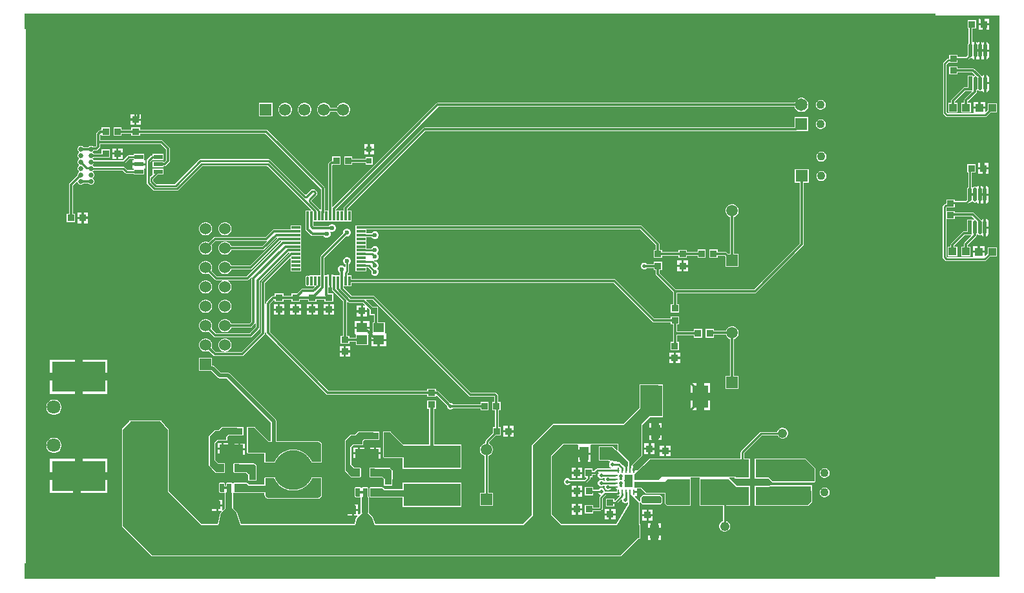
<source format=gtl>
G04*
G04 #@! TF.GenerationSoftware,Altium Limited,Altium Designer,25.3.3 (18)*
G04*
G04 Layer_Physical_Order=1*
G04 Layer_Color=255*
%FSLAX44Y44*%
%MOMM*%
G71*
G04*
G04 #@! TF.SameCoordinates,6D202E75-467B-4672-BE30-C010D47AD25D*
G04*
G04*
G04 #@! TF.FilePolarity,Positive*
G04*
G01*
G75*
%ADD10C,0.2500*%
%ADD13C,0.2540*%
%ADD14C,0.5000*%
%ADD16C,0.4000*%
%ADD17R,0.4980X1.8565*%
G04:AMPARAMS|DCode=18|XSize=1.8565mm|YSize=0.498mm|CornerRadius=0.249mm|HoleSize=0mm|Usage=FLASHONLY|Rotation=90.000|XOffset=0mm|YOffset=0mm|HoleType=Round|Shape=RoundedRectangle|*
%AMROUNDEDRECTD18*
21,1,1.8565,0.0000,0,0,90.0*
21,1,1.3585,0.4980,0,0,90.0*
1,1,0.4980,0.0000,0.6793*
1,1,0.4980,0.0000,-0.6793*
1,1,0.4980,0.0000,-0.6793*
1,1,0.4980,0.0000,0.6793*
%
%ADD18ROUNDEDRECTD18*%
%ADD19R,0.8587X0.9121*%
%ADD20R,0.9121X0.8587*%
%ADD21R,1.0000X1.0000*%
%ADD22R,7.5000X3.0000*%
%ADD23R,1.1500X1.7000*%
%ADD24R,0.3000X0.6500*%
%ADD25R,0.6500X0.2500*%
%ADD26R,0.2500X0.6500*%
%ADD27R,1.0000X0.7000*%
%ADD28R,1.4000X1.2000*%
%ADD29R,1.2000X0.6000*%
%ADD30R,2.0000X3.0000*%
%ADD31R,1.8000X2.4000*%
%ADD32R,0.9800X3.4000*%
%ADD33O,0.3000X1.2000*%
%ADD34R,0.3000X1.2000*%
%ADD35R,1.2000X0.3000*%
%ADD36R,0.1270X0.1270*%
%ADD37R,0.8000X0.8000*%
%ADD38R,7.0000X4.0000*%
%ADD39R,4.0000X2.5000*%
%ADD69C,1.5700*%
%ADD70R,1.5700X1.5700*%
%AMCUSTOMSHAPE72*
4,1,6,-0.1500,0.3250,0.1500,0.3250,0.1500,-0.3250,-0.0750,-0.3250,-0.1500,-0.2362,-0.1500,0.3250,-0.1500,0.3250,0.0*%
%ADD72CUSTOMSHAPE72*%

%ADD73R,0.1000X0.1000*%
%ADD74R,0.5000X0.5000*%
%ADD75C,1.0000*%
%ADD76C,0.3000*%
%ADD77C,0.2761*%
%ADD78R,1.0160X0.5842*%
%ADD79R,119.5000X2.0000*%
%ADD80C,1.4980*%
%ADD81R,1.4980X1.4980*%
%ADD82O,1.7000X0.9000*%
%ADD83O,2.4000X0.9000*%
%ADD84R,0.6500X0.6500*%
%ADD85C,0.6500*%
%ADD86R,1.6500X1.6500*%
%ADD87C,1.6500*%
%ADD88C,1.1000*%
%ADD89C,1.2400*%
%ADD90R,1.5300X1.5300*%
%ADD91C,1.5300*%
%ADD92C,1.8000*%
%ADD93C,0.6000*%
%ADD94C,0.5000*%
%ADD95C,5.0000*%
G36*
X1278146Y2779D02*
X1854D01*
Y738306D01*
X1278146D01*
Y2779D01*
D02*
G37*
%LPC*%
G36*
X18415Y733933D02*
X16510D01*
Y732028D01*
X18415D01*
Y733933D01*
D02*
G37*
G36*
X13970D02*
X12065D01*
Y732028D01*
X13970D01*
Y733933D01*
D02*
G37*
G36*
X1264027Y733795D02*
X1258463D01*
Y727964D01*
X1264027D01*
Y733795D01*
D02*
G37*
G36*
X1255923D02*
X1250359D01*
Y727964D01*
X1255923D01*
Y733795D01*
D02*
G37*
G36*
X18415Y729488D02*
X16510D01*
Y727583D01*
X18415D01*
Y729488D01*
D02*
G37*
G36*
X13970D02*
X12065D01*
Y727583D01*
X13970D01*
Y729488D01*
D02*
G37*
G36*
X1264027Y725424D02*
X1258463D01*
Y719593D01*
X1264027D01*
Y725424D01*
D02*
G37*
G36*
X1255923D02*
X1250359D01*
Y719593D01*
X1255923D01*
Y725424D01*
D02*
G37*
G36*
X1257906Y704245D02*
X1257213Y704107D01*
X1255926Y703247D01*
X1254639Y704107D01*
X1253946Y704245D01*
Y692577D01*
Y680908D01*
X1254639Y681046D01*
X1255926Y681906D01*
X1257213Y681046D01*
X1257906Y680908D01*
Y692577D01*
Y704245D01*
D02*
G37*
G36*
X1260446D02*
Y693847D01*
X1264305D01*
Y699369D01*
X1263914Y701332D01*
X1262802Y702996D01*
X1261139Y704107D01*
X1260446Y704245D01*
D02*
G37*
G36*
X1246953Y732255D02*
X1236365D01*
Y721133D01*
X1237362D01*
Y702020D01*
X1237160Y701885D01*
X1236389Y700731D01*
X1236118Y699369D01*
Y686159D01*
X1234156Y684197D01*
X1222983D01*
Y687177D01*
X1211861D01*
Y681994D01*
X1210539D01*
X1209653Y681817D01*
X1208903Y681316D01*
X1204609Y677023D01*
X1204108Y676272D01*
X1203932Y675386D01*
Y610616D01*
X1204108Y609730D01*
X1204609Y608979D01*
X1207403Y606185D01*
X1208154Y605684D01*
X1209040Y605508D01*
X1259078D01*
X1259964Y605684D01*
X1260715Y606185D01*
X1266003Y611474D01*
X1274730D01*
Y623474D01*
X1262730D01*
Y614747D01*
X1259922Y611939D01*
X1258998Y612322D01*
Y616204D01*
X1251458D01*
X1243918D01*
Y610136D01*
X1209999D01*
X1208560Y611575D01*
Y674427D01*
X1210861Y676728D01*
X1211861Y676590D01*
Y676590D01*
X1222983D01*
Y679569D01*
X1235115D01*
X1236001Y679745D01*
X1236751Y680247D01*
X1238887Y682383D01*
X1239676Y682226D01*
X1241038Y682497D01*
X1241926Y683090D01*
X1242550Y682158D01*
X1244213Y681046D01*
X1244906Y680908D01*
Y692577D01*
Y704245D01*
X1244213Y704107D01*
X1242990Y703290D01*
X1241991Y703822D01*
Y721133D01*
X1246953D01*
Y732255D01*
D02*
G37*
G36*
X1264305Y691307D02*
X1260446D01*
Y680908D01*
X1261139Y681046D01*
X1262802Y682158D01*
X1263914Y683821D01*
X1264305Y685784D01*
Y691307D01*
D02*
G37*
G36*
X1247446Y704245D02*
Y692577D01*
Y680908D01*
X1248139Y681046D01*
X1249426Y681906D01*
X1250713Y681046D01*
X1251406Y680908D01*
Y692577D01*
Y704245D01*
X1250713Y704107D01*
X1249426Y703247D01*
X1248139Y704107D01*
X1247446Y704245D01*
D02*
G37*
G36*
X1222983Y671643D02*
X1211861D01*
Y661055D01*
X1222983D01*
Y663800D01*
X1242180D01*
X1245337Y660643D01*
X1245047Y659686D01*
X1244814Y659639D01*
X1244166Y659206D01*
X1243166Y659741D01*
Y659842D01*
X1236186D01*
Y644326D01*
X1231893D01*
X1230918Y644132D01*
X1230091Y643579D01*
X1215112Y628600D01*
X1214559Y627773D01*
X1214365Y626797D01*
Y623728D01*
X1210914D01*
Y611728D01*
X1222914D01*
Y623728D01*
X1219463D01*
Y625742D01*
X1232949Y639228D01*
X1238686D01*
X1238932Y639277D01*
X1241324D01*
X1241706Y638353D01*
X1232384Y629030D01*
X1231831Y628204D01*
X1231637Y627228D01*
Y623728D01*
X1228186D01*
Y611728D01*
X1240186D01*
Y623728D01*
X1236735D01*
Y626172D01*
X1247599Y637037D01*
X1248152Y637864D01*
X1248346Y638839D01*
Y640020D01*
X1248692Y640251D01*
X1248926Y640601D01*
X1249926D01*
X1250160Y640251D01*
X1251314Y639479D01*
X1252676Y639209D01*
X1254038Y639479D01*
X1254926Y640073D01*
X1255550Y639141D01*
X1257213Y638029D01*
X1257906Y637891D01*
Y649559D01*
Y661228D01*
X1257213Y661090D01*
X1255550Y659978D01*
X1254926Y659046D01*
X1254038Y659639D01*
X1253403Y659766D01*
X1253011Y660158D01*
X1252968Y660221D01*
X1245038Y668151D01*
X1244211Y668704D01*
X1243236Y668898D01*
X1222983D01*
Y671643D01*
D02*
G37*
G36*
X1260446Y661228D02*
Y650829D01*
X1264305D01*
Y656352D01*
X1263914Y658315D01*
X1262802Y659978D01*
X1261139Y661090D01*
X1260446Y661228D01*
D02*
G37*
G36*
X1264305Y648289D02*
X1260446D01*
Y637891D01*
X1261139Y638029D01*
X1262802Y639141D01*
X1263914Y640804D01*
X1264305Y642767D01*
Y648289D01*
D02*
G37*
G36*
X1258998Y625014D02*
X1252728D01*
Y618744D01*
X1258998D01*
Y625014D01*
D02*
G37*
G36*
X1250188D02*
X1243918D01*
Y618744D01*
X1250188D01*
Y625014D01*
D02*
G37*
G36*
X418995Y623784D02*
X416665D01*
X414414Y623181D01*
X412396Y622016D01*
X410748Y620368D01*
X409583Y618350D01*
X409351Y617483D01*
X400909D01*
X400677Y618350D01*
X399512Y620368D01*
X397864Y622016D01*
X395846Y623181D01*
X393595Y623784D01*
X391265D01*
X389014Y623181D01*
X386996Y622016D01*
X385348Y620368D01*
X384183Y618350D01*
X383580Y616099D01*
Y613769D01*
X384183Y611518D01*
X385348Y609500D01*
X386996Y607852D01*
X389014Y606687D01*
X391265Y606084D01*
X393595D01*
X395846Y606687D01*
X397864Y607852D01*
X399512Y609500D01*
X400677Y611518D01*
X400909Y612385D01*
X409351D01*
X409583Y611518D01*
X410748Y609500D01*
X412396Y607852D01*
X414414Y606687D01*
X416665Y606084D01*
X418995D01*
X421246Y606687D01*
X423264Y607852D01*
X424912Y609500D01*
X426077Y611518D01*
X426680Y613769D01*
Y616099D01*
X426077Y618350D01*
X424912Y620368D01*
X423264Y622016D01*
X421246Y623181D01*
X418995Y623784D01*
D02*
G37*
G36*
X1044542Y627784D02*
X1042830D01*
X1041177Y627341D01*
X1039695Y626485D01*
X1038485Y625275D01*
X1037629Y623793D01*
X1037186Y622140D01*
Y620428D01*
X1037629Y618775D01*
X1038485Y617293D01*
X1039695Y616083D01*
X1041177Y615227D01*
X1042830Y614784D01*
X1044542D01*
X1046195Y615227D01*
X1047677Y616083D01*
X1048887Y617293D01*
X1049743Y618775D01*
X1050186Y620428D01*
Y622140D01*
X1049743Y623793D01*
X1048887Y625275D01*
X1047677Y626485D01*
X1046195Y627341D01*
X1044542Y627784D01*
D02*
G37*
G36*
X1019504Y630534D02*
X1017068D01*
X1014716Y629904D01*
X1012606Y628686D01*
X1010884Y626964D01*
X1009666Y624854D01*
X1009393Y623833D01*
X541528D01*
X540553Y623639D01*
X539726Y623086D01*
X404455Y487816D01*
X403455Y488230D01*
Y542258D01*
X403719Y542522D01*
X405999D01*
X406246Y542571D01*
X414086D01*
Y553693D01*
X403499D01*
Y547620D01*
X402663D01*
X401688Y547426D01*
X400861Y546874D01*
X399104Y545116D01*
X398551Y544289D01*
X398357Y543314D01*
Y482652D01*
X393525D01*
Y511960D01*
X393331Y512935D01*
X392778Y513762D01*
X318399Y588141D01*
X317572Y588694D01*
X316597Y588888D01*
X151357D01*
Y591632D01*
X140235D01*
Y588888D01*
X127361D01*
Y591793D01*
X116774D01*
Y580671D01*
X127361D01*
Y583790D01*
X140235D01*
Y581045D01*
X151357D01*
Y583790D01*
X315541D01*
X388427Y510904D01*
Y484519D01*
X387748Y484212D01*
X387427Y484178D01*
X376189Y495416D01*
Y495692D01*
X383129Y502633D01*
X383656Y503420D01*
X383840Y504349D01*
Y506637D01*
X383656Y507565D01*
X383129Y508353D01*
X381512Y509970D01*
X380724Y510496D01*
X379796Y510681D01*
X376936D01*
X376007Y510496D01*
X375220Y509970D01*
X369077Y503827D01*
X367777D01*
X324468Y547137D01*
X324468Y547137D01*
X322264Y549340D01*
X321477Y549866D01*
X320548Y550051D01*
X230632D01*
X229703Y549866D01*
X228916Y549340D01*
X197115Y517539D01*
X172709D01*
X168543Y521705D01*
Y523857D01*
X174493Y529806D01*
X182060D01*
Y537806D01*
X168060D01*
Y530239D01*
X165706Y527884D01*
X164782Y528267D01*
Y546476D01*
X167390Y549084D01*
X168060Y548806D01*
Y548806D01*
X182060D01*
Y556806D01*
X168060D01*
Y555233D01*
X167679D01*
X166751Y555048D01*
X165963Y554522D01*
X160639Y549198D01*
X160112Y548410D01*
X159928Y547481D01*
Y519142D01*
X160112Y518213D01*
X160639Y517426D01*
X168430Y509635D01*
X169217Y509108D01*
X170146Y508924D01*
X199678D01*
X200607Y509108D01*
X201394Y509635D01*
X233195Y541436D01*
X317985D01*
X375844Y483576D01*
X375462Y482652D01*
X368406D01*
Y475898D01*
X368357Y475652D01*
Y458404D01*
X368551Y457429D01*
X369104Y456602D01*
X375642Y450064D01*
X376469Y449511D01*
X377444Y449317D01*
X391884D01*
X392001Y449034D01*
X393408Y447627D01*
X395245Y446866D01*
X397235D01*
X399072Y447627D01*
X400479Y449034D01*
X401240Y450871D01*
Y452861D01*
X400536Y454561D01*
X400792Y454988D01*
X401202Y455368D01*
X402103Y454994D01*
X404093D01*
X405930Y455755D01*
X407337Y457162D01*
X408098Y458999D01*
Y460989D01*
X407337Y462826D01*
X405930Y464233D01*
X404093Y464994D01*
X402103D01*
X400266Y464233D01*
X398859Y462826D01*
X398742Y462543D01*
X379262D01*
X378455Y463350D01*
Y468652D01*
X428406D01*
Y482652D01*
X423455D01*
Y484620D01*
X525420Y586585D01*
X1011536D01*
X1011782Y586634D01*
X1027536D01*
Y605134D01*
X1009036D01*
Y591683D01*
X524364D01*
X523388Y591489D01*
X522562Y590936D01*
X419104Y487478D01*
X418551Y486651D01*
X418357Y485676D01*
Y482652D01*
X408455D01*
Y484606D01*
X542584Y618735D01*
X1009393D01*
X1009666Y617714D01*
X1010884Y615604D01*
X1012606Y613882D01*
X1014716Y612664D01*
X1017068Y612034D01*
X1019504D01*
X1021856Y612664D01*
X1023966Y613882D01*
X1025688Y615604D01*
X1026906Y617714D01*
X1027536Y620066D01*
Y622502D01*
X1026906Y624854D01*
X1025688Y626964D01*
X1023966Y628686D01*
X1021856Y629904D01*
X1019504Y630534D01*
D02*
G37*
G36*
X368195Y623784D02*
X365865D01*
X363614Y623181D01*
X361596Y622016D01*
X359948Y620368D01*
X358783Y618350D01*
X358180Y616099D01*
Y613769D01*
X358783Y611518D01*
X359948Y609500D01*
X361596Y607852D01*
X363614Y606687D01*
X365865Y606084D01*
X368195D01*
X370446Y606687D01*
X372464Y607852D01*
X374112Y609500D01*
X375277Y611518D01*
X375880Y613769D01*
Y616099D01*
X375277Y618350D01*
X374112Y620368D01*
X372464Y622016D01*
X370446Y623181D01*
X368195Y623784D01*
D02*
G37*
G36*
X342795D02*
X340465D01*
X338214Y623181D01*
X336196Y622016D01*
X334548Y620368D01*
X333383Y618350D01*
X332780Y616099D01*
Y613769D01*
X333383Y611518D01*
X334548Y609500D01*
X336196Y607852D01*
X338214Y606687D01*
X340465Y606084D01*
X342795D01*
X345046Y606687D01*
X347064Y607852D01*
X348712Y609500D01*
X349877Y611518D01*
X350480Y613769D01*
Y616099D01*
X349877Y618350D01*
X348712Y620368D01*
X347064Y622016D01*
X345046Y623181D01*
X342795Y623784D01*
D02*
G37*
G36*
X325080D02*
X307380D01*
Y606084D01*
X325080D01*
Y623784D01*
D02*
G37*
G36*
X152897Y608707D02*
X147066D01*
Y603143D01*
X152897D01*
Y608707D01*
D02*
G37*
G36*
X144526D02*
X138695D01*
Y603143D01*
X144526D01*
Y608707D01*
D02*
G37*
G36*
X152897Y600603D02*
X147066D01*
Y595039D01*
X152897D01*
Y600603D01*
D02*
G37*
G36*
X144526D02*
X138695D01*
Y595039D01*
X144526D01*
Y600603D01*
D02*
G37*
G36*
X1044542Y602384D02*
X1042830D01*
X1041177Y601941D01*
X1039695Y601085D01*
X1038485Y599875D01*
X1037629Y598393D01*
X1037186Y596740D01*
Y595028D01*
X1037629Y593375D01*
X1038485Y591893D01*
X1039695Y590683D01*
X1041177Y589827D01*
X1042830Y589384D01*
X1044542D01*
X1046195Y589827D01*
X1047677Y590683D01*
X1048887Y591893D01*
X1049743Y593375D01*
X1050186Y595028D01*
Y596740D01*
X1049743Y598393D01*
X1048887Y599875D01*
X1047677Y601085D01*
X1046195Y601941D01*
X1044542Y602384D01*
D02*
G37*
G36*
X111826Y591793D02*
X101239D01*
Y588202D01*
X99497D01*
X98521Y588008D01*
X97694Y587455D01*
X94972Y584732D01*
X94419Y583905D01*
X94225Y582930D01*
Y572262D01*
Y567730D01*
X93254Y566759D01*
X90032D01*
X89647Y567143D01*
X88085Y567790D01*
X86395D01*
X84833Y567143D01*
X83778Y566089D01*
X77201D01*
X76147Y567143D01*
X74585Y567790D01*
X72895D01*
X71333Y567143D01*
X70137Y565947D01*
X69490Y564385D01*
Y562695D01*
X70137Y561133D01*
X71333Y559937D01*
X71687Y559790D01*
Y558790D01*
X71333Y558643D01*
X70137Y557447D01*
X69490Y555885D01*
Y554195D01*
X70137Y552633D01*
X71333Y551437D01*
X71687Y551290D01*
Y550290D01*
X71333Y550143D01*
X70137Y548947D01*
X69490Y547385D01*
Y545695D01*
X70137Y544133D01*
X71333Y542937D01*
X71687Y542790D01*
Y541790D01*
X71333Y541643D01*
X70137Y540447D01*
X69490Y538885D01*
Y537195D01*
X70137Y535633D01*
X71333Y534437D01*
X71687Y534290D01*
Y533290D01*
X71333Y533143D01*
X70137Y531947D01*
X69490Y530385D01*
Y528895D01*
X59011Y518415D01*
X58458Y517588D01*
X58264Y516613D01*
Y478763D01*
X55519D01*
Y467641D01*
X66107D01*
Y478763D01*
X63362D01*
Y515557D01*
X68566Y520761D01*
X69490Y520379D01*
Y520195D01*
X70137Y518633D01*
X71333Y517437D01*
X72895Y516790D01*
X74585D01*
X76147Y517437D01*
X77201Y518491D01*
X83778D01*
X84833Y517437D01*
X86395Y516790D01*
X88085D01*
X89647Y517437D01*
X90843Y518633D01*
X91490Y520195D01*
Y521885D01*
X90843Y523447D01*
X89647Y524643D01*
X89293Y524790D01*
Y525790D01*
X89647Y525937D01*
X90843Y527132D01*
X91490Y528695D01*
Y530385D01*
X90843Y531947D01*
X89647Y533143D01*
X89292Y533290D01*
Y534290D01*
X89647Y534437D01*
X90823Y535613D01*
X128975D01*
X132498Y532090D01*
X133285Y531563D01*
X134214Y531379D01*
X143060D01*
Y529806D01*
X157060D01*
Y537766D01*
X158600D01*
Y542036D01*
X141520D01*
Y537766D01*
X143060D01*
Y536233D01*
X135219D01*
X131696Y539756D01*
X130909Y540283D01*
X129980Y540467D01*
X90823D01*
X89647Y541643D01*
X89292Y541790D01*
Y542790D01*
X89647Y542937D01*
X90823Y544113D01*
X130488D01*
X131417Y544297D01*
X132204Y544824D01*
X137759Y550379D01*
X143060D01*
Y548846D01*
X141520D01*
Y544576D01*
X158600D01*
Y548846D01*
X157060D01*
Y556806D01*
X143060D01*
Y555233D01*
X136754D01*
X135825Y555048D01*
X135038Y554522D01*
X129483Y548967D01*
X90823D01*
X89647Y550143D01*
X89292Y550290D01*
Y551290D01*
X89647Y551437D01*
X90702Y552491D01*
X101239D01*
Y551715D01*
X111826D01*
Y562837D01*
X101239D01*
Y557589D01*
X90702D01*
X89647Y558643D01*
X89293Y558790D01*
Y559790D01*
X89647Y559937D01*
X90843Y561133D01*
X91062Y561661D01*
X94310D01*
X95285Y561855D01*
X96112Y562407D01*
X98576Y564872D01*
X99129Y565699D01*
X99323Y566674D01*
Y569713D01*
X178522D01*
X185411Y562824D01*
Y548680D01*
X183060Y546329D01*
X182060Y546743D01*
Y547306D01*
X168060D01*
Y539306D01*
X182060D01*
Y540918D01*
X183803D01*
X184778Y541112D01*
X185605Y541664D01*
X189762Y545822D01*
X190315Y546648D01*
X190509Y547624D01*
Y563880D01*
X190315Y564855D01*
X189762Y565682D01*
X181380Y574064D01*
X180553Y574617D01*
X179578Y574811D01*
X99323D01*
Y581874D01*
X100239Y582791D01*
X101239Y582376D01*
Y580671D01*
X111826D01*
Y591793D01*
D02*
G37*
G36*
X458406Y569538D02*
X453136D01*
Y564268D01*
X458406D01*
Y569538D01*
D02*
G37*
G36*
X450596D02*
X445326D01*
Y564268D01*
X450596D01*
Y569538D01*
D02*
G37*
G36*
X128901Y564377D02*
X123337D01*
Y558546D01*
X128901D01*
Y564377D01*
D02*
G37*
G36*
X120797D02*
X115233D01*
Y558546D01*
X120797D01*
Y564377D01*
D02*
G37*
G36*
X458406Y561728D02*
X453136D01*
Y556458D01*
X458406D01*
Y561728D01*
D02*
G37*
G36*
X450596D02*
X445326D01*
Y556458D01*
X450596D01*
Y561728D01*
D02*
G37*
G36*
X128901Y556006D02*
X123337D01*
Y550175D01*
X128901D01*
Y556006D01*
D02*
G37*
G36*
X120797D02*
X115233D01*
Y550175D01*
X120797D01*
Y556006D01*
D02*
G37*
G36*
X1045304Y559966D02*
X1043592D01*
X1041939Y559523D01*
X1040457Y558667D01*
X1039247Y557457D01*
X1038391Y555975D01*
X1037948Y554322D01*
Y552610D01*
X1038391Y550957D01*
X1039247Y549475D01*
X1040457Y548265D01*
X1041939Y547409D01*
X1043592Y546966D01*
X1045304D01*
X1046957Y547409D01*
X1048439Y548265D01*
X1049649Y549475D01*
X1050505Y550957D01*
X1050948Y552610D01*
Y554322D01*
X1050505Y555975D01*
X1049649Y557457D01*
X1048439Y558667D01*
X1046957Y559523D01*
X1045304Y559966D01*
D02*
G37*
G36*
X429621Y553693D02*
X419034D01*
Y542571D01*
X429621D01*
Y545449D01*
X446866D01*
Y542998D01*
X456866D01*
Y552998D01*
X446866D01*
Y550547D01*
X429621D01*
Y553693D01*
D02*
G37*
G36*
X1263519Y545073D02*
X1257955D01*
Y539242D01*
X1263519D01*
Y545073D01*
D02*
G37*
G36*
X1255415D02*
X1249852D01*
Y539242D01*
X1255415D01*
Y545073D01*
D02*
G37*
G36*
X1263519Y536702D02*
X1257955D01*
Y530871D01*
X1263519D01*
Y536702D01*
D02*
G37*
G36*
X1255415D02*
X1249852D01*
Y530871D01*
X1255415D01*
Y536702D01*
D02*
G37*
G36*
X1045304Y534566D02*
X1043592D01*
X1041939Y534123D01*
X1040457Y533267D01*
X1039247Y532057D01*
X1038391Y530575D01*
X1037948Y528922D01*
Y527210D01*
X1038391Y525557D01*
X1039247Y524075D01*
X1040457Y522865D01*
X1041939Y522009D01*
X1043592Y521566D01*
X1045304D01*
X1046957Y522009D01*
X1048439Y522865D01*
X1049649Y524075D01*
X1050505Y525557D01*
X1050948Y527210D01*
Y528922D01*
X1050505Y530575D01*
X1049649Y532057D01*
X1048439Y533267D01*
X1046957Y534123D01*
X1045304Y534566D01*
D02*
G37*
G36*
X1257398Y515269D02*
X1256705Y515131D01*
X1255418Y514271D01*
X1254131Y515131D01*
X1253438Y515269D01*
Y503601D01*
Y491932D01*
X1254131Y492070D01*
X1255418Y492930D01*
X1256705Y492070D01*
X1257398Y491932D01*
Y503601D01*
Y515269D01*
D02*
G37*
G36*
X1259938D02*
Y504871D01*
X1263796D01*
Y510393D01*
X1263406Y512356D01*
X1262294Y514020D01*
X1260631Y515131D01*
X1259938Y515269D01*
D02*
G37*
G36*
X1246444Y543533D02*
X1235857D01*
Y532411D01*
X1236853D01*
Y513044D01*
X1236652Y512909D01*
X1235881Y511755D01*
X1235610Y510393D01*
Y497437D01*
X1233648Y495476D01*
X1219173D01*
Y497439D01*
X1208051D01*
Y491683D01*
X1207226D01*
X1206340Y491507D01*
X1205589Y491005D01*
X1204101Y489517D01*
X1203600Y488767D01*
X1203423Y487881D01*
Y421894D01*
X1203600Y421008D01*
X1204101Y420257D01*
X1206895Y417463D01*
X1207646Y416962D01*
X1208532Y416786D01*
X1258570D01*
X1259456Y416962D01*
X1260207Y417463D01*
X1265495Y422752D01*
X1274222D01*
Y434752D01*
X1262222D01*
Y426025D01*
X1259414Y423217D01*
X1258490Y423600D01*
Y427482D01*
X1250950D01*
X1243410D01*
Y421414D01*
X1209491D01*
X1208053Y422853D01*
Y471317D01*
X1219173D01*
Y475078D01*
X1241672D01*
X1244941Y471809D01*
X1244612Y470724D01*
X1244306Y470663D01*
X1243658Y470230D01*
X1242658Y470765D01*
Y470866D01*
X1235678D01*
Y455604D01*
X1231385D01*
X1230410Y455410D01*
X1229583Y454857D01*
X1214604Y439878D01*
X1214051Y439051D01*
X1213857Y438075D01*
Y435006D01*
X1210406D01*
Y423006D01*
X1222406D01*
Y435006D01*
X1218955D01*
Y437020D01*
X1232441Y450506D01*
X1235678D01*
Y450301D01*
X1240562D01*
X1240944Y449377D01*
X1231876Y440308D01*
X1231323Y439482D01*
X1231129Y438506D01*
Y435006D01*
X1227678D01*
Y423006D01*
X1239678D01*
Y435006D01*
X1236227D01*
Y437450D01*
X1247092Y448315D01*
X1247644Y449142D01*
X1247838Y450117D01*
Y451044D01*
X1248184Y451275D01*
X1248418Y451625D01*
X1249418D01*
X1249652Y451275D01*
X1250806Y450503D01*
X1252168Y450233D01*
X1253530Y450503D01*
X1254418Y451097D01*
X1255042Y450164D01*
X1256705Y449053D01*
X1257398Y448915D01*
Y460583D01*
Y472252D01*
X1256705Y472114D01*
X1255042Y471002D01*
X1254418Y470070D01*
X1253530Y470663D01*
X1253212Y470727D01*
X1252503Y471436D01*
X1252460Y471499D01*
X1244530Y479429D01*
X1243703Y479982D01*
X1242728Y480176D01*
X1219173D01*
Y481904D01*
X1208053D01*
Y486852D01*
X1219173D01*
Y490847D01*
X1234607D01*
X1235493Y491023D01*
X1236244Y491525D01*
X1238168Y493449D01*
X1239168Y493250D01*
X1240530Y493521D01*
X1241684Y494292D01*
X1241918Y494642D01*
X1242918D01*
X1243152Y494292D01*
X1244306Y493521D01*
X1245668Y493250D01*
X1247030Y493521D01*
X1247918Y494114D01*
X1248542Y493182D01*
X1250205Y492070D01*
X1250898Y491932D01*
Y503601D01*
Y515269D01*
X1250205Y515131D01*
X1248542Y514020D01*
X1247918Y513087D01*
X1247030Y513681D01*
X1245668Y513951D01*
X1244306Y513681D01*
X1243152Y512909D01*
X1243142Y512895D01*
X1242028Y512820D01*
X1241482Y513379D01*
Y532411D01*
X1246444D01*
Y543533D01*
D02*
G37*
G36*
X1263796Y502331D02*
X1259938D01*
Y491932D01*
X1260631Y492070D01*
X1262294Y493182D01*
X1263406Y494845D01*
X1263796Y496808D01*
Y502331D01*
D02*
G37*
G36*
X83181Y480303D02*
X77617D01*
Y474472D01*
X83181D01*
Y480303D01*
D02*
G37*
G36*
X75077D02*
X69514D01*
Y474472D01*
X75077D01*
Y480303D01*
D02*
G37*
G36*
X83181Y471932D02*
X77617D01*
Y466101D01*
X83181D01*
Y471932D01*
D02*
G37*
G36*
X75077D02*
X69514D01*
Y466101D01*
X75077D01*
Y471932D01*
D02*
G37*
G36*
X1259938Y472252D02*
Y461853D01*
X1263796D01*
Y467376D01*
X1263406Y469339D01*
X1262294Y471002D01*
X1260631Y472114D01*
X1259938Y472252D01*
D02*
G37*
G36*
X264029Y467628D02*
X261751D01*
X259551Y467038D01*
X257579Y465900D01*
X255968Y464289D01*
X254830Y462317D01*
X254240Y460117D01*
Y457839D01*
X254830Y455639D01*
X255968Y453667D01*
X257579Y452056D01*
X259551Y450918D01*
X261751Y450328D01*
X264029D01*
X266229Y450918D01*
X268201Y452056D01*
X269812Y453667D01*
X270951Y455639D01*
X271540Y457839D01*
Y460117D01*
X270951Y462317D01*
X269812Y464289D01*
X268201Y465900D01*
X266229Y467038D01*
X264029Y467628D01*
D02*
G37*
G36*
X238629D02*
X236351D01*
X234151Y467038D01*
X232179Y465900D01*
X230568Y464289D01*
X229429Y462317D01*
X228840Y460117D01*
Y457839D01*
X229429Y455639D01*
X230568Y453667D01*
X232179Y452056D01*
X234151Y450918D01*
X236351Y450328D01*
X238629D01*
X240829Y450918D01*
X242801Y452056D01*
X244412Y453667D01*
X245550Y455639D01*
X246140Y457839D01*
Y460117D01*
X245550Y462317D01*
X244412Y464289D01*
X242801Y465900D01*
X240829Y467038D01*
X238629Y467628D01*
D02*
G37*
G36*
X362906Y463152D02*
X348906D01*
Y458201D01*
X327128D01*
X326152Y458007D01*
X325326Y457454D01*
X316212Y448341D01*
X249704D01*
X248728Y448147D01*
X247901Y447594D01*
X241537Y441230D01*
X240829Y441638D01*
X238629Y442228D01*
X236351D01*
X234151Y441638D01*
X232179Y440500D01*
X230568Y438889D01*
X229429Y436917D01*
X228840Y434717D01*
Y432439D01*
X229429Y430239D01*
X230568Y428267D01*
X232179Y426656D01*
X234151Y425518D01*
X236351Y424928D01*
X238629D01*
X240829Y425518D01*
X242801Y426656D01*
X244412Y428267D01*
X245550Y430239D01*
X246140Y432439D01*
Y434717D01*
X245550Y436917D01*
X245142Y437625D01*
X250760Y443243D01*
X317268D01*
X317650Y443319D01*
X318142Y442397D01*
X311618Y435873D01*
X271230D01*
X270951Y436917D01*
X269812Y438889D01*
X268201Y440500D01*
X266229Y441638D01*
X264029Y442228D01*
X261751D01*
X259551Y441638D01*
X257579Y440500D01*
X255968Y438889D01*
X254830Y436917D01*
X254240Y434717D01*
Y432439D01*
X254830Y430239D01*
X255968Y428267D01*
X257579Y426656D01*
X259551Y425518D01*
X261751Y424928D01*
X264029D01*
X266229Y425518D01*
X268201Y426656D01*
X269812Y428267D01*
X270951Y430239D01*
X271094Y430775D01*
X312674D01*
X313650Y430969D01*
X314476Y431522D01*
X330660Y447705D01*
X331110Y447635D01*
X331457Y446568D01*
X295616Y410727D01*
X271162D01*
X270951Y411517D01*
X269812Y413489D01*
X268201Y415100D01*
X266229Y416239D01*
X264029Y416828D01*
X261751D01*
X259551Y416239D01*
X257579Y415100D01*
X255968Y413489D01*
X254830Y411517D01*
X254240Y409317D01*
Y407039D01*
X254830Y404839D01*
X255968Y402867D01*
X257579Y401256D01*
X259551Y400117D01*
X261751Y399528D01*
X264029D01*
X266229Y400117D01*
X268201Y401256D01*
X269812Y402867D01*
X270951Y404839D01*
X271162Y405629D01*
X296672D01*
X297647Y405823D01*
X298474Y406376D01*
X335202Y443103D01*
X336230D01*
X336644Y442103D01*
X291298Y396757D01*
X252516D01*
X245142Y404131D01*
X245550Y404839D01*
X246140Y407039D01*
Y409317D01*
X245550Y411517D01*
X244412Y413489D01*
X242801Y415100D01*
X240829Y416239D01*
X238629Y416828D01*
X236351D01*
X234151Y416239D01*
X232179Y415100D01*
X230568Y413489D01*
X229429Y411517D01*
X228840Y409317D01*
Y407039D01*
X229429Y404839D01*
X230568Y402867D01*
X232179Y401256D01*
X234151Y400117D01*
X236351Y399528D01*
X238629D01*
X240829Y400117D01*
X241537Y400526D01*
X249658Y392406D01*
X250485Y391853D01*
X251460Y391659D01*
X258972D01*
X259240Y390659D01*
X257579Y389700D01*
X255968Y388089D01*
X254830Y386117D01*
X254240Y383917D01*
Y381639D01*
X254830Y379439D01*
X255968Y377467D01*
X257579Y375856D01*
X259551Y374717D01*
X261751Y374128D01*
X264029D01*
X266229Y374717D01*
X268201Y375856D01*
X269812Y377467D01*
X270951Y379439D01*
X271540Y381639D01*
Y383917D01*
X270951Y386117D01*
X269812Y388089D01*
X268201Y389700D01*
X266540Y390659D01*
X266808Y391659D01*
X292354D01*
X293330Y391853D01*
X294156Y392406D01*
X339097Y437346D01*
X339107Y437344D01*
X339436Y436259D01*
X298426Y395248D01*
X297873Y394422D01*
X297679Y393446D01*
Y337098D01*
X295108Y334527D01*
X271162D01*
X270951Y335317D01*
X269812Y337289D01*
X268201Y338900D01*
X266229Y340038D01*
X264029Y340628D01*
X261751D01*
X259551Y340038D01*
X257579Y338900D01*
X255968Y337289D01*
X254830Y335317D01*
X254240Y333117D01*
Y330839D01*
X254830Y328639D01*
X255968Y326667D01*
X257579Y325056D01*
X259551Y323918D01*
X261751Y323328D01*
X264029D01*
X266229Y323918D01*
X268201Y325056D01*
X269812Y326667D01*
X270951Y328639D01*
X271162Y329429D01*
X296164D01*
X297139Y329623D01*
X297966Y330176D01*
X302030Y334240D01*
X302583Y335066D01*
X302701Y335661D01*
X303701Y335562D01*
Y330420D01*
X295108Y321827D01*
X251246D01*
X245142Y327931D01*
X245550Y328639D01*
X246140Y330839D01*
Y333117D01*
X245550Y335317D01*
X244412Y337289D01*
X242801Y338900D01*
X240829Y340038D01*
X238629Y340628D01*
X236351D01*
X234151Y340038D01*
X232179Y338900D01*
X230568Y337289D01*
X229429Y335317D01*
X228840Y333117D01*
Y330839D01*
X229429Y328639D01*
X230568Y326667D01*
X232179Y325056D01*
X234151Y323918D01*
X236351Y323328D01*
X238629D01*
X240829Y323918D01*
X241537Y324326D01*
X248388Y317476D01*
X249214Y316923D01*
X250190Y316729D01*
X296164D01*
X297139Y316923D01*
X297966Y317476D01*
X308053Y327562D01*
X308605Y328389D01*
X308799Y329364D01*
Y390440D01*
X346379Y428020D01*
X347279Y427922D01*
X347636Y427022D01*
X311126Y390512D01*
X310573Y389685D01*
X310379Y388709D01*
Y322620D01*
X284694Y296935D01*
X264046D01*
X264029Y297928D01*
X266229Y298517D01*
X268201Y299656D01*
X269812Y301267D01*
X270951Y303239D01*
X271540Y305439D01*
Y307717D01*
X270951Y309917D01*
X269812Y311889D01*
X268201Y313500D01*
X266229Y314639D01*
X264029Y315228D01*
X261751D01*
X259551Y314639D01*
X257579Y313500D01*
X255968Y311889D01*
X254830Y309917D01*
X254240Y307717D01*
Y305439D01*
X254830Y303239D01*
X255968Y301267D01*
X257579Y299656D01*
X259551Y298517D01*
X261751Y297928D01*
X261734Y296935D01*
X250738D01*
X245142Y302531D01*
X245550Y303239D01*
X246140Y305439D01*
Y307717D01*
X245550Y309917D01*
X244412Y311889D01*
X242801Y313500D01*
X240829Y314639D01*
X238629Y315228D01*
X236351D01*
X234151Y314639D01*
X232179Y313500D01*
X230568Y311889D01*
X229429Y309917D01*
X228840Y307717D01*
Y305439D01*
X229429Y303239D01*
X230568Y301267D01*
X232179Y299656D01*
X234151Y298517D01*
X236351Y297928D01*
X238629D01*
X240829Y298517D01*
X241537Y298926D01*
X247880Y292584D01*
X248707Y292031D01*
X249682Y291837D01*
X285750D01*
X286726Y292031D01*
X287552Y292584D01*
X314730Y319762D01*
X315283Y320589D01*
X315477Y321564D01*
Y322575D01*
X316475Y322580D01*
X316669Y321605D01*
X317222Y320778D01*
X395815Y242185D01*
X396642Y241632D01*
X397617Y241438D01*
X528093D01*
Y238694D01*
X539215D01*
Y240372D01*
X540215Y240787D01*
X553792Y227209D01*
X553792Y227209D01*
Y225419D01*
X554477Y223765D01*
X555743Y222499D01*
X557397Y221814D01*
X559187D01*
X560841Y222499D01*
X562107Y223765D01*
X562107Y223765D01*
X597809D01*
Y220753D01*
X608396D01*
Y231875D01*
X597809D01*
Y228863D01*
X562107D01*
X562107Y228863D01*
X560841Y230129D01*
X559187Y230814D01*
X557397D01*
X557397Y230814D01*
X542760Y245451D01*
X541933Y246004D01*
X541531Y246084D01*
X541497Y246106D01*
X540619Y246281D01*
X539215D01*
Y249281D01*
X528093D01*
Y246536D01*
X398673D01*
X321573Y323636D01*
Y360132D01*
X327195Y365755D01*
X328195Y365340D01*
Y363408D01*
X339317D01*
Y366152D01*
X349955D01*
Y363408D01*
X361076D01*
Y366152D01*
X371714D01*
Y363408D01*
X382835D01*
Y366152D01*
X393473D01*
Y363408D01*
X404595D01*
Y373995D01*
X398522D01*
Y374079D01*
X398455Y374417D01*
Y382112D01*
X399636D01*
Y390652D01*
Y399192D01*
X396866D01*
Y397652D01*
X393455D01*
Y421092D01*
X421632Y449269D01*
X421915Y449152D01*
X423905D01*
X425742Y449913D01*
X427149Y451320D01*
X427910Y453157D01*
Y455147D01*
X427149Y456984D01*
X425742Y458391D01*
X423905Y459152D01*
X421915D01*
X420078Y458391D01*
X418671Y456984D01*
X417910Y455147D01*
Y453157D01*
X418027Y452874D01*
X389104Y423950D01*
X388551Y423124D01*
X388357Y422148D01*
Y397652D01*
X373406D01*
Y397599D01*
X373355Y397552D01*
X372406Y397156D01*
X371881Y397507D01*
X370906Y397701D01*
X369931Y397507D01*
X369104Y396954D01*
X368551Y396127D01*
X368357Y395152D01*
Y386152D01*
X368551Y385177D01*
X369104Y384350D01*
X369931Y383797D01*
X370906Y383603D01*
X371881Y383797D01*
X372406Y384148D01*
X373355Y383752D01*
X373406Y383705D01*
Y383652D01*
X380030D01*
X380413Y382728D01*
X377789Y380104D01*
X364637D01*
X363661Y379911D01*
X362835Y379358D01*
X357471Y373995D01*
X349955D01*
Y371250D01*
X339317D01*
Y373995D01*
X328195D01*
Y371166D01*
X326453D01*
X325477Y370972D01*
X324650Y370419D01*
X317222Y362990D01*
X316669Y362164D01*
X316475Y361188D01*
X315477Y361193D01*
Y387654D01*
X347982Y420159D01*
X348906Y419776D01*
Y413152D01*
Y403152D01*
X362906D01*
Y408152D01*
Y418152D01*
Y428152D01*
Y438152D01*
Y448152D01*
Y458152D01*
Y463152D01*
D02*
G37*
G36*
X1263796Y459313D02*
X1259938D01*
Y448915D01*
X1260631Y449053D01*
X1262294Y450164D01*
X1263406Y451828D01*
X1263796Y453791D01*
Y459313D01*
D02*
G37*
G36*
X1258490Y436292D02*
X1252220D01*
Y430022D01*
X1258490D01*
Y436292D01*
D02*
G37*
G36*
X1249680D02*
X1243410D01*
Y430022D01*
X1249680D01*
Y436292D01*
D02*
G37*
G36*
X928618Y490990D02*
X926382D01*
X924223Y490411D01*
X922287Y489294D01*
X920706Y487713D01*
X919589Y485777D01*
X919010Y483618D01*
Y481382D01*
X919589Y479223D01*
X920706Y477287D01*
X922287Y475706D01*
X924223Y474589D01*
X924951Y474394D01*
Y425990D01*
X922615D01*
X920590Y428014D01*
X919763Y428567D01*
X918788Y428761D01*
X908411D01*
Y431773D01*
X897823D01*
Y420651D01*
X908411D01*
Y423663D01*
X917732D01*
X919010Y422385D01*
Y409010D01*
X935990D01*
Y425990D01*
X930049D01*
Y474394D01*
X930777Y474589D01*
X932713Y475706D01*
X934294Y477287D01*
X935411Y479223D01*
X935990Y481382D01*
Y483618D01*
X935411Y485777D01*
X934294Y487713D01*
X932713Y489294D01*
X930777Y490411D01*
X928618Y490990D01*
D02*
G37*
G36*
X808078Y463201D02*
X440906D01*
X440660Y463152D01*
X433906D01*
Y453152D01*
Y443152D01*
Y433152D01*
Y423152D01*
Y413152D01*
Y403152D01*
X447906D01*
Y408338D01*
X450465D01*
X454701Y404102D01*
X454486Y403585D01*
Y401595D01*
X455247Y399758D01*
X456654Y398351D01*
X458491Y397590D01*
X460481D01*
X462318Y398351D01*
X463725Y399758D01*
X464486Y401595D01*
Y403585D01*
X463725Y405422D01*
X462493Y406654D01*
X463725Y407886D01*
X464486Y409723D01*
Y411713D01*
X463725Y413550D01*
X462318Y414957D01*
X460481Y415718D01*
X458813D01*
X458206Y416452D01*
X458648Y417276D01*
X460481D01*
X462318Y418037D01*
X463725Y419444D01*
X464486Y421282D01*
Y423271D01*
X463725Y425108D01*
X462848Y425985D01*
X462402Y426638D01*
X462848Y427291D01*
X463725Y428168D01*
X464486Y430005D01*
Y431995D01*
X463725Y433832D01*
X462318Y435239D01*
X460481Y436000D01*
X458491D01*
X456654Y435239D01*
X455247Y433832D01*
X454888Y432966D01*
X447906D01*
Y438152D01*
Y448337D01*
X454904D01*
X455247Y447510D01*
X456654Y446103D01*
X458491Y445342D01*
X460481D01*
X462318Y446103D01*
X463725Y447510D01*
X464486Y449347D01*
Y451337D01*
X463725Y453174D01*
X462318Y454581D01*
X460481Y455342D01*
X458491D01*
X456654Y454581D01*
X455247Y453174D01*
X455161Y452966D01*
X447906D01*
Y458103D01*
X807022D01*
X827523Y437602D01*
Y431145D01*
X824511D01*
Y420558D01*
X835633D01*
Y423302D01*
X857277D01*
Y420558D01*
X868399D01*
Y423302D01*
X882289D01*
Y420651D01*
X892877D01*
Y431773D01*
X882289D01*
Y428400D01*
X868399D01*
Y431145D01*
X857277D01*
Y428400D01*
X835633D01*
Y431145D01*
X832621D01*
Y438658D01*
X832427Y439633D01*
X831874Y440460D01*
X809881Y462454D01*
X809054Y463007D01*
X808078Y463201D01*
D02*
G37*
G36*
X869939Y417150D02*
X864108D01*
Y411587D01*
X869939D01*
Y417150D01*
D02*
G37*
G36*
X861568D02*
X855737D01*
Y411587D01*
X861568D01*
Y417150D01*
D02*
G37*
G36*
X423905Y421560D02*
X421915D01*
X420078Y420799D01*
X418671Y419392D01*
X417910Y417555D01*
Y415565D01*
X418671Y413728D01*
X420078Y412321D01*
X420596Y412107D01*
Y409218D01*
X420474Y409144D01*
X419595Y408912D01*
X418376Y410131D01*
X416539Y410892D01*
X414549D01*
X412712Y410131D01*
X411305Y408724D01*
X410544Y406887D01*
Y404897D01*
X411305Y403060D01*
X412712Y401653D01*
X413357Y401386D01*
Y397652D01*
X404946D01*
Y399192D01*
X402176D01*
Y390652D01*
Y382112D01*
X403357D01*
Y379139D01*
X403551Y378164D01*
X404104Y377337D01*
X417834Y363606D01*
Y318623D01*
X414555D01*
Y308036D01*
X425677D01*
Y310761D01*
X434390D01*
Y306310D01*
X450390D01*
Y319770D01*
X450390Y320310D01*
X451199Y320770D01*
X451930D01*
Y328040D01*
X442390D01*
X432850D01*
Y320770D01*
X433581D01*
X434390Y320310D01*
X434390Y319770D01*
Y315859D01*
X425677D01*
Y318623D01*
X422932D01*
Y362980D01*
X423856Y363363D01*
X424495Y362724D01*
X425322Y362172D01*
X426297Y361978D01*
X443822D01*
X446493Y359306D01*
X446110Y358383D01*
X443591D01*
Y352552D01*
X449155D01*
Y355338D01*
X450078Y355721D01*
X452561Y353238D01*
Y345721D01*
X457953D01*
Y336310D01*
X456390D01*
Y322850D01*
X456390Y322310D01*
X455581Y321850D01*
X454850D01*
Y314580D01*
X464390D01*
X473930D01*
Y321850D01*
X473199D01*
X472390Y322310D01*
X472390Y322850D01*
Y336310D01*
X463051D01*
Y345721D01*
X463149D01*
Y356843D01*
X456166D01*
X447955Y365054D01*
X448338Y365978D01*
X456172D01*
X582652Y239498D01*
X583479Y238945D01*
X584454Y238751D01*
X615824D01*
X616088Y238487D01*
Y231875D01*
X613344D01*
Y220753D01*
X616791D01*
Y199109D01*
X613811D01*
Y191261D01*
X604893Y182343D01*
X604392Y181592D01*
X604216Y180706D01*
Y177881D01*
X602111Y177317D01*
X600175Y176200D01*
X598594Y174619D01*
X597477Y172683D01*
X596898Y170524D01*
Y168288D01*
X597477Y166129D01*
X598594Y164193D01*
X600175Y162612D01*
X602111Y161495D01*
X603074Y161237D01*
Y112896D01*
X596898D01*
Y95916D01*
X613878D01*
Y112896D01*
X607702D01*
Y161237D01*
X608665Y161495D01*
X610601Y162612D01*
X612182Y164193D01*
X613299Y166129D01*
X613878Y168288D01*
Y170524D01*
X613299Y172683D01*
X612182Y174619D01*
X610601Y176200D01*
X608844Y177214D01*
Y179747D01*
X617085Y187987D01*
X624398D01*
Y199109D01*
X621419D01*
Y220753D01*
X623931D01*
Y231875D01*
X621186D01*
Y239543D01*
X620992Y240518D01*
X620439Y241345D01*
X618682Y243102D01*
X617855Y243655D01*
X616880Y243849D01*
X585510D01*
X459030Y370329D01*
X458203Y370882D01*
X457228Y371076D01*
X429010D01*
X418455Y381631D01*
Y383652D01*
X428406D01*
Y388103D01*
X772120D01*
X823083Y337141D01*
X823910Y336588D01*
X824885Y336394D01*
X846863D01*
Y333649D01*
X849875D01*
Y322199D01*
Y310495D01*
X846609D01*
Y299907D01*
X857731D01*
Y310495D01*
X854973D01*
Y319650D01*
X877463D01*
Y316257D01*
X888051D01*
Y327379D01*
X877463D01*
Y324748D01*
X854973D01*
Y333649D01*
X857985D01*
Y344236D01*
X846863D01*
Y341492D01*
X825941D01*
X774978Y392454D01*
X774152Y393007D01*
X773176Y393201D01*
X428406D01*
Y397652D01*
X423220D01*
Y400135D01*
X424547Y401461D01*
X425048Y402212D01*
X425224Y403098D01*
Y412107D01*
X425742Y412321D01*
X427149Y413728D01*
X427910Y415565D01*
Y417555D01*
X427149Y419392D01*
X425742Y420799D01*
X423905Y421560D01*
D02*
G37*
G36*
X869939Y409047D02*
X864108D01*
Y403483D01*
X869939D01*
Y409047D01*
D02*
G37*
G36*
X861568D02*
X855737D01*
Y403483D01*
X861568D01*
Y409047D01*
D02*
G37*
G36*
X1028298Y537316D02*
X1009798D01*
Y518816D01*
X1016499D01*
Y439460D01*
X956778Y379739D01*
X853734D01*
X832621Y400852D01*
Y405023D01*
X835633D01*
Y415611D01*
X824511D01*
Y412685D01*
X816180D01*
X815095Y413771D01*
X813441Y414456D01*
X811651D01*
X809997Y413771D01*
X808731Y412505D01*
X808046Y410851D01*
Y409061D01*
X808731Y407407D01*
X809997Y406141D01*
X811651Y405456D01*
X813441D01*
X815095Y406141D01*
X816361Y407407D01*
X816436Y407588D01*
X824511D01*
Y405023D01*
X827523D01*
Y399796D01*
X827717Y398821D01*
X828270Y397994D01*
X849875Y376388D01*
Y359771D01*
X846863D01*
Y349184D01*
X857985D01*
Y359771D01*
X854973D01*
Y374641D01*
X957834D01*
X958810Y374835D01*
X959636Y375388D01*
X1020850Y436602D01*
X1021403Y437429D01*
X1021597Y438404D01*
Y518816D01*
X1028298D01*
Y537316D01*
D02*
G37*
G36*
X238629Y391428D02*
X236351D01*
X234151Y390839D01*
X232179Y389700D01*
X230568Y388089D01*
X229429Y386117D01*
X228840Y383917D01*
Y381639D01*
X229429Y379439D01*
X230568Y377467D01*
X232179Y375856D01*
X234151Y374717D01*
X236351Y374128D01*
X238629D01*
X240829Y374717D01*
X242801Y375856D01*
X244412Y377467D01*
X245550Y379439D01*
X246140Y381639D01*
Y383917D01*
X245550Y386117D01*
X244412Y388089D01*
X242801Y389700D01*
X240829Y390839D01*
X238629Y391428D01*
D02*
G37*
G36*
X406135Y360000D02*
X400304D01*
Y354437D01*
X406135D01*
Y360000D01*
D02*
G37*
G36*
X384375D02*
X378545D01*
Y354437D01*
X384375D01*
Y360000D01*
D02*
G37*
G36*
X362616D02*
X356785D01*
Y354437D01*
X362616D01*
Y360000D01*
D02*
G37*
G36*
X340857D02*
X335026D01*
Y354437D01*
X340857D01*
Y360000D01*
D02*
G37*
G36*
X397764D02*
X391933D01*
Y354437D01*
X397764D01*
Y360000D01*
D02*
G37*
G36*
X376005D02*
X370174D01*
Y354437D01*
X376005D01*
Y360000D01*
D02*
G37*
G36*
X354245D02*
X348415D01*
Y354437D01*
X354245D01*
Y360000D01*
D02*
G37*
G36*
X332486D02*
X326655D01*
Y354437D01*
X332486D01*
Y360000D01*
D02*
G37*
G36*
X441051Y358383D02*
X435487D01*
Y352552D01*
X441051D01*
Y358383D01*
D02*
G37*
G36*
X264029Y366028D02*
X261751D01*
X259551Y365438D01*
X257579Y364300D01*
X255968Y362689D01*
X254830Y360717D01*
X254240Y358517D01*
Y356239D01*
X254830Y354039D01*
X255968Y352067D01*
X257579Y350456D01*
X259551Y349318D01*
X261751Y348728D01*
X264029D01*
X266229Y349318D01*
X268201Y350456D01*
X269812Y352067D01*
X270951Y354039D01*
X271540Y356239D01*
Y358517D01*
X270951Y360717D01*
X269812Y362689D01*
X268201Y364300D01*
X266229Y365438D01*
X264029Y366028D01*
D02*
G37*
G36*
X238629D02*
X236351D01*
X234151Y365438D01*
X232179Y364300D01*
X230568Y362689D01*
X229429Y360717D01*
X228840Y358517D01*
Y356239D01*
X229429Y354039D01*
X230568Y352067D01*
X232179Y350456D01*
X234151Y349318D01*
X236351Y348728D01*
X238629D01*
X240829Y349318D01*
X242801Y350456D01*
X244412Y352067D01*
X245550Y354039D01*
X246140Y356239D01*
Y358517D01*
X245550Y360717D01*
X244412Y362689D01*
X242801Y364300D01*
X240829Y365438D01*
X238629Y366028D01*
D02*
G37*
G36*
X406135Y351897D02*
X400304D01*
Y346333D01*
X406135D01*
Y351897D01*
D02*
G37*
G36*
X397764D02*
X391933D01*
Y346333D01*
X397764D01*
Y351897D01*
D02*
G37*
G36*
X384375D02*
X378545D01*
Y346333D01*
X384375D01*
Y351897D01*
D02*
G37*
G36*
X376005D02*
X370174D01*
Y346333D01*
X376005D01*
Y351897D01*
D02*
G37*
G36*
X362616D02*
X356785D01*
Y346333D01*
X362616D01*
Y351897D01*
D02*
G37*
G36*
X354245D02*
X348415D01*
Y346333D01*
X354245D01*
Y351897D01*
D02*
G37*
G36*
X340857D02*
X335026D01*
Y346333D01*
X340857D01*
Y351897D01*
D02*
G37*
G36*
X332486D02*
X326655D01*
Y346333D01*
X332486D01*
Y351897D01*
D02*
G37*
G36*
X449155Y350012D02*
X443591D01*
Y344181D01*
X449155D01*
Y350012D01*
D02*
G37*
G36*
X441051D02*
X435487D01*
Y344181D01*
X441051D01*
Y350012D01*
D02*
G37*
G36*
X451930Y337850D02*
X443660D01*
Y330580D01*
X451930D01*
Y337850D01*
D02*
G37*
G36*
X441120D02*
X432850D01*
Y330580D01*
X441120D01*
Y337850D01*
D02*
G37*
G36*
X928618Y330990D02*
X926382D01*
X924223Y330411D01*
X922287Y329294D01*
X920706Y327713D01*
X919589Y325777D01*
X919393Y325049D01*
X903585D01*
Y327379D01*
X892998D01*
Y316257D01*
X903585D01*
Y319951D01*
X919393D01*
X919589Y319223D01*
X920706Y317287D01*
X922287Y315706D01*
X924223Y314589D01*
X924951Y314394D01*
Y265990D01*
X919010D01*
Y249010D01*
X935990D01*
Y265990D01*
X930049D01*
Y314394D01*
X930777Y314589D01*
X932713Y315706D01*
X934294Y317287D01*
X935411Y319223D01*
X935990Y321382D01*
Y323618D01*
X935411Y325777D01*
X934294Y327713D01*
X932713Y329294D01*
X930777Y330411D01*
X928618Y330990D01*
D02*
G37*
G36*
X473930Y312040D02*
X465660D01*
Y304770D01*
X473930D01*
Y312040D01*
D02*
G37*
G36*
X463120D02*
X454850D01*
Y304770D01*
X463120D01*
Y312040D01*
D02*
G37*
G36*
X427217Y304629D02*
X421386D01*
Y299065D01*
X427217D01*
Y304629D01*
D02*
G37*
G36*
X418846D02*
X413015D01*
Y299065D01*
X418846D01*
Y304629D01*
D02*
G37*
G36*
X427217Y296525D02*
X421386D01*
Y290961D01*
X427217D01*
Y296525D01*
D02*
G37*
G36*
X418846D02*
X413015D01*
Y290961D01*
X418846D01*
Y296525D01*
D02*
G37*
G36*
X859271Y296500D02*
X853440D01*
Y290937D01*
X859271D01*
Y296500D01*
D02*
G37*
G36*
X850900D02*
X845069D01*
Y290937D01*
X850900D01*
Y296500D01*
D02*
G37*
G36*
X859271Y288397D02*
X853440D01*
Y282833D01*
X859271D01*
Y288397D01*
D02*
G37*
G36*
X850900D02*
X845069D01*
Y282833D01*
X850900D01*
Y288397D01*
D02*
G37*
G36*
X108648Y287540D02*
X72378D01*
Y266270D01*
X108648D01*
Y287540D01*
D02*
G37*
G36*
X69838D02*
X33568D01*
Y266270D01*
X69838D01*
Y287540D01*
D02*
G37*
G36*
X108648Y263730D02*
X72378D01*
Y242460D01*
X108648D01*
Y263730D01*
D02*
G37*
G36*
X69838D02*
X33568D01*
Y242460D01*
X69838D01*
Y263730D01*
D02*
G37*
G36*
X898266Y256554D02*
X886996D01*
Y240284D01*
X898266D01*
Y256554D01*
D02*
G37*
G36*
X884456D02*
X873186D01*
Y240284D01*
X884456D01*
Y256554D01*
D02*
G37*
G36*
X898266Y237744D02*
X886996D01*
Y221474D01*
X898266D01*
Y237744D01*
D02*
G37*
G36*
X884456D02*
X873186D01*
Y221474D01*
X884456D01*
Y237744D01*
D02*
G37*
G36*
X39925Y235000D02*
X37292D01*
X34748Y234319D01*
X32468Y233002D01*
X30606Y231140D01*
X29290Y228860D01*
X28608Y226317D01*
Y223683D01*
X29290Y221140D01*
X30606Y218860D01*
X32468Y216998D01*
X34748Y215681D01*
X37292Y215000D01*
X39925D01*
X42468Y215681D01*
X44748Y216998D01*
X46610Y218860D01*
X47927Y221140D01*
X48608Y223683D01*
Y226317D01*
X47927Y228860D01*
X46610Y231140D01*
X44748Y233002D01*
X42468Y234319D01*
X39925Y235000D01*
D02*
G37*
G36*
X279146Y199202D02*
X259588D01*
X258823Y198885D01*
X255076Y195138D01*
X249682D01*
X249682Y195138D01*
X248917Y194821D01*
X248916Y194821D01*
X242059Y187963D01*
X241742Y187198D01*
Y148590D01*
X241887Y148238D01*
X242009Y147877D01*
X245565Y143813D01*
X245600Y143796D01*
X245615Y143761D01*
X250173Y139203D01*
X250938Y138886D01*
X261528D01*
X261555Y138897D01*
X261558Y138896D01*
X261578D01*
X261605Y138907D01*
X261608Y138905D01*
X261608Y138906D01*
X261628D01*
X261704Y138937D01*
X261708Y138935D01*
X261713Y138938D01*
X261743Y138950D01*
X261870Y138941D01*
X261900Y138951D01*
X261901Y138953D01*
X261920Y138951D01*
X261950Y138961D01*
X261952Y138963D01*
X261971Y138961D01*
X262001Y138971D01*
X262013Y138982D01*
X262020Y138981D01*
X262050Y138991D01*
X262090Y139026D01*
X262142Y139030D01*
X262162Y139040D01*
X262186Y139068D01*
X262213Y139070D01*
X262232Y139080D01*
X262249Y139100D01*
X262252Y139100D01*
X262272Y139110D01*
X262352Y139202D01*
X262473Y139253D01*
X262493Y139272D01*
X262493Y139273D01*
X262494Y139275D01*
X262513Y139283D01*
X262533Y139303D01*
X262533Y139303D01*
X262534Y139305D01*
X262553Y139313D01*
X262593Y139353D01*
X262593Y139353D01*
X262594Y139353D01*
X262594Y139353D01*
X262594Y139353D01*
X262614Y139373D01*
X262614Y139373D01*
X262633Y139392D01*
X262641Y139412D01*
X262643Y139413D01*
X262644Y139413D01*
X262663Y139433D01*
X262671Y139452D01*
X262674Y139453D01*
X262674Y139453D01*
X262694Y139473D01*
X262744Y139594D01*
X262836Y139674D01*
X262846Y139694D01*
X262847Y139697D01*
X262866Y139713D01*
X262876Y139733D01*
X262878Y139760D01*
X262906Y139784D01*
X262916Y139804D01*
X262920Y139855D01*
X262955Y139895D01*
X262965Y139925D01*
X262964Y139933D01*
X262975Y139945D01*
X262985Y139976D01*
X262983Y139994D01*
X262985Y139995D01*
X262995Y140026D01*
X262993Y140044D01*
X262995Y140046D01*
X263005Y140076D01*
X262996Y140204D01*
X263008Y140234D01*
X263011Y140239D01*
X263009Y140242D01*
X263040Y140318D01*
Y140338D01*
X263040Y140338D01*
X263039Y140341D01*
X263050Y140368D01*
Y140388D01*
X263049Y140391D01*
X263060Y140418D01*
Y150518D01*
X263049Y150545D01*
X263050Y150548D01*
Y150568D01*
X263039Y150595D01*
X263040Y150598D01*
X263040Y150598D01*
Y150618D01*
X263009Y150694D01*
X263011Y150698D01*
X263008Y150703D01*
X262996Y150733D01*
X263005Y150860D01*
X262995Y150890D01*
X262994Y150892D01*
X262995Y150910D01*
X262985Y150940D01*
X262983Y150942D01*
X262985Y150961D01*
X262975Y150991D01*
X262964Y151003D01*
X262965Y151010D01*
X262955Y151040D01*
X262920Y151081D01*
X262916Y151132D01*
X262906Y151152D01*
X262878Y151176D01*
X262876Y151203D01*
X262866Y151223D01*
X262847Y151239D01*
X262846Y151242D01*
X262836Y151262D01*
X262744Y151342D01*
X262693Y151463D01*
X262673Y151483D01*
X262673Y151483D01*
X262671Y151484D01*
X262663Y151503D01*
X262644Y151523D01*
X262643Y151523D01*
X262641Y151524D01*
X262633Y151543D01*
X262573Y151603D01*
X262573Y151603D01*
X262553Y151623D01*
X262534Y151631D01*
X262533Y151633D01*
X262513Y151653D01*
X262494Y151661D01*
X262493Y151663D01*
X262473Y151683D01*
X262352Y151734D01*
X262272Y151826D01*
X262252Y151836D01*
X262249Y151837D01*
X262232Y151856D01*
X262213Y151866D01*
X262186Y151868D01*
X262162Y151896D01*
X262142Y151906D01*
X262090Y151910D01*
X262050Y151945D01*
X262020Y151955D01*
X262013Y151954D01*
X262001Y151965D01*
X261971Y151975D01*
X261952Y151973D01*
X261950Y151975D01*
X261920Y151985D01*
X261901Y151983D01*
X261900Y151985D01*
X261870Y151995D01*
X261743Y151986D01*
X261708Y152000D01*
X261704Y151999D01*
X261628Y152030D01*
X261608D01*
X261605Y152029D01*
X261578Y152040D01*
X261558D01*
X261555Y152039D01*
X261528Y152050D01*
X254356D01*
X250256Y156150D01*
Y178114D01*
X253305Y181163D01*
X256794D01*
X256806Y181167D01*
X256817Y181163D01*
X257105Y181290D01*
X265657D01*
Y185894D01*
X267656Y187894D01*
X279146D01*
X279372Y187987D01*
X286833D01*
Y199109D01*
X279372D01*
X279146Y199202D01*
D02*
G37*
G36*
X641473Y200649D02*
X635909D01*
Y194818D01*
X641473D01*
Y200649D01*
D02*
G37*
G36*
X633369D02*
X627805D01*
Y194818D01*
X633369D01*
Y200649D01*
D02*
G37*
G36*
X835364Y204334D02*
X828344D01*
Y194564D01*
X835364D01*
Y204334D01*
D02*
G37*
G36*
X825804D02*
X818784D01*
Y194564D01*
X825804D01*
Y204334D01*
D02*
G37*
G36*
X457200Y193106D02*
X437642D01*
X436877Y192789D01*
X433130Y189042D01*
X427736D01*
X427736Y189042D01*
X426971Y188725D01*
X426970Y188725D01*
X420113Y181867D01*
X419796Y181102D01*
Y142494D01*
X419941Y142142D01*
X420063Y141781D01*
X423619Y137717D01*
X423654Y137700D01*
X423669Y137665D01*
X428227Y133107D01*
X428992Y132790D01*
X437032D01*
X437322Y132910D01*
X439582D01*
X439609Y132921D01*
X439612Y132920D01*
X439632D01*
X439659Y132931D01*
X439662Y132929D01*
X439662Y132930D01*
X439682D01*
X439758Y132961D01*
X439762Y132959D01*
X439767Y132962D01*
X439797Y132974D01*
X439924Y132965D01*
X439954Y132975D01*
X439955Y132977D01*
X439974Y132975D01*
X440004Y132985D01*
X440006Y132987D01*
X440024Y132985D01*
X440055Y132995D01*
X440067Y133006D01*
X440074Y133005D01*
X440104Y133015D01*
X440145Y133050D01*
X440196Y133054D01*
X440216Y133064D01*
X440240Y133092D01*
X440267Y133094D01*
X440286Y133104D01*
X440303Y133124D01*
X440306Y133124D01*
X440326Y133134D01*
X440406Y133226D01*
X440527Y133277D01*
X440547Y133296D01*
X440547Y133297D01*
X440548Y133299D01*
X440567Y133307D01*
X440587Y133327D01*
X440587Y133327D01*
X440588Y133329D01*
X440607Y133337D01*
X440647Y133377D01*
X440647Y133377D01*
X440648Y133377D01*
X440648Y133377D01*
X440648Y133377D01*
X440668Y133397D01*
X440668Y133397D01*
X440687Y133416D01*
X440695Y133436D01*
X440697Y133437D01*
X440698Y133437D01*
X440717Y133457D01*
X440725Y133476D01*
X440728Y133477D01*
X440728Y133477D01*
X440748Y133497D01*
X440798Y133618D01*
X440890Y133698D01*
X440900Y133718D01*
X440900Y133721D01*
X440920Y133737D01*
X440930Y133757D01*
X440932Y133784D01*
X440960Y133808D01*
X440970Y133828D01*
X440974Y133879D01*
X441009Y133919D01*
X441019Y133949D01*
X441018Y133957D01*
X441029Y133969D01*
X441039Y134000D01*
X441037Y134018D01*
X441039Y134019D01*
X441049Y134050D01*
X441047Y134068D01*
X441049Y134070D01*
X441059Y134100D01*
X441050Y134228D01*
X441062Y134258D01*
X441064Y134263D01*
X441063Y134266D01*
X441094Y134342D01*
Y134362D01*
X441094Y134362D01*
X441093Y134365D01*
X441104Y134392D01*
Y134412D01*
X441103Y134415D01*
X441114Y134442D01*
Y144542D01*
X441103Y144569D01*
X441104Y144572D01*
Y144592D01*
X441093Y144619D01*
X441095Y144622D01*
X441094Y144622D01*
Y144642D01*
X441063Y144718D01*
X441064Y144722D01*
X441062Y144727D01*
X441050Y144757D01*
X441059Y144884D01*
X441049Y144914D01*
X441048Y144916D01*
X441049Y144934D01*
X441039Y144964D01*
X441037Y144966D01*
X441039Y144985D01*
X441029Y145014D01*
X441018Y145027D01*
X441019Y145034D01*
X441009Y145064D01*
X440974Y145105D01*
X440970Y145156D01*
X440960Y145176D01*
X440932Y145200D01*
X440930Y145227D01*
X440920Y145246D01*
X440900Y145263D01*
X440900Y145266D01*
X440890Y145286D01*
X440798Y145366D01*
X440747Y145487D01*
X440728Y145507D01*
X440727Y145507D01*
X440725Y145508D01*
X440717Y145527D01*
X440698Y145547D01*
X440697Y145547D01*
X440695Y145548D01*
X440687Y145567D01*
X440627Y145627D01*
X440627Y145627D01*
X440607Y145647D01*
X440588Y145655D01*
X440587Y145657D01*
X440567Y145677D01*
X440548Y145685D01*
X440547Y145687D01*
X440527Y145707D01*
X440406Y145758D01*
X440326Y145850D01*
X440306Y145860D01*
X440303Y145861D01*
X440286Y145880D01*
X440267Y145890D01*
X440240Y145892D01*
X440216Y145920D01*
X440196Y145930D01*
X440145Y145934D01*
X440104Y145969D01*
X440074Y145979D01*
X440067Y145978D01*
X440055Y145989D01*
X440024Y145999D01*
X440006Y145997D01*
X440004Y145999D01*
X439974Y146009D01*
X439955Y146007D01*
X439954Y146009D01*
X439924Y146019D01*
X439797Y146010D01*
X439762Y146024D01*
X439758Y146023D01*
X439682Y146054D01*
X439662D01*
X439659Y146053D01*
X439632Y146064D01*
X439612D01*
X439609Y146063D01*
X439582Y146074D01*
X434482D01*
X434455Y146063D01*
X434452Y146064D01*
X434432D01*
X434405Y146053D01*
X434402Y146054D01*
X434382D01*
X434306Y146023D01*
X434302Y146024D01*
X434267Y146010D01*
X434141Y146019D01*
X434110Y146009D01*
X434109Y146007D01*
X434090Y146009D01*
X434059Y145999D01*
X434058Y145997D01*
X434040Y145999D01*
X434010Y145989D01*
X433997Y145978D01*
X433989Y145979D01*
X433960Y145969D01*
X433943Y145954D01*
X432410D01*
X428310Y150054D01*
Y172018D01*
X431359Y175067D01*
X434848D01*
X434860Y175071D01*
X434871Y175067D01*
X435159Y175194D01*
X443965D01*
Y180052D01*
X445710Y181798D01*
X457200D01*
X457426Y181891D01*
X464887D01*
Y193013D01*
X457426D01*
X457200Y193106D01*
D02*
G37*
G36*
X641473Y192278D02*
X635909D01*
Y186447D01*
X641473D01*
Y192278D01*
D02*
G37*
G36*
X633369D02*
X627805D01*
Y186447D01*
X633369D01*
Y192278D01*
D02*
G37*
G36*
X835364Y192024D02*
X828344D01*
Y182254D01*
X835364D01*
Y192024D01*
D02*
G37*
G36*
X825804D02*
X818784D01*
Y182254D01*
X825804D01*
Y192024D01*
D02*
G37*
G36*
X246140Y289828D02*
X228840D01*
Y272528D01*
X242295D01*
X242640Y272459D01*
X244718D01*
X253255Y263923D01*
X254412Y263149D01*
X255778Y262877D01*
X265476D01*
X323075Y205278D01*
Y180330D01*
X320564D01*
X302367Y198528D01*
Y199109D01*
X301470D01*
X301244Y199202D01*
X292862D01*
X292636Y199109D01*
X291779D01*
Y187987D01*
X291780D01*
Y166370D01*
X292097Y165605D01*
X292097Y165605D01*
X292288Y165414D01*
Y164619D01*
X293398D01*
X293624Y164526D01*
X314716D01*
Y153248D01*
X315033Y152483D01*
X315798Y152166D01*
X327418D01*
X327603Y152242D01*
X327804Y152237D01*
X327971Y152395D01*
X328183Y152483D01*
X328260Y152668D01*
X328406Y152806D01*
X328868Y153839D01*
X329310Y154741D01*
X329788Y155621D01*
X330307Y156486D01*
X330854Y157330D01*
X331438Y158154D01*
X332054Y158953D01*
X332698Y159731D01*
X333367Y160476D01*
X334076Y161195D01*
X334809Y161890D01*
X335569Y162563D01*
X336345Y163195D01*
X337150Y163799D01*
X337986Y164375D01*
X338827Y164911D01*
X339703Y165411D01*
X340598Y165893D01*
X341497Y166323D01*
X342429Y166726D01*
X343369Y167091D01*
X344319Y167417D01*
X345282Y167706D01*
X346260Y167965D01*
X347244Y168175D01*
X348238Y168349D01*
X349236Y168493D01*
X350241Y168589D01*
X351239Y168646D01*
X352298Y168665D01*
X353357Y168646D01*
X354355Y168589D01*
X355360Y168493D01*
X356357Y168349D01*
X357352Y168175D01*
X358336Y167965D01*
X359314Y167706D01*
X360277Y167417D01*
X361226Y167091D01*
X362167Y166726D01*
X363099Y166323D01*
X363998Y165893D01*
X364893Y165411D01*
X365769Y164911D01*
X366610Y164376D01*
X367445Y163799D01*
X368251Y163195D01*
X369027Y162563D01*
X369787Y161890D01*
X370520Y161195D01*
X371229Y160476D01*
X371898Y159731D01*
X372542Y158952D01*
X373158Y158154D01*
X373742Y157330D01*
X374290Y156485D01*
X374808Y155621D01*
X375286Y154741D01*
X375728Y153839D01*
X376190Y152806D01*
X376336Y152668D01*
X376413Y152483D01*
X376625Y152395D01*
X376792Y152237D01*
X376993Y152242D01*
X377178Y152166D01*
X388798D01*
X389563Y152483D01*
X389880Y153248D01*
Y175248D01*
X389870Y175273D01*
X389879Y175299D01*
X389859Y175720D01*
X389836Y175769D01*
X389850Y175821D01*
X389819Y176031D01*
X389803Y176059D01*
X389809Y176090D01*
X389769Y176290D01*
X389758Y176308D01*
X389761Y176329D01*
X389711Y176539D01*
X389691Y176566D01*
X389695Y176599D01*
X389635Y176799D01*
X389612Y176827D01*
X389614Y176862D01*
X389544Y177052D01*
X389533Y177064D01*
X389533Y177080D01*
X389453Y177280D01*
X389428Y177306D01*
X389426Y177341D01*
X389336Y177531D01*
X389309Y177556D01*
X389304Y177594D01*
X389204Y177774D01*
X389185Y177789D01*
X389182Y177812D01*
X389072Y177992D01*
X389059Y178001D01*
X389057Y178016D01*
X388947Y178186D01*
X388909Y178212D01*
X388898Y178256D01*
X388768Y178426D01*
X388735Y178445D01*
X388723Y178481D01*
X388583Y178641D01*
X388566Y178649D01*
X388559Y178666D01*
X388419Y178817D01*
X388383Y178833D01*
X388367Y178869D01*
X388217Y179009D01*
X388199Y179016D01*
X388191Y179033D01*
X388031Y179173D01*
X387995Y179185D01*
X387976Y179218D01*
X387805Y179348D01*
X387762Y179359D01*
X387736Y179397D01*
X387566Y179507D01*
X387551Y179510D01*
X387542Y179522D01*
X387363Y179632D01*
X387339Y179635D01*
X387324Y179654D01*
X387144Y179754D01*
X387106Y179758D01*
X387081Y179786D01*
X386891Y179876D01*
X386856Y179878D01*
X386830Y179903D01*
X386630Y179983D01*
X386614Y179983D01*
X386602Y179994D01*
X386412Y180064D01*
X386377Y180062D01*
X386349Y180085D01*
X386149Y180145D01*
X386116Y180141D01*
X386089Y180161D01*
X385879Y180211D01*
X385858Y180208D01*
X385840Y180219D01*
X385640Y180259D01*
X385609Y180253D01*
X385581Y180270D01*
X385371Y180299D01*
X385319Y180286D01*
X385270Y180309D01*
X384850Y180329D01*
X384823Y180320D01*
X384798Y180330D01*
X330213D01*
Y206756D01*
X329941Y208122D01*
X329167Y209279D01*
X269477Y268969D01*
X268320Y269743D01*
X266954Y270015D01*
X257256D01*
X248719Y278551D01*
X247562Y279325D01*
X246196Y279597D01*
X246140D01*
Y289828D01*
D02*
G37*
G36*
X539215Y233746D02*
X528093D01*
Y223159D01*
X530595D01*
Y176382D01*
X496471D01*
X480421Y192432D01*
Y193013D01*
X479524D01*
X479298Y193106D01*
X470916D01*
X470690Y193013D01*
X469833D01*
Y181891D01*
X469834D01*
Y170153D01*
X469833D01*
Y159031D01*
X470628D01*
X470913Y158747D01*
X471678Y158430D01*
X495916D01*
Y144382D01*
X572916D01*
Y176382D01*
X536713D01*
Y223159D01*
X539215D01*
Y233746D01*
D02*
G37*
G36*
X280777Y177281D02*
X275213D01*
Y176022D01*
X280777D01*
Y177281D01*
D02*
G37*
G36*
X267197Y177882D02*
X261366D01*
Y176022D01*
X267197D01*
Y177882D01*
D02*
G37*
G36*
X258826D02*
X252995D01*
Y172319D01*
X255524D01*
Y176022D01*
X258826D01*
Y177882D01*
D02*
G37*
G36*
X826131Y177789D02*
X820567D01*
Y171958D01*
X826131D01*
Y177789D01*
D02*
G37*
G36*
X818027D02*
X812464D01*
Y171958D01*
X818027D01*
Y177789D01*
D02*
G37*
G36*
X288881Y177281D02*
X283317D01*
Y176022D01*
X286258D01*
Y171450D01*
X288881D01*
Y177281D01*
D02*
G37*
G36*
X458323Y171693D02*
X452759D01*
Y169926D01*
X458323D01*
Y171693D01*
D02*
G37*
G36*
X445505Y171786D02*
X439674D01*
Y169926D01*
X445505D01*
Y171786D01*
D02*
G37*
G36*
X847079Y174367D02*
X841248D01*
Y168803D01*
X847079D01*
Y174367D01*
D02*
G37*
G36*
X838708D02*
X832877D01*
Y168803D01*
X838708D01*
Y174367D01*
D02*
G37*
G36*
X437134Y171786D02*
X431303D01*
Y166223D01*
X433578D01*
Y169926D01*
X437134D01*
Y171786D01*
D02*
G37*
G36*
X466427Y171693D02*
X460863D01*
Y169926D01*
X464312D01*
Y165862D01*
X466427D01*
Y171693D01*
D02*
G37*
G36*
X39925Y185000D02*
X37292D01*
X34748Y184319D01*
X32468Y183002D01*
X30606Y181140D01*
X29290Y178860D01*
X28608Y176317D01*
Y173683D01*
X29290Y171140D01*
X30606Y168860D01*
X32468Y166998D01*
X34748Y165681D01*
X37292Y165000D01*
X39925D01*
X42468Y165681D01*
X44748Y166998D01*
X46610Y168860D01*
X47927Y171140D01*
X48608Y173683D01*
Y176317D01*
X47927Y178860D01*
X46610Y181140D01*
X44748Y183002D01*
X42468Y184319D01*
X39925Y185000D01*
D02*
G37*
G36*
X255524Y169779D02*
X252995D01*
Y164215D01*
X255524D01*
Y169779D01*
D02*
G37*
G36*
X826131Y169418D02*
X820567D01*
Y163587D01*
X826131D01*
Y169418D01*
D02*
G37*
G36*
X818027D02*
X812464D01*
Y163587D01*
X818027D01*
Y169418D01*
D02*
G37*
G36*
X288881Y168910D02*
X286258D01*
Y165298D01*
Y163079D01*
X288881D01*
Y168910D01*
D02*
G37*
G36*
X847079Y166263D02*
X841248D01*
Y160700D01*
X847079D01*
Y166263D01*
D02*
G37*
G36*
X838708D02*
X832877D01*
Y160700D01*
X838708D01*
Y166263D01*
D02*
G37*
G36*
X433578Y163683D02*
X431303D01*
Y158119D01*
X433578D01*
Y163683D01*
D02*
G37*
G36*
X1023112Y157800D02*
X973582D01*
X973531Y157779D01*
X973479Y157795D01*
X973386Y157746D01*
X957024D01*
Y131746D01*
X975433D01*
X980183Y126997D01*
X980948Y126680D01*
X1035304D01*
X1036069Y126997D01*
X1036386Y127762D01*
Y144526D01*
X1036386Y144526D01*
X1036069Y145291D01*
X1036069Y145292D01*
X1023877Y157483D01*
X1023112Y157800D01*
D02*
G37*
G36*
X466427Y163322D02*
X464312D01*
Y159202D01*
Y157491D01*
X466427D01*
Y163322D01*
D02*
G37*
G36*
X280493Y152105D02*
X280362Y152050D01*
X275428D01*
X275401Y152039D01*
X275398Y152040D01*
X275378D01*
X275351Y152029D01*
X275348Y152030D01*
X275348Y152030D01*
X275328D01*
X275252Y151999D01*
X275248Y152001D01*
X275243Y151998D01*
X275213Y151986D01*
X275086Y151995D01*
X275056Y151985D01*
X275054Y151983D01*
X275036Y151985D01*
X275006Y151975D01*
X275004Y151973D01*
X274986Y151975D01*
X274956Y151965D01*
X274943Y151954D01*
X274936Y151955D01*
X274906Y151945D01*
X274865Y151910D01*
X274814Y151906D01*
X274794Y151896D01*
X274770Y151868D01*
X274743Y151866D01*
X274723Y151856D01*
X274707Y151837D01*
X274704Y151836D01*
X274684Y151826D01*
X274604Y151734D01*
X274483Y151683D01*
X274463Y151664D01*
X274463Y151664D01*
X274462Y151661D01*
X274443Y151653D01*
X274423Y151634D01*
X274423Y151633D01*
X274422Y151631D01*
X274403Y151623D01*
X274343Y151563D01*
X274343Y151563D01*
X274323Y151543D01*
X274315Y151524D01*
X274313Y151523D01*
X274293Y151503D01*
X274285Y151484D01*
X274283Y151483D01*
X274263Y151463D01*
X274212Y151342D01*
X274120Y151262D01*
X274110Y151242D01*
X274109Y151239D01*
X274090Y151223D01*
X274080Y151203D01*
X274078Y151176D01*
X274050Y151152D01*
X274040Y151132D01*
X274036Y151081D01*
X274001Y151040D01*
X273991Y151010D01*
X273992Y151003D01*
X273981Y150991D01*
X273971Y150961D01*
X273973Y150942D01*
X273971Y150940D01*
X273961Y150910D01*
X273962Y150892D01*
X273961Y150890D01*
X273951Y150860D01*
X273960Y150733D01*
X273946Y150698D01*
X273947Y150694D01*
X273916Y150618D01*
Y150598D01*
X273917Y150595D01*
X273906Y150568D01*
Y150548D01*
X273907Y150545D01*
X273896Y150518D01*
Y140418D01*
X273907Y140391D01*
X273906Y140388D01*
Y140368D01*
X273917Y140341D01*
X273916Y140338D01*
X273916Y140338D01*
Y140318D01*
X273947Y140242D01*
X273946Y140239D01*
X273948Y140234D01*
X273960Y140204D01*
X273951Y140076D01*
X273961Y140046D01*
X273963Y140044D01*
X273961Y140026D01*
X273971Y139995D01*
X273973Y139994D01*
X273971Y139976D01*
X273981Y139945D01*
X273992Y139933D01*
X273991Y139925D01*
X274001Y139895D01*
X274036Y139855D01*
X274040Y139804D01*
X274050Y139784D01*
X274078Y139760D01*
X274080Y139733D01*
X274090Y139713D01*
X274109Y139697D01*
X274110Y139694D01*
X274120Y139674D01*
X274212Y139594D01*
X274262Y139473D01*
X274282Y139453D01*
X274282Y139453D01*
X274285Y139452D01*
X274293Y139433D01*
X274312Y139413D01*
X274313Y139413D01*
X274315Y139412D01*
X274323Y139392D01*
X274343Y139372D01*
X274343Y139372D01*
X274343Y139372D01*
X274362Y139353D01*
X274362Y139353D01*
X274363Y139353D01*
X274363Y139353D01*
X274383Y139333D01*
X274383Y139333D01*
X274403Y139313D01*
X274422Y139305D01*
X274423Y139303D01*
X274443Y139283D01*
X274462Y139275D01*
X274463Y139273D01*
X274483Y139253D01*
X274604Y139202D01*
X274684Y139110D01*
X274704Y139100D01*
X274707Y139100D01*
X274723Y139080D01*
X274743Y139070D01*
X274770Y139068D01*
X274794Y139040D01*
X274814Y139030D01*
X274865Y139026D01*
X274906Y138991D01*
X274936Y138981D01*
X274943Y138982D01*
X274956Y138971D01*
X274986Y138961D01*
X275004Y138963D01*
X275006Y138961D01*
X275036Y138951D01*
X275054Y138953D01*
X275056Y138951D01*
X275086Y138941D01*
X275213Y138950D01*
X275248Y138936D01*
X275252Y138937D01*
X275328Y138906D01*
X275348D01*
X275351Y138907D01*
X275378Y138896D01*
X275398D01*
X275401Y138897D01*
X275428Y138886D01*
X280682D01*
X281422Y138872D01*
X281432Y138876D01*
X281442Y138872D01*
X290890D01*
X293143Y136618D01*
Y128457D01*
X304265D01*
Y136934D01*
X304358Y137160D01*
Y148082D01*
X304041Y148847D01*
X304041Y148847D01*
X301755Y151133D01*
X300990Y151450D01*
X281699D01*
X281693Y151463D01*
X281673Y151483D01*
X281672Y151484D01*
X281664Y151503D01*
X281644Y151523D01*
X281642Y151524D01*
X281634Y151543D01*
X281614Y151563D01*
X281613Y151563D01*
X281613Y151564D01*
X281573Y151603D01*
X281573Y151603D01*
X281554Y151623D01*
X281535Y151631D01*
X281534Y151633D01*
X281514Y151653D01*
X281494Y151661D01*
X281493Y151663D01*
X281473Y151683D01*
X281352Y151734D01*
X281271Y151827D01*
X281251Y151837D01*
X281249Y151837D01*
X281232Y151856D01*
X281212Y151866D01*
X281186Y151868D01*
X281162Y151896D01*
X281142Y151906D01*
X281091Y151910D01*
X281050Y151945D01*
X281021Y151955D01*
X281012Y151954D01*
X281000Y151965D01*
X280970Y151975D01*
X280952Y151974D01*
X280951Y151975D01*
X280921Y151985D01*
X280901Y151983D01*
X280900Y151985D01*
X280879Y151992D01*
X280788Y152064D01*
X280635Y152046D01*
X280493Y152105D01*
D02*
G37*
G36*
X271518Y148508D02*
X271478D01*
Y146738D01*
X271518D01*
Y148508D01*
D02*
G37*
G36*
X265478D02*
X265438D01*
Y146738D01*
X265478D01*
Y148508D01*
D02*
G37*
G36*
X458582Y146074D02*
X453482D01*
X453455Y146063D01*
X453452Y146064D01*
X453432D01*
X453405Y146053D01*
X453402Y146054D01*
X453402Y146054D01*
X453382D01*
X453306Y146023D01*
X453302Y146025D01*
X453297Y146022D01*
X453267Y146010D01*
X453140Y146019D01*
X453110Y146009D01*
X453108Y146007D01*
X453090Y146009D01*
X453060Y145999D01*
X453058Y145997D01*
X453040Y145999D01*
X453009Y145989D01*
X452997Y145978D01*
X452990Y145979D01*
X452960Y145969D01*
X452920Y145934D01*
X452868Y145930D01*
X452848Y145920D01*
X452824Y145892D01*
X452797Y145890D01*
X452777Y145880D01*
X452761Y145861D01*
X452758Y145860D01*
X452738Y145850D01*
X452658Y145758D01*
X452537Y145707D01*
X452517Y145688D01*
X452517Y145687D01*
X452516Y145685D01*
X452497Y145677D01*
X452477Y145658D01*
X452477Y145657D01*
X452476Y145655D01*
X452457Y145647D01*
X452397Y145587D01*
X452397Y145587D01*
X452377Y145567D01*
X452369Y145548D01*
X452367Y145547D01*
X452347Y145527D01*
X452339Y145508D01*
X452337Y145507D01*
X452317Y145487D01*
X452266Y145366D01*
X452174Y145286D01*
X452164Y145266D01*
X452164Y145263D01*
X452144Y145246D01*
X452134Y145227D01*
X452132Y145200D01*
X452104Y145176D01*
X452094Y145156D01*
X452090Y145105D01*
X452055Y145064D01*
X452045Y145034D01*
X452046Y145027D01*
X452035Y145014D01*
X452025Y144985D01*
X452027Y144966D01*
X452025Y144964D01*
X452015Y144934D01*
X452016Y144916D01*
X452015Y144914D01*
X452005Y144884D01*
X452014Y144757D01*
X452000Y144722D01*
X452001Y144718D01*
X451970Y144642D01*
Y144622D01*
X451971Y144619D01*
X451960Y144592D01*
Y144572D01*
X451961Y144569D01*
X451950Y144542D01*
Y134442D01*
X451961Y134415D01*
X451960Y134412D01*
Y134392D01*
X451971Y134365D01*
X451970Y134362D01*
X451970Y134362D01*
Y134342D01*
X452001Y134266D01*
X452000Y134263D01*
X452002Y134258D01*
X452014Y134228D01*
X452005Y134100D01*
X452015Y134070D01*
X452017Y134068D01*
X452015Y134050D01*
X452025Y134019D01*
X452027Y134018D01*
X452025Y134000D01*
X452035Y133969D01*
X452046Y133957D01*
X452045Y133949D01*
X452055Y133919D01*
X452090Y133879D01*
X452094Y133828D01*
X452104Y133808D01*
X452132Y133784D01*
X452134Y133757D01*
X452144Y133737D01*
X452164Y133721D01*
X452164Y133718D01*
X452174Y133698D01*
X452266Y133618D01*
X452316Y133497D01*
X452336Y133477D01*
X452336Y133477D01*
X452339Y133476D01*
X452347Y133457D01*
X452366Y133437D01*
X452367Y133437D01*
X452369Y133436D01*
X452377Y133416D01*
X452397Y133396D01*
X452397Y133396D01*
X452397Y133396D01*
X452416Y133377D01*
X452416Y133377D01*
X452416Y133377D01*
X452417Y133377D01*
X452437Y133357D01*
X452437Y133357D01*
X452457Y133337D01*
X452476Y133329D01*
X452477Y133327D01*
X452497Y133307D01*
X452516Y133299D01*
X452517Y133297D01*
X452537Y133277D01*
X452658Y133226D01*
X452738Y133134D01*
X452758Y133124D01*
X452761Y133124D01*
X452777Y133104D01*
X452797Y133094D01*
X452824Y133092D01*
X452848Y133064D01*
X452868Y133054D01*
X452920Y133050D01*
X452960Y133015D01*
X452990Y133005D01*
X452997Y133006D01*
X453009Y132995D01*
X453040Y132985D01*
X453058Y132987D01*
X453060Y132985D01*
X453090Y132975D01*
X453108Y132977D01*
X453110Y132975D01*
X453140Y132965D01*
X453267Y132974D01*
X453302Y132960D01*
X453306Y132961D01*
X453382Y132930D01*
X453402D01*
X453405Y132931D01*
X453432Y132920D01*
X453452D01*
X453455Y132921D01*
X453482Y132910D01*
X455029D01*
X455129Y132830D01*
X455281Y132848D01*
X455423Y132790D01*
X458736D01*
X459476Y132776D01*
X459486Y132780D01*
X459496Y132776D01*
X468944D01*
X470943Y130776D01*
Y122361D01*
X482065D01*
Y130286D01*
X482095Y130299D01*
X482412Y131064D01*
Y141986D01*
X482095Y142751D01*
X482095Y142751D01*
X479809Y145037D01*
X479044Y145354D01*
X459812D01*
X459797Y145367D01*
X459747Y145487D01*
X459727Y145507D01*
X459726Y145508D01*
X459718Y145527D01*
X459698Y145547D01*
X459696Y145548D01*
X459688Y145567D01*
X459668Y145587D01*
X459667Y145587D01*
X459667Y145588D01*
X459627Y145627D01*
X459627Y145627D01*
X459608Y145647D01*
X459589Y145655D01*
X459588Y145657D01*
X459588Y145657D01*
X459568Y145677D01*
X459548Y145685D01*
X459547Y145687D01*
X459547Y145688D01*
X459527Y145707D01*
X459406Y145758D01*
X459325Y145851D01*
X459305Y145861D01*
X459303Y145861D01*
X459286Y145880D01*
X459266Y145890D01*
X459240Y145892D01*
X459216Y145920D01*
X459196Y145930D01*
X459145Y145934D01*
X459104Y145969D01*
X459075Y145979D01*
X459067Y145978D01*
X459054Y145989D01*
X459024Y145999D01*
X459006Y145997D01*
X459005Y145999D01*
X458974Y146009D01*
X458955Y146007D01*
X458954Y146009D01*
X458923Y146019D01*
X458797Y146010D01*
X458767Y146022D01*
X458762Y146025D01*
X458758Y146023D01*
X458682Y146054D01*
X458662D01*
X458662Y146054D01*
X458659Y146053D01*
X458632Y146064D01*
X458612D01*
X458609Y146063D01*
X458582Y146074D01*
D02*
G37*
G36*
X271518Y144198D02*
X271478D01*
Y142428D01*
X271518D01*
Y144198D01*
D02*
G37*
G36*
X265478D02*
X265438D01*
Y142428D01*
X265478D01*
Y144198D01*
D02*
G37*
G36*
X449572Y142532D02*
X449532D01*
Y140762D01*
X449572D01*
Y142532D01*
D02*
G37*
G36*
X443532D02*
X443492D01*
Y140762D01*
X443532D01*
Y142532D01*
D02*
G37*
G36*
X449572Y138222D02*
X449532D01*
Y136452D01*
X449572D01*
Y138222D01*
D02*
G37*
G36*
X443532D02*
X443492D01*
Y136452D01*
X443532D01*
Y138222D01*
D02*
G37*
G36*
X108648Y157540D02*
X72378D01*
Y136270D01*
X108648D01*
Y157540D01*
D02*
G37*
G36*
X69838D02*
X33568D01*
Y136270D01*
X69838D01*
Y157540D01*
D02*
G37*
G36*
X1049622Y145184D02*
X1047910D01*
X1046257Y144741D01*
X1044775Y143885D01*
X1043565Y142675D01*
X1042709Y141193D01*
X1042266Y139540D01*
Y137828D01*
X1042709Y136175D01*
X1043565Y134693D01*
X1044775Y133483D01*
X1046257Y132627D01*
X1047910Y132184D01*
X1049622D01*
X1051275Y132627D01*
X1052757Y133483D01*
X1053967Y134693D01*
X1054823Y136175D01*
X1055266Y137828D01*
Y139540D01*
X1054823Y141193D01*
X1053967Y142675D01*
X1052757Y143885D01*
X1051275Y144741D01*
X1049622Y145184D01*
D02*
G37*
G36*
X1032616Y122534D02*
X1014116D01*
Y122494D01*
X976884D01*
X976884Y122494D01*
X976119Y122177D01*
X976118Y122177D01*
X975687Y121746D01*
X957024D01*
Y95746D01*
X974952D01*
X975071Y95692D01*
X975089Y95699D01*
X975106Y95692D01*
X1026922D01*
X1027687Y96009D01*
X1027687Y96009D01*
X1032259Y100581D01*
X1032576Y101346D01*
Y104034D01*
X1032616D01*
Y122534D01*
D02*
G37*
G36*
X572916Y126382D02*
X495916D01*
Y117414D01*
X482065D01*
Y117415D01*
X472634D01*
X470431Y119617D01*
X469666Y119934D01*
X459144D01*
X459104Y119969D01*
X459075Y119979D01*
X459067Y119978D01*
X459054Y119989D01*
X459024Y119999D01*
X459006Y119998D01*
X459005Y119999D01*
X458974Y120009D01*
X458955Y120007D01*
X458954Y120009D01*
X458923Y120019D01*
X458797Y120010D01*
X458762Y120024D01*
X458758Y120023D01*
X458682Y120054D01*
X458662D01*
X458659Y120053D01*
X458632Y120064D01*
X458612D01*
X458609Y120063D01*
X458582Y120074D01*
X453482D01*
X453455Y120063D01*
X453452Y120064D01*
X453432D01*
X453405Y120053D01*
X453402Y120055D01*
X453402Y120054D01*
X453382D01*
X453306Y120023D01*
X453302Y120024D01*
X453297Y120022D01*
X453267Y120010D01*
X453140Y120019D01*
X453110Y120009D01*
X453108Y120007D01*
X453090Y120009D01*
X453060Y119999D01*
X453058Y119997D01*
X453040Y119999D01*
X453009Y119989D01*
X452997Y119978D01*
X452990Y119979D01*
X452960Y119969D01*
X452920Y119934D01*
X452868Y119930D01*
X452848Y119920D01*
X452824Y119892D01*
X452797Y119890D01*
X452777Y119880D01*
X452761Y119860D01*
X452758Y119860D01*
X452738Y119850D01*
X452658Y119758D01*
X452537Y119707D01*
X452517Y119688D01*
X452517Y119687D01*
X452516Y119685D01*
X452497Y119677D01*
X452477Y119657D01*
X452477Y119657D01*
X452476Y119655D01*
X452457Y119647D01*
X452417Y119607D01*
X452417Y119607D01*
X452416Y119607D01*
X452416Y119607D01*
X452416Y119607D01*
X452396Y119587D01*
X452396Y119587D01*
X452377Y119568D01*
X452369Y119548D01*
X452367Y119547D01*
X452366Y119547D01*
X452347Y119527D01*
X452339Y119508D01*
X452336Y119507D01*
X452336Y119507D01*
X452316Y119487D01*
X452266Y119366D01*
X452174Y119286D01*
X452164Y119266D01*
X452164Y119263D01*
X452144Y119247D01*
X452134Y119227D01*
X452132Y119200D01*
X452104Y119176D01*
X452094Y119156D01*
X452090Y119105D01*
X452055Y119065D01*
X452045Y119035D01*
X452046Y119027D01*
X452035Y119015D01*
X452025Y118984D01*
X452027Y118966D01*
X452025Y118965D01*
X452015Y118934D01*
X452017Y118916D01*
X452015Y118914D01*
X452005Y118884D01*
X452014Y118756D01*
X452002Y118726D01*
X452000Y118721D01*
X452001Y118718D01*
X451970Y118642D01*
Y118622D01*
X451970Y118622D01*
X451971Y118619D01*
X451960Y118592D01*
Y118572D01*
X451961Y118569D01*
X451950Y118542D01*
Y108442D01*
X451961Y108415D01*
X451960Y108412D01*
Y108392D01*
X451971Y108365D01*
X451969Y108362D01*
X451970Y108362D01*
Y108342D01*
X452001Y108266D01*
X452000Y108262D01*
X452002Y108257D01*
X452014Y108227D01*
X452005Y108100D01*
X452015Y108070D01*
X452016Y108069D01*
X452015Y108050D01*
X452025Y108020D01*
X452027Y108018D01*
X452025Y107999D01*
X452035Y107970D01*
X452046Y107957D01*
X452045Y107950D01*
X452055Y107920D01*
X452090Y107879D01*
X452094Y107828D01*
X452104Y107808D01*
X452132Y107784D01*
X452134Y107757D01*
X452144Y107738D01*
X452164Y107721D01*
X452164Y107718D01*
X452174Y107698D01*
X452266Y107618D01*
X452317Y107497D01*
X452337Y107477D01*
X452337Y107477D01*
X452339Y107476D01*
X452347Y107457D01*
X452366Y107437D01*
X452367Y107437D01*
X452369Y107436D01*
X452377Y107417D01*
X452437Y107357D01*
X452437Y107357D01*
X452457Y107337D01*
X452476Y107329D01*
X452477Y107327D01*
X452497Y107307D01*
X452516Y107299D01*
X452517Y107297D01*
X452537Y107277D01*
X452658Y107226D01*
X452738Y107134D01*
X452758Y107124D01*
X452761Y107123D01*
X452777Y107104D01*
X452797Y107094D01*
X452824Y107092D01*
X452848Y107064D01*
X452868Y107054D01*
X452920Y107050D01*
X452960Y107015D01*
X452990Y107005D01*
X452997Y107006D01*
X453009Y106995D01*
X453040Y106985D01*
X453058Y106987D01*
X453060Y106985D01*
X453090Y106975D01*
X453108Y106976D01*
X453110Y106975D01*
X453140Y106965D01*
X453267Y106974D01*
X453302Y106960D01*
X453306Y106961D01*
X453382Y106930D01*
X453402D01*
X453405Y106931D01*
X453432Y106920D01*
X453452D01*
X453455Y106921D01*
X453482Y106910D01*
X455742D01*
X456032Y106790D01*
X495916D01*
Y94382D01*
X572916D01*
Y126382D01*
D02*
G37*
G36*
X108648Y133730D02*
X72378D01*
Y112460D01*
X108648D01*
Y133730D01*
D02*
G37*
G36*
X69838D02*
X33568D01*
Y112460D01*
X69838D01*
Y133730D01*
D02*
G37*
G36*
X1049622Y119784D02*
X1047910D01*
X1046257Y119341D01*
X1044775Y118485D01*
X1043565Y117275D01*
X1042709Y115793D01*
X1042266Y114140D01*
Y112428D01*
X1042709Y110775D01*
X1043565Y109293D01*
X1044775Y108083D01*
X1046257Y107227D01*
X1047910Y106784D01*
X1049622D01*
X1051275Y107227D01*
X1052757Y108083D01*
X1053967Y109293D01*
X1054823Y110775D01*
X1055266Y112428D01*
Y114140D01*
X1054823Y115793D01*
X1053967Y117275D01*
X1052757Y118485D01*
X1051275Y119341D01*
X1049622Y119784D01*
D02*
G37*
G36*
X259417Y103621D02*
X254773D01*
X256540Y101854D01*
Y97790D01*
X259417D01*
Y103621D01*
D02*
G37*
G36*
X437471Y97525D02*
X432827D01*
X434848Y95504D01*
Y91694D01*
X437471D01*
Y97525D01*
D02*
G37*
G36*
X251313Y91186D02*
X245749D01*
Y89419D01*
X251313D01*
Y91186D01*
D02*
G37*
G36*
X823591Y90921D02*
X818027D01*
Y85090D01*
X823591D01*
Y90921D01*
D02*
G37*
G36*
X815487D02*
X809923D01*
Y85090D01*
X815487D01*
Y90921D01*
D02*
G37*
G36*
X429367Y85090D02*
X423803D01*
Y83323D01*
X429367D01*
Y85090D01*
D02*
G37*
G36*
X823591Y82550D02*
X818027D01*
Y76719D01*
X823591D01*
Y82550D01*
D02*
G37*
G36*
X815487D02*
X809923D01*
Y76719D01*
X815487D01*
Y82550D01*
D02*
G37*
G36*
X831088Y255082D02*
X806958D01*
X806193Y254765D01*
X805876Y254000D01*
Y224222D01*
X784666Y203012D01*
X692912D01*
X692147Y202695D01*
X692147Y202695D01*
X665477Y176025D01*
X665160Y175260D01*
Y83760D01*
X653094Y71694D01*
X459933D01*
X456954Y80362D01*
X456810Y80524D01*
X456739Y80729D01*
X451465Y86663D01*
Y95985D01*
X451424D01*
Y106725D01*
X451298Y107029D01*
X451226Y107350D01*
X450594Y108243D01*
X450574Y108293D01*
X450594Y108342D01*
Y108362D01*
X450593Y108365D01*
X450604Y108392D01*
Y108412D01*
X450603Y108415D01*
X450614Y108442D01*
Y118542D01*
X450603Y118569D01*
X450604Y118572D01*
Y118592D01*
X450593Y118619D01*
X450594Y118622D01*
X450594Y118622D01*
Y118642D01*
X450563Y118718D01*
X450564Y118722D01*
X450562Y118727D01*
X450550Y118757D01*
X450559Y118884D01*
X450549Y118914D01*
X450547Y118916D01*
X450549Y118934D01*
X450539Y118965D01*
X450537Y118966D01*
X450539Y118984D01*
X450529Y119015D01*
X450518Y119026D01*
X450519Y119034D01*
X450509Y119064D01*
X450474Y119105D01*
X450470Y119157D01*
X450460Y119177D01*
X450432Y119201D01*
X450430Y119226D01*
X450420Y119246D01*
X450401Y119263D01*
X450400Y119266D01*
X450390Y119286D01*
X450298Y119366D01*
X450247Y119487D01*
X450228Y119507D01*
X450227Y119507D01*
X450225Y119508D01*
X450217Y119527D01*
X450197Y119547D01*
X450197Y119547D01*
X450195Y119548D01*
X450187Y119568D01*
X450167Y119588D01*
X450167Y119588D01*
X450167Y119588D01*
X450148Y119607D01*
X450148Y119607D01*
X450147Y119607D01*
X450147Y119608D01*
X450147Y119608D01*
X450127Y119628D01*
X450127Y119628D01*
X450108Y119647D01*
X450088Y119655D01*
X450087Y119657D01*
X450087Y119657D01*
X450067Y119677D01*
X450048Y119685D01*
X450047Y119688D01*
X450047Y119688D01*
X450027Y119708D01*
X449906Y119758D01*
X449826Y119850D01*
X449806Y119860D01*
X449803Y119860D01*
X449787Y119880D01*
X449767Y119890D01*
X449740Y119892D01*
X449716Y119920D01*
X449696Y119930D01*
X449645Y119934D01*
X449604Y119969D01*
X449575Y119979D01*
X449567Y119978D01*
X449554Y119989D01*
X449525Y119999D01*
X449506Y119997D01*
X449505Y119999D01*
X449474Y120009D01*
X449456Y120007D01*
X449454Y120009D01*
X449424Y120019D01*
X449296Y120010D01*
X449266Y120022D01*
X449261Y120024D01*
X449258Y120023D01*
X449182Y120054D01*
X449162D01*
X449162Y120054D01*
X449159Y120053D01*
X449132Y120064D01*
X449112D01*
X449109Y120063D01*
X449082Y120074D01*
X443982D01*
X443955Y120063D01*
X443952Y120064D01*
X443932D01*
X443905Y120053D01*
X443902Y120054D01*
X443902Y120054D01*
X443882D01*
X443806Y120023D01*
X443803Y120024D01*
X443798Y120022D01*
X443768Y120010D01*
X443640Y120019D01*
X443610Y120009D01*
X443608Y120007D01*
X443590Y120009D01*
X443559Y119999D01*
X443558Y119997D01*
X443539Y119999D01*
X443509Y119989D01*
X443497Y119978D01*
X443489Y119979D01*
X443460Y119969D01*
X443419Y119934D01*
X443368Y119930D01*
X443348Y119920D01*
X443324Y119892D01*
X443297Y119890D01*
X443277Y119880D01*
X443261Y119860D01*
X443258Y119860D01*
X443238Y119850D01*
X443158Y119758D01*
X443037Y119708D01*
X443017Y119688D01*
X443017Y119688D01*
X443016Y119685D01*
X442997Y119677D01*
X442977Y119657D01*
X442977Y119657D01*
X442976Y119655D01*
X442956Y119647D01*
X442936Y119627D01*
X442936Y119627D01*
X442936Y119627D01*
X442917Y119608D01*
X442917Y119608D01*
X442917Y119607D01*
X442916Y119607D01*
X442896Y119587D01*
X442896Y119587D01*
X442877Y119568D01*
X442869Y119548D01*
X442867Y119547D01*
X442847Y119527D01*
X442839Y119508D01*
X442837Y119507D01*
X442817Y119487D01*
X442766Y119366D01*
X442674Y119286D01*
X442664Y119266D01*
X442663Y119263D01*
X442644Y119246D01*
X442634Y119226D01*
X442632Y119201D01*
X442604Y119177D01*
X442594Y119157D01*
X442590Y119105D01*
X442555Y119064D01*
X442545Y119034D01*
X442546Y119026D01*
X442535Y119015D01*
X442525Y118984D01*
X442527Y118966D01*
X442525Y118965D01*
X442515Y118934D01*
X442517Y118916D01*
X442515Y118914D01*
X442505Y118884D01*
X442514Y118757D01*
X442500Y118722D01*
X442501Y118718D01*
X442470Y118642D01*
Y118622D01*
X442471Y118619D01*
X442460Y118592D01*
Y118572D01*
X442461Y118569D01*
X442450Y118542D01*
Y115921D01*
X441114D01*
Y118542D01*
X441103Y118569D01*
X441104Y118572D01*
Y118592D01*
X441093Y118619D01*
X441094Y118622D01*
X441094Y118622D01*
Y118642D01*
X441063Y118718D01*
X441064Y118721D01*
X441062Y118726D01*
X441050Y118756D01*
X441059Y118884D01*
X441049Y118914D01*
X441047Y118916D01*
X441049Y118934D01*
X441039Y118965D01*
X441037Y118966D01*
X441039Y118984D01*
X441029Y119015D01*
X441018Y119027D01*
X441019Y119035D01*
X441009Y119065D01*
X440974Y119105D01*
X440970Y119156D01*
X440960Y119176D01*
X440932Y119200D01*
X440930Y119227D01*
X440920Y119247D01*
X440900Y119263D01*
X440900Y119266D01*
X440890Y119286D01*
X440798Y119366D01*
X440748Y119487D01*
X440728Y119507D01*
X440728Y119507D01*
X440725Y119508D01*
X440717Y119527D01*
X440698Y119547D01*
X440697Y119547D01*
X440695Y119548D01*
X440687Y119568D01*
X440667Y119588D01*
X440667Y119588D01*
X440667Y119588D01*
X440648Y119607D01*
X440648Y119607D01*
X440648Y119607D01*
X440647Y119607D01*
X440627Y119627D01*
X440627Y119627D01*
X440607Y119647D01*
X440588Y119655D01*
X440587Y119657D01*
X440567Y119677D01*
X440548Y119685D01*
X440547Y119687D01*
X440527Y119707D01*
X440406Y119758D01*
X440326Y119850D01*
X440306Y119860D01*
X440303Y119860D01*
X440286Y119880D01*
X440267Y119890D01*
X440240Y119892D01*
X440216Y119920D01*
X440196Y119930D01*
X440145Y119934D01*
X440104Y119969D01*
X440074Y119979D01*
X440067Y119978D01*
X440055Y119989D01*
X440024Y119999D01*
X440006Y119997D01*
X440004Y119999D01*
X439974Y120009D01*
X439955Y120007D01*
X439954Y120009D01*
X439924Y120019D01*
X439797Y120010D01*
X439762Y120024D01*
X439758Y120023D01*
X439682Y120054D01*
X439662D01*
X439659Y120053D01*
X439632Y120064D01*
X439612D01*
X439609Y120063D01*
X439582Y120074D01*
X434482D01*
X434455Y120063D01*
X434452Y120064D01*
X434432D01*
X434405Y120053D01*
X434402Y120055D01*
X434402Y120054D01*
X434382D01*
X434306Y120023D01*
X434302Y120024D01*
X434297Y120022D01*
X434267Y120010D01*
X434141Y120019D01*
X434110Y120009D01*
X434109Y120007D01*
X434090Y120009D01*
X434059Y119999D01*
X434058Y119998D01*
X434040Y119999D01*
X434010Y119989D01*
X433997Y119978D01*
X433989Y119979D01*
X433960Y119969D01*
X433919Y119934D01*
X433868Y119930D01*
X433848Y119920D01*
X433824Y119892D01*
X433798Y119890D01*
X433778Y119880D01*
X433761Y119861D01*
X433759Y119861D01*
X433739Y119851D01*
X433658Y119758D01*
X433537Y119707D01*
X433517Y119688D01*
X433517Y119687D01*
X433516Y119685D01*
X433496Y119677D01*
X433476Y119657D01*
X433476Y119657D01*
X433475Y119655D01*
X433456Y119647D01*
X433417Y119607D01*
X433417Y119607D01*
Y119607D01*
X433377Y119567D01*
X433369Y119548D01*
X433366Y119547D01*
X433346Y119527D01*
X433338Y119508D01*
X433336Y119507D01*
X433316Y119487D01*
X433266Y119367D01*
X433174Y119287D01*
X433164Y119267D01*
X433164Y119264D01*
X433144Y119247D01*
X433134Y119227D01*
X433132Y119201D01*
X433104Y119177D01*
X433094Y119157D01*
X433090Y119105D01*
X433055Y119065D01*
X433045Y119035D01*
X433046Y119027D01*
X433035Y119015D01*
X433025Y118984D01*
X433027Y118966D01*
X433025Y118964D01*
X433015Y118934D01*
X433016Y118916D01*
X433015Y118914D01*
X433005Y118884D01*
X433014Y118757D01*
X433000Y118721D01*
X433001Y118718D01*
X432970Y118642D01*
Y118622D01*
X432971Y118619D01*
X432960Y118592D01*
Y118572D01*
X432961Y118569D01*
X432950Y118542D01*
Y108442D01*
X432961Y108415D01*
X432960Y108412D01*
Y108392D01*
X432971Y108365D01*
X432970Y108362D01*
X432970Y108362D01*
Y108342D01*
X433001Y108266D01*
X432999Y108262D01*
X433002Y108257D01*
X433014Y108227D01*
X433005Y108099D01*
X433015Y108069D01*
X433016Y108068D01*
X433015Y108050D01*
X433025Y108020D01*
X433027Y108019D01*
X433025Y107999D01*
X433035Y107970D01*
X433046Y107957D01*
X433045Y107950D01*
X433055Y107920D01*
X433090Y107879D01*
X433094Y107827D01*
X433104Y107808D01*
X433132Y107783D01*
X433134Y107757D01*
X433144Y107738D01*
X433164Y107720D01*
X433164Y107717D01*
X433174Y107697D01*
X433267Y107617D01*
X433317Y107497D01*
X433336Y107477D01*
X433337Y107477D01*
X433338Y107476D01*
X433346Y107457D01*
X433366Y107437D01*
X433366Y107437D01*
X433368Y107436D01*
X433376Y107417D01*
X433396Y107397D01*
X433396Y107397D01*
X433397Y107397D01*
X433397Y107396D01*
X433437Y107357D01*
X433437Y107357D01*
X433456Y107337D01*
X433475Y107329D01*
X433476Y107327D01*
X433476Y107327D01*
X433496Y107307D01*
X433516Y107299D01*
X433517Y107297D01*
X433517Y107296D01*
X433537Y107277D01*
X433658Y107226D01*
X433739Y107133D01*
X433759Y107123D01*
X433761Y107123D01*
X433778Y107104D01*
X433798Y107094D01*
X433824Y107092D01*
X433848Y107064D01*
X433868Y107054D01*
X433919Y107050D01*
X433960Y107015D01*
X433989Y107005D01*
X433997Y107006D01*
X434010Y106995D01*
X434040Y106985D01*
X434058Y106987D01*
X434059Y106985D01*
X434090Y106975D01*
X434109Y106977D01*
X434110Y106975D01*
X434141Y106965D01*
X434267Y106974D01*
X434297Y106962D01*
X434302Y106959D01*
X434306Y106961D01*
X434382Y106930D01*
X434402D01*
X434402Y106930D01*
X434405Y106931D01*
X434432Y106920D01*
X434452D01*
X434455Y106921D01*
X434482Y106910D01*
X439582D01*
X439609Y106921D01*
X439612Y106920D01*
X439632D01*
X439659Y106931D01*
X439662Y106930D01*
X439662Y106930D01*
X439682D01*
X439758Y106961D01*
X439762Y106960D01*
X439764Y106960D01*
X439797Y106974D01*
X439924Y106965D01*
X439954Y106975D01*
X439955Y106976D01*
X439974Y106975D01*
X440190Y106891D01*
X440522Y106696D01*
X440854Y106384D01*
X440878Y106339D01*
Y95985D01*
X440877D01*
Y86554D01*
X438470Y84147D01*
X437471Y84562D01*
Y89154D01*
X434848D01*
Y85090D01*
X431907D01*
Y83323D01*
X436232D01*
X436647Y82323D01*
X435099Y80775D01*
X434982Y80493D01*
X434807Y80243D01*
X432921Y71694D01*
X283974D01*
X278900Y86458D01*
X278756Y86620D01*
X278685Y86825D01*
X273411Y92759D01*
Y102081D01*
X273370D01*
Y112527D01*
X273562Y112792D01*
X273804Y113019D01*
X274382Y113283D01*
X274463Y113273D01*
X274482Y113253D01*
X274483Y113253D01*
X274527Y113234D01*
X274604Y113202D01*
X274684Y113110D01*
X274704Y113100D01*
X274707Y113099D01*
X274723Y113080D01*
X274743Y113070D01*
X274770Y113068D01*
X274794Y113040D01*
X274814Y113030D01*
X274865Y113026D01*
X274906Y112991D01*
X274936Y112981D01*
X274943Y112982D01*
X274956Y112971D01*
X274986Y112961D01*
X275004Y112963D01*
X275006Y112961D01*
X275036Y112951D01*
X275054Y112952D01*
X275056Y112951D01*
X275086Y112941D01*
X275213Y112950D01*
X275248Y112936D01*
X275252Y112937D01*
X275328Y112906D01*
X275348D01*
X275351Y112907D01*
X275378Y112896D01*
X275398D01*
X275401Y112897D01*
X275428Y112886D01*
X314716D01*
Y110248D01*
X314726Y110223D01*
X314717Y110197D01*
X314737Y109776D01*
X314760Y109727D01*
X314746Y109675D01*
X314776Y109465D01*
X314793Y109437D01*
X314787Y109406D01*
X314827Y109206D01*
X314838Y109188D01*
X314835Y109167D01*
X314885Y108957D01*
X314905Y108930D01*
X314901Y108897D01*
X314961Y108697D01*
X314984Y108669D01*
X314982Y108634D01*
X315052Y108444D01*
X315063Y108432D01*
X315063Y108416D01*
X315143Y108216D01*
X315168Y108190D01*
X315170Y108155D01*
X315260Y107965D01*
X315287Y107940D01*
X315292Y107902D01*
X315392Y107722D01*
X315411Y107707D01*
X315415Y107683D01*
X315525Y107503D01*
X315536Y107495D01*
X315539Y107480D01*
X315649Y107310D01*
X315686Y107284D01*
X315698Y107240D01*
X315828Y107071D01*
X315861Y107051D01*
X315873Y107015D01*
X316013Y106855D01*
X316030Y106847D01*
X316037Y106830D01*
X316177Y106679D01*
X316213Y106663D01*
X316229Y106627D01*
X316380Y106487D01*
X316397Y106480D01*
X316405Y106463D01*
X316565Y106323D01*
X316601Y106311D01*
X316621Y106278D01*
X316791Y106148D01*
X316834Y106137D01*
X316860Y106099D01*
X317030Y105989D01*
X317045Y105986D01*
X317054Y105975D01*
X317234Y105864D01*
X317257Y105861D01*
X317272Y105842D01*
X317452Y105742D01*
X317490Y105737D01*
X317515Y105710D01*
X317705Y105620D01*
X317740Y105618D01*
X317766Y105593D01*
X317966Y105513D01*
X317982Y105513D01*
X317994Y105502D01*
X318184Y105432D01*
X318219Y105434D01*
X318247Y105411D01*
X318447Y105351D01*
X318480Y105355D01*
X318507Y105335D01*
X318717Y105285D01*
X318738Y105288D01*
X318756Y105277D01*
X318956Y105237D01*
X318987Y105243D01*
X319015Y105226D01*
X319225Y105197D01*
X319277Y105210D01*
X319326Y105187D01*
X319746Y105167D01*
X319772Y105176D01*
X319798Y105166D01*
X384798D01*
X384823Y105176D01*
X384850Y105167D01*
X385270Y105187D01*
X385319Y105210D01*
X385371Y105197D01*
X385581Y105226D01*
X385609Y105243D01*
X385640Y105237D01*
X385840Y105277D01*
X385858Y105288D01*
X385879Y105285D01*
X386089Y105335D01*
X386116Y105355D01*
X386149Y105351D01*
X386349Y105411D01*
X386377Y105434D01*
X386412Y105432D01*
X386602Y105502D01*
X386614Y105513D01*
X386630Y105513D01*
X386830Y105593D01*
X386856Y105618D01*
X386891Y105620D01*
X387081Y105710D01*
X387106Y105737D01*
X387144Y105742D01*
X387324Y105842D01*
X387339Y105861D01*
X387363Y105864D01*
X387542Y105975D01*
X387551Y105986D01*
X387566Y105989D01*
X387736Y106099D01*
X387762Y106137D01*
X387805Y106148D01*
X387976Y106278D01*
X387995Y106311D01*
X388031Y106323D01*
X388191Y106463D01*
X388199Y106480D01*
X388217Y106487D01*
X388367Y106627D01*
X388383Y106663D01*
X388419Y106679D01*
X388559Y106830D01*
X388566Y106847D01*
X388583Y106855D01*
X388723Y107015D01*
X388735Y107051D01*
X388768Y107071D01*
X388898Y107240D01*
X388909Y107284D01*
X388947Y107310D01*
X389057Y107480D01*
X389059Y107495D01*
X389072Y107503D01*
X389182Y107683D01*
X389185Y107707D01*
X389204Y107722D01*
X389304Y107902D01*
X389309Y107940D01*
X389336Y107965D01*
X389426Y108155D01*
X389428Y108190D01*
X389453Y108216D01*
X389533Y108416D01*
X389533Y108432D01*
X389544Y108444D01*
X389614Y108634D01*
X389612Y108669D01*
X389635Y108697D01*
X389695Y108897D01*
X389691Y108930D01*
X389711Y108957D01*
X389761Y109167D01*
X389758Y109188D01*
X389769Y109206D01*
X389809Y109406D01*
X389803Y109437D01*
X389819Y109465D01*
X389850Y109675D01*
X389836Y109727D01*
X389859Y109776D01*
X389879Y110197D01*
X389870Y110223D01*
X389880Y110248D01*
Y132248D01*
X389563Y133013D01*
X388798Y133330D01*
X377178D01*
X376993Y133254D01*
X376792Y133259D01*
X376625Y133101D01*
X376413Y133013D01*
X376336Y132828D01*
X376190Y132690D01*
X375728Y131657D01*
X375286Y130755D01*
X374808Y129875D01*
X374289Y129010D01*
X373742Y128166D01*
X373158Y127342D01*
X372542Y126544D01*
X371898Y125765D01*
X371229Y125020D01*
X370520Y124301D01*
X369787Y123606D01*
X369027Y122933D01*
X368251Y122301D01*
X367446Y121697D01*
X366610Y121121D01*
X365769Y120585D01*
X364893Y120084D01*
X363998Y119604D01*
X363099Y119173D01*
X362168Y118770D01*
X361227Y118405D01*
X360277Y118079D01*
X359314Y117790D01*
X358336Y117531D01*
X357352Y117321D01*
X356358Y117147D01*
X355360Y117003D01*
X354355Y116907D01*
X353357Y116850D01*
X352298Y116831D01*
X351239Y116850D01*
X350241Y116907D01*
X349236Y117003D01*
X348239Y117147D01*
X347244Y117321D01*
X346260Y117531D01*
X345282Y117790D01*
X344319Y118079D01*
X343370Y118405D01*
X342429Y118770D01*
X341497Y119173D01*
X340598Y119604D01*
X339703Y120084D01*
X338827Y120585D01*
X337986Y121120D01*
X337151Y121697D01*
X336345Y122301D01*
X335569Y122933D01*
X334809Y123606D01*
X334076Y124301D01*
X333367Y125020D01*
X332698Y125765D01*
X332054Y126544D01*
X331438Y127342D01*
X330854Y128166D01*
X330307Y129011D01*
X329788Y129875D01*
X329310Y130755D01*
X328868Y131657D01*
X328406Y132690D01*
X328260Y132828D01*
X328183Y133013D01*
X327971Y133101D01*
X327804Y133259D01*
X327603Y133254D01*
X327418Y133330D01*
X315798D01*
X315033Y133013D01*
X314716Y132248D01*
Y123510D01*
X304265D01*
Y123511D01*
X294580D01*
X292377Y125713D01*
X291612Y126030D01*
X280602D01*
X280578Y126040D01*
X280558D01*
X280555Y126039D01*
X280528Y126050D01*
X275428D01*
X275401Y126039D01*
X275398Y126040D01*
X275378D01*
X275351Y126029D01*
X275348Y126031D01*
X275348Y126030D01*
X275328D01*
X275252Y125999D01*
X275248Y126000D01*
X275243Y125998D01*
X275213Y125986D01*
X275086Y125995D01*
X275056Y125985D01*
X275054Y125983D01*
X275036Y125985D01*
X275006Y125975D01*
X275004Y125974D01*
X274986Y125975D01*
X274956Y125965D01*
X274943Y125954D01*
X274936Y125955D01*
X274906Y125945D01*
X274865Y125910D01*
X274814Y125906D01*
X274794Y125896D01*
X274770Y125868D01*
X274743Y125866D01*
X274723Y125856D01*
X274707Y125836D01*
X274704Y125836D01*
X274684Y125826D01*
X274604Y125734D01*
X274483Y125683D01*
X274463Y125663D01*
X274463Y125663D01*
X274462Y125661D01*
X274443Y125653D01*
X274423Y125633D01*
X274423Y125633D01*
X274422Y125631D01*
X274403Y125623D01*
X274363Y125583D01*
X274363Y125583D01*
X274362Y125583D01*
X274362Y125583D01*
X274362Y125583D01*
X274342Y125563D01*
X274342Y125563D01*
X274323Y125544D01*
X274315Y125524D01*
X274313Y125523D01*
X274312Y125523D01*
X274293Y125503D01*
X274285Y125484D01*
X274282Y125483D01*
X274282Y125483D01*
X274262Y125463D01*
X274212Y125342D01*
X274120Y125262D01*
X274110Y125242D01*
X274109Y125239D01*
X274090Y125223D01*
X274080Y125203D01*
X274078Y125176D01*
X274050Y125152D01*
X274040Y125132D01*
X274036Y125081D01*
X274001Y125041D01*
X273991Y125010D01*
X273992Y125003D01*
X273981Y124991D01*
X273971Y124961D01*
X273973Y124942D01*
X273971Y124941D01*
X273961Y124910D01*
X273963Y124892D01*
X273961Y124890D01*
X273951Y124860D01*
X273960Y124732D01*
X273948Y124702D01*
X273946Y124697D01*
X273947Y124694D01*
X273916Y124618D01*
Y124598D01*
X273916Y124598D01*
X273917Y124595D01*
X273906Y124568D01*
Y124548D01*
X273907Y124545D01*
X273896Y124518D01*
Y114547D01*
X273878Y114530D01*
X273732Y114418D01*
X272622Y114414D01*
X272560Y114478D01*
Y124518D01*
X272549Y124545D01*
X272550Y124548D01*
Y124568D01*
X272539Y124595D01*
X272540Y124598D01*
X272540Y124598D01*
Y124618D01*
X272509Y124694D01*
X272511Y124698D01*
X272508Y124703D01*
X272496Y124733D01*
X272505Y124860D01*
X272495Y124890D01*
X272493Y124892D01*
X272495Y124910D01*
X272485Y124941D01*
X272484Y124942D01*
X272485Y124961D01*
X272475Y124991D01*
X272465Y125002D01*
X272465Y125010D01*
X272455Y125040D01*
X272420Y125081D01*
X272416Y125133D01*
X272406Y125153D01*
X272378Y125177D01*
X272376Y125202D01*
X272366Y125222D01*
X272347Y125239D01*
X272346Y125242D01*
X272336Y125262D01*
X272244Y125342D01*
X272193Y125463D01*
X272174Y125483D01*
X272173Y125483D01*
X272171Y125484D01*
X272163Y125503D01*
X272143Y125523D01*
X272143Y125523D01*
X272141Y125524D01*
X272133Y125544D01*
X272113Y125564D01*
X272113Y125564D01*
X272113Y125564D01*
X272094Y125583D01*
X272094Y125583D01*
X272093Y125583D01*
X272093Y125584D01*
X272093Y125584D01*
X272073Y125604D01*
X272073Y125604D01*
X272054Y125623D01*
X272034Y125631D01*
X272033Y125633D01*
X272033Y125633D01*
X272013Y125653D01*
X271994Y125661D01*
X271993Y125664D01*
X271993Y125664D01*
X271973Y125684D01*
X271852Y125734D01*
X271772Y125826D01*
X271752Y125836D01*
X271749Y125836D01*
X271733Y125856D01*
X271713Y125866D01*
X271686Y125868D01*
X271662Y125896D01*
X271642Y125906D01*
X271591Y125910D01*
X271551Y125945D01*
X271521Y125955D01*
X271513Y125954D01*
X271500Y125965D01*
X271471Y125975D01*
X271452Y125974D01*
X271451Y125975D01*
X271420Y125985D01*
X271402Y125983D01*
X271400Y125985D01*
X271370Y125995D01*
X271242Y125986D01*
X271212Y125998D01*
X271207Y126000D01*
X271204Y125999D01*
X271128Y126030D01*
X271108D01*
X271108Y126030D01*
X271105Y126029D01*
X271078Y126040D01*
X271058D01*
X271055Y126039D01*
X271028Y126050D01*
X265928D01*
X265901Y126039D01*
X265898Y126040D01*
X265878D01*
X265851Y126029D01*
X265848Y126031D01*
X265848Y126030D01*
X265828D01*
X265752Y125999D01*
X265749Y126000D01*
X265744Y125998D01*
X265714Y125986D01*
X265586Y125995D01*
X265556Y125985D01*
X265554Y125983D01*
X265536Y125985D01*
X265506Y125975D01*
X265504Y125974D01*
X265485Y125975D01*
X265455Y125965D01*
X265443Y125954D01*
X265436Y125955D01*
X265406Y125945D01*
X265365Y125910D01*
X265314Y125906D01*
X265294Y125896D01*
X265270Y125868D01*
X265243Y125866D01*
X265223Y125856D01*
X265207Y125836D01*
X265204Y125836D01*
X265184Y125826D01*
X265104Y125734D01*
X264983Y125684D01*
X264963Y125664D01*
X264963Y125664D01*
X264962Y125661D01*
X264943Y125653D01*
X264923Y125633D01*
X264923Y125633D01*
X264922Y125631D01*
X264902Y125623D01*
X264882Y125603D01*
X264882Y125603D01*
X264882Y125603D01*
X264863Y125584D01*
X264863Y125584D01*
X264863Y125583D01*
X264862Y125583D01*
X264842Y125563D01*
X264842Y125563D01*
X264823Y125544D01*
X264815Y125524D01*
X264813Y125523D01*
X264793Y125503D01*
X264785Y125484D01*
X264783Y125483D01*
X264763Y125463D01*
X264712Y125342D01*
X264620Y125262D01*
X264610Y125242D01*
X264609Y125239D01*
X264590Y125222D01*
X264580Y125202D01*
X264578Y125177D01*
X264550Y125153D01*
X264540Y125133D01*
X264536Y125081D01*
X264501Y125040D01*
X264491Y125010D01*
X264492Y125002D01*
X264481Y124991D01*
X264471Y124961D01*
X264473Y124942D01*
X264471Y124941D01*
X264461Y124910D01*
X264463Y124892D01*
X264461Y124890D01*
X264451Y124860D01*
X264460Y124733D01*
X264446Y124698D01*
X264447Y124694D01*
X264416Y124618D01*
Y124598D01*
X264417Y124595D01*
X264406Y124568D01*
Y124548D01*
X264407Y124545D01*
X264396Y124518D01*
Y122017D01*
X263060D01*
Y124518D01*
X263049Y124545D01*
X263050Y124548D01*
Y124568D01*
X263039Y124595D01*
X263040Y124598D01*
X263040Y124598D01*
Y124618D01*
X263009Y124694D01*
X263011Y124697D01*
X263008Y124702D01*
X262996Y124732D01*
X263005Y124860D01*
X262995Y124890D01*
X262993Y124892D01*
X262995Y124910D01*
X262985Y124941D01*
X262983Y124942D01*
X262985Y124961D01*
X262975Y124991D01*
X262964Y125003D01*
X262965Y125010D01*
X262955Y125041D01*
X262920Y125081D01*
X262916Y125132D01*
X262906Y125152D01*
X262878Y125176D01*
X262876Y125203D01*
X262866Y125223D01*
X262847Y125239D01*
X262846Y125242D01*
X262836Y125262D01*
X262744Y125342D01*
X262694Y125463D01*
X262674Y125483D01*
X262674Y125483D01*
X262671Y125484D01*
X262663Y125503D01*
X262644Y125523D01*
X262643Y125523D01*
X262641Y125524D01*
X262633Y125544D01*
X262613Y125564D01*
X262613Y125564D01*
X262613Y125564D01*
X262594Y125583D01*
X262594Y125583D01*
X262593Y125583D01*
X262593Y125583D01*
X262573Y125603D01*
X262573Y125603D01*
X262553Y125623D01*
X262534Y125631D01*
X262533Y125633D01*
X262513Y125653D01*
X262494Y125661D01*
X262493Y125663D01*
X262473Y125683D01*
X262352Y125734D01*
X262272Y125826D01*
X262252Y125836D01*
X262249Y125836D01*
X262232Y125856D01*
X262213Y125866D01*
X262186Y125868D01*
X262162Y125896D01*
X262142Y125906D01*
X262090Y125910D01*
X262050Y125945D01*
X262020Y125955D01*
X262013Y125954D01*
X262001Y125965D01*
X261971Y125975D01*
X261952Y125974D01*
X261950Y125975D01*
X261920Y125985D01*
X261901Y125983D01*
X261900Y125985D01*
X261870Y125995D01*
X261743Y125986D01*
X261708Y126000D01*
X261704Y125999D01*
X261628Y126030D01*
X261608D01*
X261605Y126029D01*
X261578Y126040D01*
X261558D01*
X261555Y126039D01*
X261528Y126050D01*
X256428D01*
X256401Y126039D01*
X256398Y126040D01*
X256378D01*
X256351Y126029D01*
X256348Y126031D01*
X256348Y126030D01*
X256328D01*
X256252Y125999D01*
X256248Y126000D01*
X256243Y125998D01*
X256213Y125986D01*
X256087Y125995D01*
X256056Y125985D01*
X256055Y125983D01*
X256035Y125985D01*
X256005Y125975D01*
X256004Y125974D01*
X255986Y125975D01*
X255956Y125965D01*
X255944Y125954D01*
X255935Y125955D01*
X255905Y125945D01*
X255865Y125910D01*
X255814Y125906D01*
X255794Y125896D01*
X255770Y125868D01*
X255744Y125866D01*
X255724Y125856D01*
X255707Y125837D01*
X255705Y125837D01*
X255685Y125827D01*
X255604Y125734D01*
X255483Y125683D01*
X255463Y125663D01*
X255463Y125663D01*
X255462Y125661D01*
X255442Y125653D01*
X255422Y125633D01*
X255422Y125633D01*
X255421Y125631D01*
X255402Y125623D01*
X255363Y125583D01*
X255363Y125583D01*
Y125583D01*
X255323Y125543D01*
X255315Y125524D01*
X255312Y125523D01*
X255292Y125503D01*
X255284Y125484D01*
X255282Y125483D01*
X255262Y125463D01*
X255212Y125343D01*
X255120Y125263D01*
X255110Y125243D01*
X255110Y125240D01*
X255090Y125223D01*
X255080Y125203D01*
X255078Y125177D01*
X255050Y125153D01*
X255040Y125133D01*
X255036Y125081D01*
X255001Y125041D01*
X254991Y125010D01*
X254992Y125003D01*
X254981Y124991D01*
X254971Y124961D01*
X254973Y124942D01*
X254971Y124940D01*
X254961Y124910D01*
X254962Y124892D01*
X254961Y124891D01*
X254951Y124861D01*
X254960Y124733D01*
X254946Y124697D01*
X254947Y124694D01*
X254916Y124618D01*
Y124598D01*
X254917Y124595D01*
X254906Y124568D01*
Y124548D01*
X254907Y124545D01*
X254896Y124518D01*
Y114418D01*
X254907Y114391D01*
X254906Y114388D01*
Y114368D01*
X254917Y114341D01*
X254916Y114338D01*
X254916Y114338D01*
Y114318D01*
X254947Y114242D01*
X254946Y114238D01*
X254948Y114233D01*
X254960Y114203D01*
X254951Y114075D01*
X254961Y114045D01*
X254962Y114044D01*
X254961Y114026D01*
X254971Y113996D01*
X254973Y113995D01*
X254971Y113975D01*
X254981Y113946D01*
X254992Y113933D01*
X254991Y113926D01*
X255001Y113896D01*
X255036Y113855D01*
X255040Y113804D01*
X255050Y113784D01*
X255078Y113759D01*
X255080Y113734D01*
X255090Y113714D01*
X255110Y113696D01*
X255110Y113693D01*
X255120Y113673D01*
X255213Y113593D01*
X255263Y113473D01*
X255282Y113453D01*
X255283Y113453D01*
X255284Y113452D01*
X255292Y113433D01*
X255312Y113413D01*
X255312Y113413D01*
X255314Y113412D01*
X255322Y113393D01*
X255342Y113373D01*
X255342Y113373D01*
X255343Y113373D01*
X255343Y113372D01*
X255383Y113333D01*
X255383Y113333D01*
X255402Y113313D01*
X255421Y113305D01*
X255422Y113303D01*
X255422Y113303D01*
X255442Y113283D01*
X255462Y113275D01*
X255463Y113273D01*
X255463Y113272D01*
X255483Y113253D01*
X255604Y113202D01*
X255685Y113109D01*
X255705Y113099D01*
X255707Y113099D01*
X255724Y113080D01*
X255744Y113070D01*
X255770Y113068D01*
X255794Y113040D01*
X255814Y113030D01*
X255865Y113026D01*
X255905Y112991D01*
X255935Y112981D01*
X255944Y112982D01*
X255956Y112971D01*
X255986Y112961D01*
X256004Y112963D01*
X256005Y112961D01*
X256035Y112951D01*
X256055Y112953D01*
X256056Y112951D01*
X256087Y112941D01*
X256213Y112950D01*
X256243Y112938D01*
X256248Y112935D01*
X256252Y112937D01*
X256328Y112906D01*
X256348D01*
X256348Y112906D01*
X256351Y112907D01*
X256378Y112896D01*
X256398D01*
X256401Y112897D01*
X256428Y112886D01*
X261528D01*
X261555Y112897D01*
X261558Y112896D01*
X261578D01*
X261605Y112907D01*
X261608Y112906D01*
X261608Y112906D01*
X261628D01*
X261704Y112937D01*
X261708Y112936D01*
X261710Y112936D01*
X261743Y112950D01*
X261870Y112941D01*
X261900Y112951D01*
X261924Y112947D01*
X261934Y112944D01*
X262410Y112704D01*
X262472Y112668D01*
X262800Y112360D01*
X262824Y112315D01*
Y102081D01*
X262824D01*
Y92650D01*
X260417Y90243D01*
X259417Y90658D01*
Y95250D01*
X256540D01*
Y91186D01*
X253853D01*
Y89419D01*
X258178D01*
X258593Y88419D01*
X257045Y86871D01*
X256928Y86589D01*
X256753Y86339D01*
X253523Y71694D01*
X232096D01*
X189296Y114494D01*
Y194818D01*
X189151Y195168D01*
X189031Y195528D01*
X179608Y206364D01*
Y207500D01*
X178293D01*
X178129Y207582D01*
X178088Y207568D01*
X178047Y207584D01*
X165053Y207500D01*
X137608D01*
Y206449D01*
X128013Y196853D01*
X127696Y196088D01*
Y69850D01*
X128013Y69085D01*
X167383Y29715D01*
X168148Y29398D01*
X292608D01*
X292608Y29398D01*
X292608Y29398D01*
X780542D01*
X780627Y29433D01*
X780716Y29412D01*
X780999Y29587D01*
X781307Y29715D01*
X781307Y29715D01*
X804323Y52730D01*
X806800D01*
Y71730D01*
X806516D01*
Y78259D01*
X806516D01*
Y89381D01*
X806516D01*
Y99647D01*
X806516Y100103D01*
X807516Y100302D01*
X807717Y99819D01*
X809495Y98041D01*
X810260Y97724D01*
X833628D01*
X833628Y97724D01*
X834393Y98041D01*
X834393Y98041D01*
X835663Y99311D01*
X835663Y99311D01*
X835980Y100076D01*
Y107188D01*
X835980Y107188D01*
X835663Y107953D01*
X834202Y109414D01*
Y109701D01*
X833600D01*
X833374Y109794D01*
X810260D01*
X810260Y109794D01*
X809495Y109477D01*
X807717Y107699D01*
X807400Y106934D01*
Y101267D01*
X807400Y100811D01*
X806400Y100612D01*
X806199Y101095D01*
X800061Y107234D01*
X800443Y108158D01*
X802504D01*
Y112678D01*
X798714D01*
Y115218D01*
X802504D01*
Y118298D01*
X808288D01*
X814575Y112011D01*
X815340Y111694D01*
X839150D01*
Y109701D01*
X839149D01*
Y98579D01*
X839690D01*
X842007Y96263D01*
X842772Y95946D01*
X861256D01*
Y95792D01*
X873056D01*
Y96395D01*
X873318Y97028D01*
Y130556D01*
X873197Y130850D01*
X873056Y131792D01*
X873056D01*
X873096Y132776D01*
X884916D01*
X884956Y131792D01*
X884956Y131776D01*
Y95792D01*
X892060D01*
X892302Y95692D01*
X915387D01*
Y75922D01*
X914923Y75797D01*
X913281Y74849D01*
X911941Y73509D01*
X910993Y71867D01*
X910502Y70036D01*
Y68140D01*
X910993Y66309D01*
X911941Y64667D01*
X913281Y63327D01*
X914923Y62379D01*
X916754Y61888D01*
X918650D01*
X920481Y62379D01*
X922123Y63327D01*
X923463Y64667D01*
X924411Y66309D01*
X924902Y68140D01*
Y70036D01*
X924411Y71867D01*
X923463Y73509D01*
X922123Y74849D01*
X920481Y75797D01*
X920016Y75922D01*
Y95692D01*
X933450D01*
X933581Y95746D01*
X951024D01*
Y121746D01*
X933885D01*
X924055Y131575D01*
X923572Y131776D01*
X923771Y132776D01*
X931024D01*
Y131746D01*
X951024D01*
Y157746D01*
X943338D01*
Y165365D01*
X966019Y188046D01*
X987045D01*
X987887Y186587D01*
X989227Y185247D01*
X990869Y184299D01*
X992700Y183808D01*
X994596D01*
X996427Y184299D01*
X998069Y185247D01*
X999409Y186587D01*
X1000357Y188229D01*
X1000848Y190060D01*
Y191956D01*
X1000357Y193787D01*
X999409Y195429D01*
X998069Y196769D01*
X996427Y197717D01*
X994596Y198208D01*
X992700D01*
X990869Y197717D01*
X989227Y196769D01*
X987887Y195429D01*
X986939Y193787D01*
X986640Y192674D01*
X965060D01*
X964174Y192498D01*
X963423Y191996D01*
X939387Y167961D01*
X938886Y167210D01*
X938709Y166324D01*
Y157746D01*
X931024D01*
Y157546D01*
X819912Y157546D01*
X819147Y157229D01*
X810777Y148860D01*
X803421Y141974D01*
X802504Y142372D01*
D01*
X800061D01*
X799984Y142448D01*
X797444D01*
Y148386D01*
X797123Y149162D01*
X809247Y161287D01*
X809564Y162052D01*
Y201990D01*
X819598Y212024D01*
X835660D01*
X836425Y212341D01*
X836742Y213106D01*
Y249428D01*
X836726Y249468D01*
Y255014D01*
X831253D01*
X831088Y255082D01*
D02*
G37*
G36*
X833840Y73270D02*
X826820D01*
Y63500D01*
X833840D01*
Y73270D01*
D02*
G37*
G36*
X824280D02*
X817260D01*
Y63500D01*
X824280D01*
Y73270D01*
D02*
G37*
G36*
X833840Y60960D02*
X826820D01*
Y51190D01*
X833840D01*
Y60960D01*
D02*
G37*
G36*
X824280D02*
X817260D01*
Y51190D01*
X824280D01*
Y60960D01*
D02*
G37*
G36*
X18415Y13335D02*
X16510D01*
Y11430D01*
X18415D01*
Y13335D01*
D02*
G37*
G36*
X13970D02*
X12065D01*
Y11430D01*
X13970D01*
Y13335D01*
D02*
G37*
G36*
X18415Y8890D02*
X16510D01*
Y6985D01*
X18415D01*
Y8890D01*
D02*
G37*
G36*
X13970D02*
X12065D01*
Y6985D01*
X13970D01*
Y8890D01*
D02*
G37*
%LPD*%
G36*
X279146Y188976D02*
X267208D01*
X264414Y186182D01*
X260350Y190246D01*
X256622D01*
X256794Y182245D01*
X252857D01*
X249174Y178562D01*
Y155702D01*
X253908Y150968D01*
X261528D01*
X261558Y150958D01*
X261578D01*
X261608Y150948D01*
X261628D01*
X261658Y150938D01*
X261678Y150928D01*
X261708Y150918D01*
X261728Y150898D01*
X261748Y150888D01*
X261768Y150868D01*
X261788Y150858D01*
X261808Y150838D01*
X261828Y150818D01*
X261848Y150798D01*
X261868Y150778D01*
X261878Y150758D01*
X261898Y150738D01*
X261908Y150718D01*
X261928Y150698D01*
X261938Y150668D01*
X261948Y150648D01*
X261958Y150618D01*
Y150598D01*
X261968Y150568D01*
Y150548D01*
X261978Y150518D01*
Y140418D01*
X261968Y140388D01*
Y140368D01*
X261958Y140338D01*
Y140318D01*
X261948Y140288D01*
X261938Y140268D01*
X261928Y140238D01*
X261908Y140218D01*
X261898Y140198D01*
X261878Y140178D01*
X261868Y140158D01*
X261848Y140138D01*
X261828Y140118D01*
X261808Y140098D01*
X261788Y140078D01*
X261768Y140068D01*
X261748Y140048D01*
X261728Y140038D01*
X261708Y140018D01*
X261678Y140008D01*
X261658Y139998D01*
X261628Y139988D01*
X261608D01*
X261578Y139978D01*
X261558D01*
X261528Y139968D01*
X250938D01*
X246380Y144526D01*
X242824Y148590D01*
Y187198D01*
X249682Y194056D01*
X255524D01*
X259588Y198120D01*
X279146D01*
Y188976D01*
D02*
G37*
G36*
X457200Y182880D02*
X445262D01*
X442468Y180086D01*
X438404Y184150D01*
X434676D01*
X434848Y176149D01*
X430911D01*
X427228Y172466D01*
Y149606D01*
X431962Y144872D01*
X434212D01*
X434222Y144882D01*
X434242Y144892D01*
X434262Y144912D01*
X434282Y144922D01*
X434302Y144942D01*
X434332Y144952D01*
X434352Y144962D01*
X434382Y144972D01*
X434402D01*
X434432Y144982D01*
X434452D01*
X434482Y144992D01*
X439582D01*
X439612Y144982D01*
X439632D01*
X439662Y144972D01*
X439682D01*
X439712Y144962D01*
X439732Y144952D01*
X439762Y144942D01*
X439782Y144922D01*
X439802Y144912D01*
X439822Y144892D01*
X439842Y144882D01*
X439862Y144862D01*
X439882Y144842D01*
X439902Y144822D01*
X439922Y144802D01*
X439932Y144782D01*
X439952Y144762D01*
X439962Y144742D01*
X439982Y144722D01*
X439992Y144692D01*
X440002Y144672D01*
X440012Y144642D01*
Y144622D01*
X440022Y144592D01*
Y144572D01*
X440032Y144542D01*
Y134442D01*
X440022Y134412D01*
Y134392D01*
X440012Y134362D01*
Y134342D01*
X440002Y134312D01*
X439992Y134292D01*
X439982Y134262D01*
X439962Y134242D01*
X439952Y134222D01*
X439932Y134202D01*
X439922Y134182D01*
X439902Y134162D01*
X439882Y134142D01*
X439862Y134122D01*
X439842Y134102D01*
X439822Y134092D01*
X439802Y134072D01*
X439782Y134062D01*
X439762Y134042D01*
X439732Y134032D01*
X439712Y134022D01*
X439682Y134012D01*
X439662D01*
X439632Y134002D01*
X439612D01*
X439582Y133992D01*
X437032D01*
Y133872D01*
X428992D01*
X424434Y138430D01*
X420878Y142494D01*
Y181102D01*
X427736Y187960D01*
X433578D01*
X437642Y192024D01*
X457200D01*
Y182880D01*
D02*
G37*
G36*
X320116Y179248D02*
X384798D01*
X385008Y179238D01*
X385218Y179228D01*
X385428Y179198D01*
X385628Y179158D01*
X385838Y179108D01*
X386038Y179048D01*
X386228Y178978D01*
X386428Y178898D01*
X386618Y178808D01*
X386798Y178708D01*
X386978Y178598D01*
X387148Y178488D01*
X387318Y178358D01*
X387478Y178218D01*
X387628Y178078D01*
X387768Y177928D01*
X387908Y177768D01*
X388038Y177598D01*
X388148Y177428D01*
X388258Y177248D01*
X388358Y177068D01*
X388448Y176878D01*
X388528Y176678D01*
X388598Y176488D01*
X388658Y176288D01*
X388708Y176078D01*
X388748Y175878D01*
X388778Y175668D01*
X388788Y175458D01*
X388798Y175248D01*
Y153248D01*
X377178D01*
X376708Y154298D01*
X376248Y155238D01*
X375748Y156158D01*
X375208Y157058D01*
X374638Y157938D01*
X374028Y158798D01*
X373388Y159628D01*
X372718Y160438D01*
X372018Y161218D01*
X371278Y161968D01*
X370518Y162688D01*
X369728Y163388D01*
X368918Y164048D01*
X368078Y164678D01*
X367208Y165278D01*
X366328Y165838D01*
X365418Y166358D01*
X364488Y166858D01*
X363548Y167308D01*
X362578Y167728D01*
X361598Y168108D01*
X360608Y168448D01*
X359608Y168748D01*
X358588Y169018D01*
X357558Y169238D01*
X356528Y169418D01*
X355488Y169568D01*
X354438Y169668D01*
X353398Y169728D01*
X352298Y169748D01*
X351198Y169728D01*
X350158Y169668D01*
X349108Y169568D01*
X348068Y169418D01*
X347038Y169238D01*
X346008Y169018D01*
X344988Y168748D01*
X343988Y168448D01*
X342998Y168108D01*
X342018Y167728D01*
X341048Y167308D01*
X340108Y166858D01*
X339178Y166358D01*
X338268Y165838D01*
X337388Y165278D01*
X336518Y164678D01*
X335678Y164048D01*
X334868Y163388D01*
X334078Y162688D01*
X333318Y161968D01*
X332578Y161218D01*
X331878Y160438D01*
X331208Y159628D01*
X330568Y158798D01*
X329958Y157938D01*
X329388Y157058D01*
X328848Y156158D01*
X328348Y155238D01*
X327888Y154298D01*
X327418Y153248D01*
X315798D01*
Y165608D01*
X293624D01*
X292862Y166370D01*
Y198120D01*
X301244D01*
X320116Y179248D01*
D02*
G37*
G36*
X500380Y170942D02*
X504698D01*
X496824Y159512D01*
X471678D01*
X470916Y160274D01*
Y192024D01*
X479298D01*
X500380Y170942D01*
D02*
G37*
G36*
X1035304Y144526D02*
Y127762D01*
X980948D01*
X975868Y132842D01*
X973582Y156718D01*
X1023112D01*
X1035304Y144526D01*
D02*
G37*
G36*
X280558Y150958D02*
X280558Y150958D01*
X280578D01*
X280608Y150948D01*
X280628D01*
X280658Y150938D01*
X280678Y150928D01*
X280708Y150918D01*
X280728Y150898D01*
X280748Y150888D01*
X280768Y150868D01*
X280788Y150858D01*
X280808Y150838D01*
X280828Y150818D01*
X280848Y150798D01*
X280868Y150778D01*
X280878Y150758D01*
X280898Y150738D01*
X280908Y150718D01*
X280928Y150698D01*
X280938Y150668D01*
X280948Y150648D01*
X280958Y150618D01*
Y150598D01*
X280968Y150568D01*
Y150548D01*
D01*
X281148Y150368D01*
X300990D01*
X303276Y148082D01*
Y137160D01*
X294132D01*
X291338Y139954D01*
X281442D01*
X280693Y139968D01*
X275428D01*
X275398Y139978D01*
X275378D01*
X275348Y139988D01*
X275328D01*
X275298Y139998D01*
X275278Y140008D01*
X275248Y140018D01*
X275228Y140038D01*
X275208Y140048D01*
X275188Y140068D01*
X275168Y140078D01*
X275148Y140098D01*
X275128Y140118D01*
X275108Y140138D01*
X275088Y140158D01*
X275078Y140178D01*
X275058Y140198D01*
X275048Y140218D01*
X275028Y140238D01*
X275018Y140268D01*
X275008Y140288D01*
X274998Y140318D01*
Y140338D01*
X274988Y140368D01*
Y140388D01*
X274978Y140418D01*
Y150518D01*
X274988Y150548D01*
Y150568D01*
X274998Y150598D01*
Y150618D01*
X275008Y150648D01*
X275018Y150668D01*
X275028Y150698D01*
X275048Y150718D01*
X275058Y150738D01*
X275078Y150758D01*
X275088Y150778D01*
X275108Y150798D01*
X275128Y150818D01*
X275148Y150838D01*
X275168Y150858D01*
X275188Y150868D01*
X275208Y150888D01*
X275228Y150898D01*
X275248Y150918D01*
X275278Y150928D01*
X275298Y150938D01*
X275328Y150948D01*
X275348D01*
X275378Y150958D01*
X275398D01*
X275428Y150968D01*
X280478D01*
X280493Y151023D01*
X280558Y150958D01*
D02*
G37*
G36*
X458612Y144982D02*
X458632D01*
X458662Y144972D01*
X458682D01*
X458712Y144962D01*
X458732Y144952D01*
X458762Y144942D01*
X458782Y144922D01*
X458802Y144912D01*
X458822Y144892D01*
X458842Y144882D01*
X458862Y144862D01*
X458882Y144842D01*
X458902Y144822D01*
X458922Y144802D01*
X458932Y144782D01*
X458952Y144762D01*
X458962Y144742D01*
X458982Y144722D01*
X458992Y144692D01*
X459002Y144672D01*
X459012Y144642D01*
Y144622D01*
X459022Y144592D01*
Y144572D01*
X459032Y144542D01*
Y144442D01*
X459202Y144272D01*
X479044D01*
X481330Y141986D01*
Y131064D01*
X472186D01*
X469392Y133858D01*
X459496D01*
X458747Y133872D01*
X455423D01*
X455457Y133992D01*
X453482D01*
X453452Y134002D01*
X453432D01*
X453402Y134012D01*
X453382D01*
X453352Y134022D01*
X453332Y134032D01*
X453302Y134042D01*
X453282Y134062D01*
X453262Y134072D01*
X453242Y134092D01*
X453222Y134102D01*
X453202Y134122D01*
X453182Y134142D01*
X453162Y134162D01*
X453142Y134182D01*
X453132Y134202D01*
X453112Y134222D01*
X453102Y134242D01*
X453082Y134262D01*
X453072Y134292D01*
X453062Y134312D01*
X453052Y134342D01*
Y134362D01*
X453042Y134392D01*
Y134412D01*
X453032Y134442D01*
Y144542D01*
X453042Y144572D01*
Y144592D01*
X453052Y144622D01*
Y144642D01*
X453062Y144672D01*
X453072Y144692D01*
X453082Y144722D01*
X453102Y144742D01*
X453112Y144762D01*
X453132Y144782D01*
X453142Y144802D01*
X453162Y144822D01*
X453182Y144842D01*
X453202Y144862D01*
X453222Y144882D01*
X453242Y144892D01*
X453262Y144912D01*
X453282Y144922D01*
X453302Y144942D01*
X453332Y144952D01*
X453352Y144962D01*
X453382Y144972D01*
X453402D01*
X453432Y144982D01*
X453452D01*
X453482Y144992D01*
X458582D01*
X458612Y144982D01*
D02*
G37*
G36*
X1031494Y115316D02*
Y101346D01*
X1026922Y96774D01*
X975106D01*
X975868Y120396D01*
X976884Y121412D01*
X1025398D01*
X1031494Y115316D01*
D02*
G37*
G36*
X458612Y118982D02*
X458632D01*
X458662Y118972D01*
X458682D01*
X458712Y118962D01*
X458732Y118952D01*
X458762Y118942D01*
X458782Y118922D01*
X458802Y118912D01*
X458822Y118892D01*
X458842Y118882D01*
X458862Y118862D01*
X458872Y118852D01*
X469666D01*
X472186Y116332D01*
X497332D01*
X497840Y115824D01*
X497332Y115316D01*
Y107872D01*
X456032D01*
Y107992D01*
X453482D01*
X453452Y108002D01*
X453432D01*
X453402Y108012D01*
X453382D01*
X453352Y108022D01*
X453332Y108032D01*
X453302Y108042D01*
X453282Y108062D01*
X453262Y108072D01*
X453242Y108092D01*
X453222Y108102D01*
X453202Y108122D01*
X453182Y108142D01*
X453162Y108162D01*
X453142Y108182D01*
X453132Y108202D01*
X453112Y108222D01*
X453102Y108242D01*
X453082Y108262D01*
X453072Y108292D01*
X453062Y108312D01*
X453052Y108342D01*
Y108362D01*
X453042Y108392D01*
Y108412D01*
X453032Y108442D01*
Y118542D01*
X453042Y118572D01*
Y118592D01*
X453052Y118622D01*
Y118642D01*
X453062Y118672D01*
X453072Y118692D01*
X453082Y118722D01*
X453102Y118742D01*
X453112Y118762D01*
X453132Y118782D01*
X453142Y118802D01*
X453162Y118822D01*
X453182Y118842D01*
X453202Y118862D01*
X453222Y118882D01*
X453242Y118892D01*
X453262Y118912D01*
X453282Y118922D01*
X453302Y118942D01*
X453332Y118952D01*
X453352Y118962D01*
X453382Y118972D01*
X453402D01*
X453432Y118982D01*
X453452D01*
X453482Y118992D01*
X458582D01*
X458612Y118982D01*
D02*
G37*
G36*
X777428Y169127D02*
X776428Y168713D01*
X771401Y173739D01*
X770636Y174056D01*
X760713D01*
X760677Y174041D01*
X760640Y174054D01*
X760299Y173885D01*
X760185Y173838D01*
X752506D01*
Y154838D01*
X764629D01*
X764763Y154758D01*
X767246Y154391D01*
X767598Y153328D01*
X766758Y152488D01*
X766073Y150834D01*
Y149044D01*
X766758Y147390D01*
X768024Y146124D01*
X768946Y145742D01*
X768747Y144742D01*
X750949D01*
X750949Y144742D01*
X750071Y144567D01*
X749327Y144070D01*
X746489Y141232D01*
X744835D01*
Y144499D01*
X734248D01*
Y133377D01*
X736287D01*
X736701Y132377D01*
X734126Y129802D01*
X715375D01*
X715269Y130057D01*
X714003Y131323D01*
X712349Y132008D01*
X710559D01*
X708905Y131323D01*
X707639Y130057D01*
X706954Y128403D01*
Y126613D01*
X707639Y124959D01*
X708905Y123693D01*
X710559Y123008D01*
X712349D01*
X714003Y123693D01*
X715269Y124959D01*
X715375Y125214D01*
X735076D01*
X735954Y125389D01*
X736698Y125886D01*
X741163Y130351D01*
X741163Y130351D01*
X741661Y131095D01*
X741835Y131973D01*
X741835Y131973D01*
Y133377D01*
X744835D01*
Y136644D01*
X747439D01*
X748317Y136819D01*
X749061Y137316D01*
X751720Y139974D01*
X752418Y139889D01*
X752798Y138894D01*
X752089Y138185D01*
X751404Y136531D01*
Y134741D01*
X752089Y133087D01*
X753355Y131821D01*
X755009Y131136D01*
X756799D01*
X758453Y131821D01*
X759369Y132737D01*
X759893Y132736D01*
X760577Y131774D01*
X760548Y131705D01*
Y129915D01*
X760796Y129317D01*
X760205Y128422D01*
X759381Y128363D01*
X758453Y129291D01*
X756799Y129976D01*
X755009D01*
X753355Y129291D01*
X752089Y128025D01*
X751404Y126371D01*
Y124581D01*
X752089Y122927D01*
X753355Y121661D01*
X755009Y120976D01*
X756799D01*
X758453Y121661D01*
X759485Y122694D01*
X759951Y122718D01*
X760593Y121916D01*
X760626Y121734D01*
X760548Y121545D01*
Y119755D01*
X761233Y118101D01*
X762499Y116835D01*
X764153Y116150D01*
X765943D01*
X767597Y116835D01*
X768863Y118101D01*
X768972Y118364D01*
X774194D01*
X774619Y118448D01*
X775568D01*
X776464Y118198D01*
X776464Y117448D01*
Y114562D01*
X761492D01*
X761404Y114545D01*
X760404Y115358D01*
Y115703D01*
X759719Y117357D01*
X758453Y118623D01*
X756799Y119308D01*
X755009D01*
X753355Y118623D01*
X752089Y117357D01*
X751992Y117122D01*
X745089D01*
Y120623D01*
X734501D01*
Y109501D01*
X745089D01*
Y112493D01*
X751992D01*
X752089Y112259D01*
X753355Y110993D01*
X754913Y110348D01*
X755364Y109384D01*
X754028Y108048D01*
X753531Y107304D01*
X753356Y106426D01*
Y93601D01*
X753235Y93480D01*
X745089D01*
Y96747D01*
X734501D01*
Y85625D01*
X745089D01*
Y88892D01*
X754185D01*
X755063Y89067D01*
X755808Y89564D01*
X757272Y91028D01*
X757769Y91773D01*
X757944Y92650D01*
Y105476D01*
X762442Y109974D01*
X776464D01*
Y109698D01*
X779635D01*
X780049Y108698D01*
X774149Y102798D01*
X773149Y103166D01*
Y105517D01*
X762027D01*
Y94930D01*
X773149D01*
Y97909D01*
X774847D01*
X775733Y98085D01*
X776484Y98587D01*
X781980Y104083D01*
X782980Y103669D01*
Y102737D01*
X783665Y101083D01*
X784931Y99817D01*
X786585Y99132D01*
X788375D01*
X790029Y99817D01*
X790398Y100186D01*
X791398Y99771D01*
Y98081D01*
X776105Y71694D01*
X704028D01*
X703837Y71885D01*
X703837Y71885D01*
X690946Y84776D01*
Y160842D01*
X706314Y176210D01*
X725060D01*
X725466Y175378D01*
X725466Y175210D01*
Y165608D01*
X733756D01*
X742046D01*
Y175210D01*
X742046Y175378D01*
X742452Y176210D01*
X777428D01*
Y169127D01*
D02*
G37*
G36*
X774700Y168910D02*
X786384Y157226D01*
X790702Y153289D01*
Y147946D01*
X788694Y145938D01*
X779526Y153670D01*
X764921Y155829D01*
X763016Y157734D01*
X761746D01*
X760713Y172974D01*
X770636D01*
X774700Y168910D01*
D02*
G37*
G36*
X940054Y156210D02*
Y139954D01*
X933958Y133858D01*
X835152D01*
X830834Y129540D01*
X799592D01*
Y136906D01*
X811530Y148082D01*
X819912Y156464D01*
X932434Y156464D01*
X940054Y156210D01*
D02*
G37*
G36*
X388798Y110248D02*
X388788Y110038D01*
X388778Y109828D01*
X388748Y109618D01*
X388708Y109418D01*
X388658Y109208D01*
X388598Y109008D01*
X388528Y108818D01*
X388448Y108618D01*
X388358Y108428D01*
X388258Y108248D01*
X388148Y108068D01*
X388038Y107898D01*
X387908Y107728D01*
X387768Y107568D01*
X387628Y107418D01*
X387478Y107278D01*
X387318Y107138D01*
X387148Y107008D01*
X386978Y106898D01*
X386798Y106788D01*
X386618Y106688D01*
X386428Y106598D01*
X386228Y106518D01*
X386038Y106448D01*
X385838Y106388D01*
X385628Y106338D01*
X385428Y106298D01*
X385218Y106268D01*
X385008Y106258D01*
X384798Y106248D01*
X319798D01*
X319588Y106258D01*
X319378Y106268D01*
X319168Y106298D01*
X318968Y106338D01*
X318758Y106388D01*
X318558Y106448D01*
X318368Y106518D01*
X318168Y106598D01*
X317978Y106688D01*
X317798Y106788D01*
X317618Y106898D01*
X317448Y107008D01*
X317278Y107138D01*
X317118Y107278D01*
X316968Y107418D01*
X316828Y107568D01*
X316688Y107728D01*
X316558Y107898D01*
X316448Y108068D01*
X316338Y108248D01*
X316238Y108428D01*
X316148Y108618D01*
X316068Y108818D01*
X315998Y109008D01*
X315938Y109208D01*
X315888Y109418D01*
X315848Y109618D01*
X315818Y109828D01*
X315808Y110038D01*
X315798Y110248D01*
Y113968D01*
X275428D01*
X275398Y113978D01*
X275378D01*
X275348Y113988D01*
X275328D01*
X275298Y113998D01*
X275278Y114008D01*
X275248Y114018D01*
X275228Y114038D01*
X275208Y114048D01*
X275188Y114068D01*
X275168Y114078D01*
X275148Y114098D01*
X275128Y114118D01*
X275108Y114138D01*
X275088Y114158D01*
X275078Y114178D01*
X275058Y114198D01*
X275048Y114218D01*
X275028Y114238D01*
X275018Y114268D01*
X275008Y114288D01*
X274998Y114318D01*
Y114338D01*
X274988Y114368D01*
Y114388D01*
X274978Y114418D01*
Y124518D01*
X274988Y124548D01*
Y124568D01*
X274998Y124598D01*
Y124618D01*
X275008Y124648D01*
X275018Y124668D01*
X275028Y124698D01*
X275048Y124718D01*
X275058Y124738D01*
X275078Y124758D01*
X275088Y124778D01*
X275108Y124798D01*
X275128Y124818D01*
X275148Y124838D01*
X275168Y124858D01*
X275188Y124868D01*
X275208Y124888D01*
X275228Y124898D01*
X275248Y124918D01*
X275278Y124928D01*
X275298Y124938D01*
X275328Y124948D01*
X275348D01*
X275378Y124958D01*
X275398D01*
X275428Y124968D01*
X280528D01*
X280558Y124958D01*
X280578D01*
X280608Y124948D01*
X291612D01*
X294132Y122428D01*
X315798D01*
Y132248D01*
X327418D01*
X327888Y131198D01*
X328348Y130258D01*
X328848Y129338D01*
X329388Y128438D01*
X329958Y127558D01*
X330568Y126698D01*
X331208Y125868D01*
X331878Y125058D01*
X332578Y124278D01*
X333318Y123528D01*
X334078Y122808D01*
X334868Y122108D01*
X335678Y121448D01*
X336518Y120818D01*
X337388Y120218D01*
X338268Y119658D01*
X339178Y119138D01*
X340108Y118638D01*
X341048Y118188D01*
X342018Y117768D01*
X342998Y117388D01*
X343988Y117048D01*
X344988Y116748D01*
X346008Y116478D01*
X347038Y116258D01*
X348068Y116078D01*
X349108Y115928D01*
X350158Y115828D01*
X351198Y115768D01*
X352298Y115748D01*
X353398Y115768D01*
X354438Y115828D01*
X355488Y115928D01*
X356528Y116078D01*
X357558Y116258D01*
X358588Y116478D01*
X359608Y116748D01*
X360608Y117048D01*
X361598Y117388D01*
X362578Y117768D01*
X363548Y118188D01*
X364488Y118638D01*
X365418Y119138D01*
X366328Y119658D01*
X367208Y120218D01*
X368078Y120818D01*
X368918Y121448D01*
X369728Y122108D01*
X370518Y122808D01*
X371278Y123528D01*
X372018Y124278D01*
X372718Y125058D01*
X373388Y125868D01*
X374028Y126698D01*
X374638Y127558D01*
X375208Y128438D01*
X375748Y129338D01*
X376248Y130258D01*
X376708Y131198D01*
X377178Y132248D01*
X388798D01*
Y110248D01*
D02*
G37*
G36*
X261558Y124958D02*
X261578D01*
X261608Y124948D01*
X261628D01*
X261658Y124938D01*
X261678Y124928D01*
X261708Y124918D01*
X261728Y124898D01*
X261748Y124888D01*
X261768Y124868D01*
X261788Y124858D01*
X261808Y124838D01*
X261828Y124818D01*
X261848Y124798D01*
X261868Y124778D01*
X261878Y124758D01*
X261898Y124738D01*
X261908Y124718D01*
X261928Y124698D01*
X261938Y124668D01*
X261948Y124648D01*
X261958Y124618D01*
Y124598D01*
X261968Y124568D01*
Y124548D01*
X261978Y124518D01*
Y114418D01*
X261968Y114388D01*
Y114368D01*
X261958Y114338D01*
Y114318D01*
X261948Y114288D01*
X261938Y114268D01*
X261928Y114238D01*
X261908Y114218D01*
X261898Y114198D01*
X261878Y114178D01*
X261868Y114158D01*
X261848Y114138D01*
X261828Y114118D01*
X261808Y114098D01*
X261788Y114078D01*
X261768Y114068D01*
X261748Y114048D01*
X261728Y114038D01*
X261708Y114018D01*
X261678Y114008D01*
X261658Y113998D01*
X261628Y113988D01*
X261608D01*
X261578Y113978D01*
X261558D01*
X261528Y113968D01*
X256428D01*
X256398Y113978D01*
X256378D01*
X256348Y113988D01*
X256328D01*
X256298Y113998D01*
X256278Y114008D01*
X256248Y114018D01*
X256228Y114038D01*
X256208Y114048D01*
X256188Y114068D01*
X256168Y114078D01*
X256148Y114098D01*
X256128Y114118D01*
X256108Y114138D01*
X256088Y114158D01*
X256078Y114178D01*
X256058Y114198D01*
X256048Y114218D01*
X256028Y114238D01*
X256018Y114268D01*
X256008Y114288D01*
X255998Y114318D01*
Y114338D01*
X255988Y114368D01*
Y114388D01*
X255978Y114418D01*
Y124518D01*
X255988Y124548D01*
Y124568D01*
X255998Y124598D01*
Y124618D01*
X256008Y124648D01*
X256018Y124668D01*
X256028Y124698D01*
X256048Y124718D01*
X256058Y124738D01*
X256078Y124758D01*
X256088Y124778D01*
X256108Y124798D01*
X256128Y124818D01*
X256148Y124838D01*
X256168Y124858D01*
X256188Y124868D01*
X256208Y124888D01*
X256228Y124898D01*
X256248Y124918D01*
X256278Y124928D01*
X256298Y124938D01*
X256328Y124948D01*
X256348D01*
X256378Y124958D01*
X256398D01*
X256428Y124968D01*
X261528D01*
X261558Y124958D01*
D02*
G37*
G36*
X439612Y118982D02*
X439632D01*
X439662Y118972D01*
X439682D01*
X439712Y118962D01*
X439732Y118952D01*
X439762Y118942D01*
X439782Y118922D01*
X439802Y118912D01*
X439822Y118892D01*
X439842Y118882D01*
X439862Y118862D01*
X439882Y118842D01*
X439902Y118822D01*
X439922Y118802D01*
X439932Y118782D01*
X439952Y118762D01*
X439962Y118742D01*
X439982Y118722D01*
X439992Y118692D01*
X440002Y118672D01*
X440012Y118642D01*
Y118622D01*
X440022Y118592D01*
Y118572D01*
X440032Y118542D01*
Y108442D01*
X440022Y108412D01*
Y108392D01*
X440012Y108362D01*
Y108342D01*
X440002Y108312D01*
X439992Y108292D01*
X439982Y108262D01*
X439962Y108242D01*
X439952Y108222D01*
X439932Y108202D01*
X439922Y108182D01*
X439902Y108162D01*
X439882Y108142D01*
X439862Y108122D01*
X439842Y108102D01*
X439822Y108092D01*
X439802Y108072D01*
X439782Y108062D01*
X439762Y108042D01*
X439732Y108032D01*
X439712Y108022D01*
X439682Y108012D01*
X439662D01*
X439632Y108002D01*
X439612D01*
X439582Y107992D01*
X434482D01*
X434452Y108002D01*
X434432D01*
X434402Y108012D01*
X434382D01*
X434352Y108022D01*
X434332Y108032D01*
X434302Y108042D01*
X434282Y108062D01*
X434262Y108072D01*
X434242Y108092D01*
X434222Y108102D01*
X434202Y108122D01*
X434182Y108142D01*
X434162Y108162D01*
X434142Y108182D01*
X434132Y108202D01*
X434112Y108222D01*
X434102Y108242D01*
X434082Y108262D01*
X434072Y108292D01*
X434062Y108312D01*
X434052Y108342D01*
Y108362D01*
X434042Y108392D01*
Y108412D01*
X434032Y108442D01*
Y118542D01*
X434042Y118572D01*
Y118592D01*
X434052Y118622D01*
Y118642D01*
X434062Y118672D01*
X434072Y118692D01*
X434082Y118722D01*
X434102Y118742D01*
X434112Y118762D01*
X434132Y118782D01*
X434142Y118802D01*
X434162Y118822D01*
X434182Y118842D01*
X434202Y118862D01*
X434222Y118882D01*
X434242Y118892D01*
X434262Y118912D01*
X434282Y118922D01*
X434302Y118942D01*
X434332Y118952D01*
X434352Y118962D01*
X434382Y118972D01*
X434402D01*
X434432Y118982D01*
X434452D01*
X434482Y118992D01*
X439582D01*
X439612Y118982D01*
D02*
G37*
G36*
X271058Y124958D02*
X271078D01*
X271108Y124948D01*
X271128D01*
X271158Y124938D01*
X271178Y124928D01*
X271208Y124918D01*
X271228Y124898D01*
X271248Y124888D01*
X271268Y124868D01*
X271288Y124858D01*
X271308Y124838D01*
X271328Y124818D01*
X271348Y124798D01*
X271368Y124778D01*
X271378Y124758D01*
X271398Y124738D01*
X271408Y124718D01*
X271428Y124698D01*
X271438Y124668D01*
X271448Y124648D01*
X271458Y124618D01*
Y124598D01*
X271468Y124568D01*
Y124548D01*
X271478Y124518D01*
Y114418D01*
X271468Y114388D01*
Y114368D01*
X271458Y114338D01*
Y114318D01*
X271449Y114291D01*
X271478D01*
Y113967D01*
X272288Y112821D01*
Y100449D01*
X263906Y100203D01*
Y112719D01*
X265478Y114291D01*
X265507D01*
X265498Y114318D01*
Y114338D01*
X265488Y114368D01*
Y114388D01*
X265478Y114418D01*
Y124518D01*
X265488Y124548D01*
Y124568D01*
X265498Y124598D01*
Y124618D01*
X265508Y124648D01*
X265518Y124668D01*
X265528Y124698D01*
X265548Y124718D01*
X265558Y124738D01*
X265578Y124758D01*
X265588Y124778D01*
X265608Y124798D01*
X265628Y124818D01*
X265648Y124838D01*
X265668Y124858D01*
X265688Y124868D01*
X265708Y124888D01*
X265728Y124898D01*
X265748Y124918D01*
X265778Y124928D01*
X265798Y124938D01*
X265828Y124948D01*
X265848D01*
X265878Y124958D01*
X265898D01*
X265928Y124968D01*
X271028D01*
X271058Y124958D01*
D02*
G37*
G36*
X834898Y107188D02*
Y100076D01*
X833628Y98806D01*
X810260D01*
X808482Y100584D01*
Y106934D01*
X810260Y108712D01*
X833374D01*
X834898Y107188D01*
D02*
G37*
G36*
X872236Y130556D02*
Y97028D01*
X842772D01*
X840232Y99568D01*
Y112776D01*
X815340D01*
X808736Y119380D01*
X799592D01*
Y122939D01*
Y127254D01*
X839470D01*
X843026Y130810D01*
X871982D01*
X872236Y130556D01*
D02*
G37*
G36*
X933450Y120650D02*
Y96774D01*
X892302D01*
X892048Y130810D01*
X923290D01*
X933450Y120650D01*
D02*
G37*
G36*
X449112Y118982D02*
X449132D01*
X449162Y118972D01*
X449182D01*
X449212Y118962D01*
X449232Y118952D01*
X449262Y118942D01*
X449282Y118922D01*
X449302Y118912D01*
X449322Y118892D01*
X449342Y118882D01*
X449362Y118862D01*
X449382Y118842D01*
X449402Y118822D01*
X449422Y118802D01*
X449432Y118782D01*
X449452Y118762D01*
X449462Y118742D01*
X449482Y118722D01*
X449492Y118692D01*
X449502Y118672D01*
X449512Y118642D01*
Y118622D01*
X449522Y118592D01*
Y118572D01*
X449532Y118542D01*
Y108442D01*
X449522Y108412D01*
Y108392D01*
X449512Y108362D01*
Y108342D01*
X449502Y108312D01*
X449492Y108292D01*
X449482Y108262D01*
X449462Y108242D01*
X449452Y108222D01*
X449432Y108202D01*
X449428Y108195D01*
X449532D01*
Y107871D01*
X450342Y106725D01*
Y94354D01*
X441960Y94107D01*
Y106623D01*
X443532Y108195D01*
X443635D01*
X443632Y108202D01*
X443612Y108222D01*
X443602Y108242D01*
X443582Y108262D01*
X443572Y108292D01*
X443562Y108312D01*
X443552Y108342D01*
Y108362D01*
X443542Y108392D01*
Y108412D01*
X443532Y108442D01*
Y118542D01*
X443542Y118572D01*
Y118592D01*
X443552Y118622D01*
Y118642D01*
X443562Y118672D01*
X443572Y118692D01*
X443582Y118722D01*
X443602Y118742D01*
X443612Y118762D01*
X443632Y118782D01*
X443642Y118802D01*
X443662Y118822D01*
X443682Y118842D01*
X443702Y118862D01*
X443722Y118882D01*
X443742Y118892D01*
X443762Y118912D01*
X443782Y118922D01*
X443802Y118942D01*
X443832Y118952D01*
X443852Y118962D01*
X443882Y118972D01*
X443902D01*
X443932Y118982D01*
X443952D01*
X443982Y118992D01*
X449082D01*
X449112Y118982D01*
D02*
G37*
G36*
X835660Y249428D02*
Y213106D01*
X819150D01*
X808482Y202438D01*
Y162052D01*
X795020Y148590D01*
Y144526D01*
X792480D01*
Y153924D01*
X778510Y167894D01*
Y177292D01*
X705866D01*
X689864Y161290D01*
Y84328D01*
X703072Y71120D01*
X703580Y70612D01*
X776729D01*
X792480Y97790D01*
Y108458D01*
Y110998D01*
X794766D01*
X805434Y100330D01*
Y55372D01*
X780542Y30480D01*
X168148D01*
X128778Y69850D01*
Y196088D01*
X138938Y206248D01*
X178054Y206502D01*
X188214Y194818D01*
Y114046D01*
X231648Y70612D01*
X254392D01*
X257810Y86106D01*
X264668Y92964D01*
X271780D01*
X277876Y86106D01*
X283202Y70612D01*
X433791D01*
X435864Y80010D01*
X442722Y86868D01*
X449834D01*
X455930Y80010D01*
X459161Y70612D01*
X653542D01*
X666242Y83312D01*
Y175260D01*
X692912Y201930D01*
X785114D01*
X806958Y223774D01*
Y254000D01*
X831088D01*
X835660Y249428D01*
D02*
G37*
%LPC*%
G36*
X742046Y163068D02*
X735026D01*
Y153298D01*
X742046D01*
Y163068D01*
D02*
G37*
G36*
X732486D02*
X725466D01*
Y153298D01*
X732486D01*
Y163068D01*
D02*
G37*
G36*
X730841Y146039D02*
X725277D01*
Y140208D01*
X730841D01*
Y146039D01*
D02*
G37*
G36*
X722737D02*
X717173D01*
Y140208D01*
X722737D01*
Y146039D01*
D02*
G37*
G36*
X730841Y137668D02*
X725277D01*
Y131837D01*
X730841D01*
Y137668D01*
D02*
G37*
G36*
X722737D02*
X717173D01*
Y131837D01*
X722737D01*
Y137668D01*
D02*
G37*
G36*
X731095Y122163D02*
X725531D01*
Y116332D01*
X731095D01*
Y122163D01*
D02*
G37*
G36*
X722991D02*
X717427D01*
Y116332D01*
X722991D01*
Y122163D01*
D02*
G37*
G36*
X731095Y113792D02*
X725531D01*
Y107961D01*
X731095D01*
Y113792D01*
D02*
G37*
G36*
X722991D02*
X717427D01*
Y107961D01*
X722991D01*
Y113792D01*
D02*
G37*
G36*
X731095Y98287D02*
X725531D01*
Y92456D01*
X731095D01*
Y98287D01*
D02*
G37*
G36*
X722991D02*
X717427D01*
Y92456D01*
X722991D01*
Y98287D01*
D02*
G37*
G36*
X774689Y91523D02*
X768858D01*
Y85959D01*
X774689D01*
Y91523D01*
D02*
G37*
G36*
X766318D02*
X760487D01*
Y85959D01*
X766318D01*
Y91523D01*
D02*
G37*
G36*
X731095Y89916D02*
X725531D01*
Y84085D01*
X731095D01*
Y89916D01*
D02*
G37*
G36*
X722991D02*
X717427D01*
Y84085D01*
X722991D01*
Y89916D01*
D02*
G37*
G36*
X774689Y83419D02*
X768858D01*
Y77855D01*
X774689D01*
Y83419D01*
D02*
G37*
G36*
X766318D02*
X760487D01*
Y77855D01*
X766318D01*
Y83419D01*
D02*
G37*
%LPD*%
D10*
X739541Y131973D02*
Y138938D01*
X735076Y127508D02*
X739541Y131973D01*
X711454Y127508D02*
X735076D01*
X533654Y243987D02*
X540619D01*
X558292Y226314D01*
X739541Y138938D02*
X747439D01*
X750949Y142448D02*
X778714D01*
X747439Y138938D02*
X750949Y142448D01*
X755650Y92650D02*
Y106426D01*
X739795Y91186D02*
X754185D01*
X755650Y92650D01*
Y106426D02*
X761492Y112268D01*
X778714D02*
Y113948D01*
X761492Y112268D02*
X778714D01*
X798763Y113997D02*
X804623D01*
D13*
X1206246Y610616D02*
Y675386D01*
Y610616D02*
X1209040Y607822D01*
X1259078D01*
X1239168Y497722D02*
Y535989D01*
X1241151Y537972D01*
X1213122Y489369D02*
X1216914Y493161D01*
X1205738Y487881D02*
X1207226Y489369D01*
X1213122D01*
X1205738Y421894D02*
Y487881D01*
X1258570Y419100D02*
X1268222Y428752D01*
X1205738Y421894D02*
X1208532Y419100D01*
X1258570D01*
X1216914Y493161D02*
X1234607D01*
X1239168Y497722D01*
X1239676Y724711D02*
X1241659Y726694D01*
X1239676Y692577D02*
Y724711D01*
Y686444D02*
Y692577D01*
X1235115Y681883D02*
X1239676Y686444D01*
X1217422Y681883D02*
X1235115D01*
X1215218Y679679D02*
X1217422Y681883D01*
X1210539Y679679D02*
X1215218D01*
X1206246Y675386D02*
X1210539Y679679D01*
X1259078Y607822D02*
X1268730Y617474D01*
X422910Y403098D02*
Y416560D01*
X420906Y401094D02*
X422910Y403098D01*
X451424Y410652D02*
X459486Y402590D01*
X440906Y410652D02*
X451424D01*
X459138Y430652D02*
X459486Y431000D01*
X440906Y430652D02*
X459138D01*
X459176Y450652D02*
X459486Y450342D01*
X440906Y450652D02*
X459176D01*
X915162Y99822D02*
X917702Y97282D01*
Y69088D02*
Y97282D01*
X765076Y120678D02*
X774194D01*
X774214Y120698D01*
X765048Y120650D02*
X765076Y120678D01*
X740049Y114808D02*
X755650D01*
X739795Y115062D02*
X740049Y114808D01*
X440906Y415652D02*
X455568D01*
X460502Y410718D01*
X755904Y135636D02*
X755946Y135678D01*
X774194D01*
X774214Y135698D01*
X420906Y390652D02*
Y401094D01*
X440906Y425652D02*
X455682D01*
X459058Y422276D01*
X459994D01*
X756380Y125698D02*
X774214D01*
X756158Y125476D02*
X756380Y125698D01*
X765302Y130810D02*
X765394Y130718D01*
X774194D01*
X774214Y130698D01*
X783714Y142448D02*
Y145158D01*
X778933Y149939D02*
X783714Y145158D01*
X770573Y149939D02*
X778933D01*
X774847Y100223D02*
X783694Y109070D01*
X767588Y100223D02*
X774847D01*
X783694Y109070D02*
Y111968D01*
X780415Y158496D02*
X785749Y153162D01*
X788694Y142468D02*
Y149408D01*
X780288Y158496D02*
X780415D01*
X785876Y152226D02*
Y153162D01*
X785749D02*
X785876D01*
Y152226D02*
X788694Y149408D01*
Y142468D02*
X788714Y142448D01*
X965060Y190360D02*
X993000D01*
X941024Y166324D02*
X965060Y190360D01*
X941024Y144746D02*
Y166324D01*
X993000Y190360D02*
X993648Y191008D01*
X787480Y103632D02*
Y104568D01*
X788714Y105802D01*
Y113948D01*
X605388Y104406D02*
Y169406D01*
X619105Y193548D02*
Y224028D01*
X605388Y169406D02*
X606530Y170548D01*
Y180706D01*
X619105Y193281D01*
Y193548D01*
D14*
X255778Y266446D02*
X266954D01*
X237490Y281178D02*
X242640Y276028D01*
X246196D01*
X255778Y266446D01*
X266954D02*
X326644Y206756D01*
Y177038D02*
Y206756D01*
D16*
X533654Y161144D02*
Y228453D01*
Y161144D02*
X534416Y160382D01*
D17*
X1239168Y460583D02*
D03*
X1239676Y649559D02*
D03*
D18*
X1245668Y460583D02*
D03*
X1252168D02*
D03*
X1258668D02*
D03*
Y503601D02*
D03*
X1252168D02*
D03*
X1245668D02*
D03*
X1239168D02*
D03*
X1246176Y649559D02*
D03*
X1252676D02*
D03*
X1259176D02*
D03*
Y692577D02*
D03*
X1252676D02*
D03*
X1246176D02*
D03*
X1239676D02*
D03*
D19*
X1241151Y537972D02*
D03*
X1256685D02*
D03*
X442321Y351282D02*
D03*
X457855D02*
D03*
X459593Y187452D02*
D03*
X475127D02*
D03*
X446171Y90424D02*
D03*
X430637D02*
D03*
X803763Y170688D02*
D03*
X819297D02*
D03*
X424327Y548132D02*
D03*
X408793D02*
D03*
X475127Y164592D02*
D03*
X459593D02*
D03*
X1257193Y726694D02*
D03*
X1241659D02*
D03*
X297581Y170180D02*
D03*
X282047D02*
D03*
X268117Y96520D02*
D03*
X252583D02*
D03*
X739541Y138938D02*
D03*
X724007D02*
D03*
X801223Y83820D02*
D03*
X816757D02*
D03*
X828909Y104140D02*
D03*
X844443D02*
D03*
X619105Y193548D02*
D03*
X634639D02*
D03*
X281539D02*
D03*
X297073D02*
D03*
X898291Y321818D02*
D03*
X882757D02*
D03*
X903117Y426212D02*
D03*
X887583D02*
D03*
X724261Y91186D02*
D03*
X739795D02*
D03*
X724261Y115062D02*
D03*
X739795D02*
D03*
X618637Y226314D02*
D03*
X603103D02*
D03*
X122067Y586232D02*
D03*
X106533D02*
D03*
X76347Y473202D02*
D03*
X60813D02*
D03*
X122067Y557276D02*
D03*
X106533D02*
D03*
D20*
X1213612Y492145D02*
D03*
Y476611D02*
D03*
X145796Y586339D02*
D03*
Y601873D02*
D03*
X533654Y243987D02*
D03*
Y228453D02*
D03*
X839978Y167533D02*
D03*
Y151999D02*
D03*
X420116Y297795D02*
D03*
Y313329D02*
D03*
X399034Y353167D02*
D03*
Y368701D02*
D03*
X476504Y127655D02*
D03*
Y112121D02*
D03*
X298704Y133751D02*
D03*
Y118217D02*
D03*
X862838Y425851D02*
D03*
Y410317D02*
D03*
X852170Y305201D02*
D03*
Y289667D02*
D03*
X767588Y100223D02*
D03*
Y84689D02*
D03*
X333756Y368701D02*
D03*
Y353167D02*
D03*
X377275Y368701D02*
D03*
Y353167D02*
D03*
X355515Y368701D02*
D03*
Y353167D02*
D03*
X438404Y164953D02*
D03*
Y180487D02*
D03*
X1217422Y666349D02*
D03*
Y681883D02*
D03*
X260096Y171049D02*
D03*
Y186583D02*
D03*
X852424Y338943D02*
D03*
Y354477D02*
D03*
X830072Y425851D02*
D03*
Y410317D02*
D03*
D21*
X1216406Y429006D02*
D03*
X1233678D02*
D03*
X1250950Y428752D02*
D03*
X1268222D02*
D03*
X1216914Y617728D02*
D03*
X1234186D02*
D03*
X1251458Y617474D02*
D03*
X1268730D02*
D03*
D22*
X534416Y110382D02*
D03*
Y160382D02*
D03*
D23*
X827074Y193294D02*
D03*
X801574D02*
D03*
X759256Y164338D02*
D03*
X733756D02*
D03*
X800050Y62230D02*
D03*
X825550D02*
D03*
D24*
X781964Y132948D02*
D03*
D25*
X774214Y120698D02*
D03*
Y125698D02*
D03*
Y130698D02*
D03*
Y135698D02*
D03*
X803214Y120698D02*
D03*
Y125698D02*
D03*
Y135698D02*
D03*
Y130698D02*
D03*
D26*
X778714Y113948D02*
D03*
X783714D02*
D03*
X798714D02*
D03*
X793714D02*
D03*
X788714D02*
D03*
X778714Y142448D02*
D03*
X783714D02*
D03*
X798714D02*
D03*
X793714D02*
D03*
X788714D02*
D03*
D27*
X791464Y132698D02*
D03*
Y123698D02*
D03*
D28*
X442390Y313310D02*
D03*
X464390D02*
D03*
Y329310D02*
D03*
X442390D02*
D03*
D29*
X175060Y533806D02*
D03*
Y552806D02*
D03*
Y543306D02*
D03*
X150060D02*
D03*
Y552806D02*
D03*
Y533806D02*
D03*
D30*
X885726Y239014D02*
D03*
X825726D02*
D03*
D31*
X967024Y144746D02*
D03*
X941024D02*
D03*
Y108746D02*
D03*
X967024D02*
D03*
D32*
X890856Y113792D02*
D03*
X867156D02*
D03*
D33*
X370906Y390652D02*
D03*
D34*
X375906D02*
D03*
X380906D02*
D03*
X385906D02*
D03*
X390906D02*
D03*
X395906D02*
D03*
X400906D02*
D03*
X405906D02*
D03*
X410906D02*
D03*
X415906D02*
D03*
X420906D02*
D03*
X425906D02*
D03*
Y475652D02*
D03*
X420906D02*
D03*
X415906D02*
D03*
X410906D02*
D03*
X405906D02*
D03*
X400906D02*
D03*
X395906D02*
D03*
X390906D02*
D03*
X385906D02*
D03*
X380906D02*
D03*
X375906D02*
D03*
X370906D02*
D03*
D35*
X440906Y405652D02*
D03*
Y410652D02*
D03*
Y415652D02*
D03*
Y420652D02*
D03*
Y425652D02*
D03*
Y430652D02*
D03*
Y435652D02*
D03*
Y440652D02*
D03*
Y445652D02*
D03*
Y450652D02*
D03*
Y455652D02*
D03*
Y460652D02*
D03*
X355906D02*
D03*
Y455652D02*
D03*
Y450652D02*
D03*
Y445652D02*
D03*
Y440652D02*
D03*
Y435652D02*
D03*
Y430652D02*
D03*
Y425652D02*
D03*
Y420652D02*
D03*
Y415652D02*
D03*
Y410652D02*
D03*
Y405652D02*
D03*
D36*
X15240Y730758D02*
D03*
Y10160D02*
D03*
D37*
X451866Y547998D02*
D03*
Y562998D02*
D03*
D38*
X71108Y135000D02*
D03*
Y265000D02*
D03*
D39*
X158608Y194000D02*
D03*
D69*
X443230Y614934D02*
D03*
X417830D02*
D03*
X392430D02*
D03*
X367030D02*
D03*
X341630D02*
D03*
D70*
X316230D02*
D03*
D72*
X781964Y123448D02*
D03*
D73*
X258978Y119468D02*
D03*
X277978D02*
D03*
X268478D02*
D03*
X258978Y145468D02*
D03*
X277978D02*
D03*
X268478D02*
D03*
X437032Y113492D02*
D03*
X456032D02*
D03*
X446532D02*
D03*
X437032Y139492D02*
D03*
X456032D02*
D03*
X446532D02*
D03*
D74*
X352298Y110998D02*
D03*
Y174498D02*
D03*
D75*
X825500Y62230D02*
Y72050D01*
Y53390D02*
Y62230D01*
Y42976D02*
Y53086D01*
X826312Y61722D02*
X844244D01*
X815898D02*
X826008D01*
X885698Y239014D02*
Y244042D01*
Y233986D02*
Y239014D01*
X826770Y193294D02*
Y204334D01*
Y184404D02*
Y193294D01*
X71108Y265000D02*
Y451092D01*
Y135000D02*
Y265000D01*
X70982Y134874D02*
X117094D01*
X68580Y10160D02*
Y132472D01*
X826770Y193294D02*
X827074D01*
X816660D02*
X826770D01*
X827074D02*
X845006D01*
X885698Y244042D02*
Y264160D01*
Y212344D02*
Y233986D01*
X885726Y239014D02*
X896996D01*
X885698D02*
X885726D01*
X868934D02*
X885698D01*
X19050Y134874D02*
X70982D01*
X71108Y265000D02*
X123874D01*
X18112D02*
X71108D01*
X733756Y154568D02*
Y164338D01*
X720090D02*
X733756D01*
D76*
X816757Y83820D02*
X819551Y81026D01*
X825550Y11380D02*
Y42976D01*
Y53086D02*
Y62230D01*
X1252168Y503855D02*
X1258668D01*
X1214628Y547370D02*
X1252220D01*
X972500Y322500D02*
X1084326Y434326D01*
X972500Y482500D02*
Y505830D01*
Y257500D02*
Y322500D01*
X709709Y86868D02*
X714027Y91186D01*
X148857Y604667D02*
Y725183D01*
X86761Y601873D02*
X145796D01*
X42133Y452374D02*
X72390D01*
X399034Y143510D02*
Y189738D01*
X650388Y104406D02*
Y169406D01*
X225298Y129286D02*
Y215488D01*
X885698Y244042D02*
X885726Y244014D01*
X852170Y277570D02*
X885698Y244042D01*
Y233986D02*
X885726Y234014D01*
X845006Y193294D02*
X885698Y233986D01*
X70982Y134874D02*
X71108Y135000D01*
X68580Y132472D02*
X70982Y134874D01*
X885444Y212090D02*
X885698Y212344D01*
X798714Y143948D02*
X798964Y144198D01*
X800464D02*
X819297Y163031D01*
X798714Y142448D02*
Y143948D01*
X798964Y144198D02*
X800464D01*
X18034Y264922D02*
X18112Y265000D01*
X123874D02*
X153044Y235830D01*
X245640D01*
X18796Y135128D02*
X19050Y134874D01*
X828134Y170594D02*
X831195Y167533D01*
X819391Y170594D02*
X828134D01*
X831195Y167533D02*
X839711D01*
X819297Y170688D02*
X819391Y170594D01*
X819404Y170795D02*
Y179832D01*
X1257193Y726694D02*
X1259176Y724711D01*
X1255050Y728837D02*
X1257193Y726694D01*
X1256685Y537972D02*
X1258668Y535989D01*
X1254542Y540115D02*
X1256685Y537972D01*
X1258668Y503601D02*
Y503855D01*
Y460583D02*
Y503601D01*
X724007Y138938D02*
Y147309D01*
X767588Y77195D02*
Y84689D01*
X726018Y75438D02*
X765831D01*
X767588Y77195D01*
X724261D02*
Y91186D01*
Y77195D02*
X726018Y75438D01*
X702564Y116819D02*
Y137181D01*
X704321Y115062D02*
X724261D01*
X702564Y116819D02*
X704321Y115062D01*
X724261Y91186D02*
Y115062D01*
X1193501Y568497D02*
X1214628Y547370D01*
X1193501Y568497D02*
Y722120D01*
X1172972Y728218D02*
X1179068Y734314D01*
X1172972Y728218D02*
X1187403D01*
X1193501Y722120D01*
X1216914Y617728D02*
Y626797D01*
X1231893Y641777D01*
X1239168Y503601D02*
X1245668D01*
X1216406Y429006D02*
Y438075D01*
X1231385Y453055D01*
X1238178D01*
X1239168Y454045D01*
Y460837D01*
X1233678Y429006D02*
Y438506D01*
X1245289Y460459D02*
X1245668Y460837D01*
X1245289Y450117D02*
Y460459D01*
X1233678Y438506D02*
X1245289Y450117D01*
X1250950Y428752D02*
Y439022D01*
X1258668Y446740D01*
X1252168Y460837D02*
Y468166D01*
X1250658Y469676D02*
X1252168Y468166D01*
X1250658Y469676D02*
Y469697D01*
X1242728Y477627D02*
X1250658Y469697D01*
X1216914Y477627D02*
X1242728D01*
X1258668Y503855D02*
Y535989D01*
Y446740D02*
Y460583D01*
X1252220Y547370D02*
X1254542Y545048D01*
Y540115D02*
Y545048D01*
X1225786Y736092D02*
X1252728D01*
X1220452Y730758D02*
X1225786Y736092D01*
X1187450Y730758D02*
X1220452D01*
X1255050Y728837D02*
Y733770D01*
X1252728Y736092D02*
X1255050Y733770D01*
X1259176Y649559D02*
Y692577D01*
X1246176D02*
X1252676D01*
X1259176D01*
Y724711D01*
X1217422Y666349D02*
X1243236D01*
X1251166Y658419D01*
Y658398D02*
Y658419D01*
Y658398D02*
X1252676Y656888D01*
Y649559D02*
Y656888D01*
X1259176Y635462D02*
Y649559D01*
X1251458Y627744D02*
X1259176Y635462D01*
X1251458Y617474D02*
Y627744D01*
X1234186Y627228D02*
X1245797Y638839D01*
Y649181D01*
X1246176Y649559D01*
X1234186Y617728D02*
Y627228D01*
X1239676Y642767D02*
Y649559D01*
X1238686Y641777D02*
X1239676Y642767D01*
X1231893Y641777D02*
X1238686D01*
X699770Y104394D02*
X709422D01*
Y87630D02*
Y96012D01*
Y104394D01*
X699770Y87630D02*
Y96012D01*
Y104394D01*
X714027Y91186D02*
X724261D01*
X584454Y241300D02*
X616880D01*
X457228Y368526D02*
X584454Y241300D01*
X618637Y226581D02*
Y239543D01*
X616880Y241300D02*
X618637Y239543D01*
X971412Y505830D02*
X1019048Y553466D01*
X775640Y505830D02*
X971412D01*
X76347Y473202D02*
X107188D01*
X139816Y505830D02*
X245640D01*
X107188Y473202D02*
X139816Y505830D01*
X634639Y193548D02*
X658876D01*
X701158Y235830D02*
X775640D01*
X658876Y193548D02*
X701158Y235830D01*
X824885Y338943D02*
X852424D01*
X425906Y390652D02*
X773176D01*
X824885Y338943D01*
X829892Y410136D02*
X830072Y410317D01*
X812727Y410136D02*
X829892D01*
X812546Y409956D02*
X812727Y410136D01*
X829477Y289667D02*
X852170D01*
X775640Y235830D02*
X829477Y289667D01*
X885726Y239014D02*
Y244014D01*
X852170Y277570D02*
Y289667D01*
X885726Y234014D02*
Y239014D01*
X819297Y163031D02*
Y170688D01*
X825550Y11380D02*
X826262Y10668D01*
X702564Y137181D02*
X704321Y138938D01*
X724007D01*
X540957Y243649D02*
X558292Y226314D01*
X533992Y243649D02*
X540957D01*
X908325Y289667D02*
X910082Y287910D01*
X911839Y237490D02*
X968571D01*
X910082Y239247D02*
X911839Y237490D01*
X910082Y239247D02*
Y287910D01*
X852170Y289667D02*
X908325D01*
X970329Y239247D02*
Y255329D01*
X968571Y237490D02*
X970329Y239247D01*
X427954Y368526D02*
X457228D01*
X420383Y313329D02*
Y364662D01*
X405906Y379139D02*
X420383Y364662D01*
X410906Y379918D02*
X426297Y364527D01*
X444878D01*
X415906Y380575D02*
X427954Y368526D01*
X415906Y380575D02*
Y405530D01*
X410906Y379918D02*
Y390652D01*
X405906Y379139D02*
Y390652D01*
X459085Y297795D02*
X464390Y303100D01*
X420391Y313310D02*
X442390D01*
X420116Y297795D02*
X459085D01*
X442321Y329379D02*
Y351282D01*
X442390Y329310D02*
X446890Y324810D01*
X441813Y350774D02*
X442321Y351282D01*
X427228Y350774D02*
X441813D01*
X442321Y329379D02*
X442390Y329310D01*
X446890Y324810D02*
X449636D01*
X464390Y303100D02*
Y313310D01*
X459890Y317810D02*
X464390Y313310D01*
X456636Y317810D02*
X459890D01*
X449636Y324810D02*
X456636Y317810D01*
X460502Y333198D02*
X464390Y329310D01*
X460502Y333198D02*
Y348635D01*
X457855Y351282D02*
X460502Y348635D01*
X457855Y351282D02*
Y351549D01*
X444878Y364527D02*
X457855Y351549D01*
X533654Y243987D02*
X533992Y243649D01*
X558292Y226314D02*
X603103D01*
X397617Y243987D02*
X533654D01*
X634639Y193548D02*
X635307Y192880D01*
Y184487D02*
Y192880D01*
Y184487D02*
X650388Y169406D01*
X400812Y405384D02*
X400906Y405290D01*
Y390652D02*
Y405290D01*
X333756Y353167D02*
X334010Y352913D01*
Y330962D02*
Y352913D01*
X319024Y322580D02*
Y361188D01*
Y322580D02*
X397617Y243987D01*
X319024Y361188D02*
X326453Y368617D01*
X333672D01*
X333756Y368701D01*
X355515D01*
X297829Y290943D02*
X399034Y189738D01*
X288064Y281178D02*
X297829Y290943D01*
X399034Y143510D02*
X420540Y122004D01*
X262890Y281178D02*
X288064D01*
X249682Y294386D02*
X285750D01*
X312928Y321564D01*
Y388709D01*
X225298Y129286D02*
X231854Y122730D01*
X240586D01*
X240792Y122936D01*
X225298Y215488D02*
X245640Y235830D01*
X437032Y113372D02*
X446532D01*
X72390Y452374D02*
X74590D01*
X71108Y451092D02*
X72390Y452374D01*
X60813Y516613D02*
X73740Y529540D01*
X258978Y119468D02*
X268478D01*
X973163Y258163D02*
X1023465D01*
X972500Y257500D02*
X973163Y258163D01*
X1023465D02*
X1024128Y258826D01*
X970329Y255329D02*
X972500Y257500D01*
X1084326Y434326D02*
Y574019D01*
X927500Y257500D02*
Y322500D01*
X898973D02*
X927500D01*
X898291Y321818D02*
X898973Y322500D01*
X852424Y322199D02*
Y338943D01*
Y305455D02*
Y322199D01*
X882376D01*
X882757Y321818D01*
X852170Y305201D02*
X852424Y305455D01*
Y354477D02*
Y376936D01*
X852678Y377190D01*
X957834D01*
X830072Y399796D02*
Y410317D01*
Y399796D02*
X852678Y377190D01*
X1084326Y574019D02*
Y729996D01*
X1082569Y572262D02*
X1084326Y574019D01*
X1037844Y572262D02*
X1082569D01*
X1019048Y553466D02*
X1037844Y572262D01*
X1019048Y438404D02*
Y528066D01*
X957834Y377190D02*
X1019048Y438404D01*
X911606Y389890D02*
X944890D01*
X891179Y410317D02*
X911606Y389890D01*
X862838Y410317D02*
X891179D01*
X944890Y389890D02*
X972500Y417500D01*
Y482500D01*
X927500Y417500D02*
Y482500D01*
X903117Y426212D02*
X918788D01*
X927500Y417500D01*
X887222Y425851D02*
X887583Y426212D01*
X862838Y425851D02*
X887222D01*
X830072D02*
X862838D01*
X808078Y460652D02*
X830072Y438658D01*
Y425851D02*
Y438658D01*
X440906Y460652D02*
X808078D01*
X541528Y621284D02*
X1018286D01*
X405906Y475652D02*
Y485662D01*
X541528Y621284D01*
X420906Y475652D02*
Y485676D01*
X524364Y589134D02*
X1011536D01*
X420906Y485676D02*
X524364Y589134D01*
X1011536D02*
X1018286Y595884D01*
X390906Y422148D02*
X422910Y454152D01*
X390906Y390652D02*
Y422148D01*
X392430Y614934D02*
X417830D01*
X441960Y728218D02*
X443738D01*
X439420Y730758D02*
X441960Y728218D01*
X442976Y727456D02*
X443738Y728218D01*
X442976Y727456D02*
X443230Y727202D01*
Y614934D02*
Y727202D01*
Y614740D02*
X451866Y606105D01*
X443230Y614740D02*
Y614934D01*
X451866Y562998D02*
Y606105D01*
X424327Y548132D02*
X424461Y547998D01*
X451866D01*
X400906Y475652D02*
Y543314D01*
X405999Y545071D02*
X407706Y546778D01*
Y547045D01*
X400906Y543314D02*
X402663Y545071D01*
X405999D01*
X407706Y547045D02*
X408793Y548132D01*
X415544Y405892D02*
X415906Y405530D01*
X375906Y462294D02*
Y475652D01*
X378206Y459994D02*
X403098D01*
X375906Y462294D02*
X378206Y459994D01*
X377444Y451866D02*
X396240D01*
X370906Y458404D02*
Y475652D01*
Y458404D02*
X377444Y451866D01*
X77440Y585540D02*
X77671Y585771D01*
Y592783D01*
X86761Y601873D01*
X43640Y585540D02*
X77440D01*
X122067Y557276D02*
X130810D01*
X135890Y562356D01*
X183803Y543467D02*
X187960Y547624D01*
X179578Y572262D02*
X187960Y563880D01*
Y547624D02*
Y563880D01*
X175060Y543306D02*
X175221Y543467D01*
X183803D01*
X96774Y572262D02*
X179578D01*
X96774D02*
Y582930D01*
Y566674D02*
Y572262D01*
X316597Y586339D02*
X390976Y511960D01*
X146063Y586339D02*
X316597D01*
X122174D02*
X145796D01*
X390976Y480222D02*
Y511960D01*
X390906Y480152D02*
X390976Y480222D01*
X390906Y475652D02*
Y480152D01*
X136906Y543306D02*
X150060D01*
X145796Y601873D02*
X146063D01*
X148857Y604667D01*
Y725183D02*
X150876Y727202D01*
X122067Y586232D02*
X122174Y586339D01*
X99497Y585653D02*
X105954D01*
X96774Y582930D02*
X99497Y585653D01*
X105954D02*
X106533Y586232D01*
X87910Y564210D02*
X94310D01*
X96774Y566674D01*
X87240Y563540D02*
X87910Y564210D01*
X73740Y563540D02*
X88187D01*
X76347Y473202D02*
Y497947D01*
X77440Y499040D01*
X76347Y454131D02*
Y473202D01*
X40375Y454131D02*
Y496268D01*
X74590Y452374D02*
X76347Y454131D01*
X40375D02*
X42133Y452374D01*
X43147Y499040D02*
X43640D01*
X40375Y496268D02*
X43147Y499040D01*
X43640D02*
Y585540D01*
X60813Y473202D02*
Y516613D01*
X73740Y521040D02*
X87240D01*
X237490Y433578D02*
X249704Y445792D01*
X317268D01*
X251460Y394208D02*
X292354D01*
X237490Y408178D02*
X251460Y394208D01*
X292354D02*
X338798Y440652D01*
X355906D01*
X106229Y555040D02*
X106533Y554736D01*
X87240Y555040D02*
X106229D01*
X73740Y501812D02*
Y512540D01*
X87240D01*
X73740Y572040D02*
X87240D01*
X73740D02*
Y582768D01*
X327128Y455652D02*
X355906D01*
X317268Y445792D02*
X327128Y455652D01*
X263144Y433324D02*
X312674D01*
X262890Y433578D02*
X263144Y433324D01*
X312674D02*
X330002Y450652D01*
X355906D01*
X296672Y408178D02*
X334146Y445652D01*
X355906D01*
X262890Y408178D02*
X296672D01*
X300228Y336042D02*
Y393446D01*
X262890Y331978D02*
X296164D01*
X300228Y336042D01*
X312928Y388709D02*
X349870Y425652D01*
X300228Y393446D02*
X342434Y435652D01*
X355906D01*
X306250Y391496D02*
X345406Y430652D01*
X355906D01*
X306250Y329364D02*
Y391496D01*
X296164Y319278D02*
X306250Y329364D01*
X349870Y425652D02*
X355906D01*
X250190Y319278D02*
X296164D01*
X237490Y331978D02*
X250190Y319278D01*
X237490Y306578D02*
X249682Y294386D01*
X398767Y368701D02*
X399034D01*
X395973Y371495D02*
Y374079D01*
X395906Y374146D02*
X395973Y374079D01*
Y371495D02*
X398767Y368701D01*
X395906Y374146D02*
Y390652D01*
X377542Y368701D02*
X399034D01*
X377542D02*
X390906Y382065D01*
Y390652D01*
X377275Y368701D02*
X377542D01*
X355782D02*
X377275D01*
X378845Y377556D02*
X385906Y384617D01*
X364637Y377556D02*
X378845D01*
X355782Y368701D02*
X364637Y377556D01*
X355515Y368701D02*
X355782D01*
X385906Y384617D02*
Y390652D01*
X377275Y353167D02*
X399034D01*
X355515D02*
X377275D01*
X333756D02*
X355515D01*
D77*
X369571Y500889D02*
X376936Y508254D01*
X379796D01*
X373762Y496698D02*
X381413Y504349D01*
X379796Y508254D02*
X381413Y506637D01*
Y504349D02*
Y506637D01*
X373762Y494410D02*
Y496698D01*
Y494410D02*
X385787Y482385D01*
X367283Y500889D02*
X369571D01*
X322751Y545421D02*
X367283Y500889D01*
X322751Y545421D02*
Y545421D01*
X320548Y547624D02*
X322751Y545421D01*
X385787Y475771D02*
Y482385D01*
X318990Y543863D02*
Y543863D01*
X380787Y475771D02*
Y482066D01*
X232190Y543863D02*
X318990D01*
X380787Y475771D02*
X380906Y475652D01*
X318990Y543863D02*
X380787Y482066D01*
X230632Y547624D02*
X320548D01*
X134214Y533806D02*
X150060D01*
X129980Y538040D02*
X134214Y533806D01*
X87240Y538040D02*
X129980D01*
X136754Y552806D02*
X150060D01*
X87240Y546540D02*
X130488D01*
X136754Y552806D01*
X73740Y546540D02*
X73986D01*
X81771Y538755D02*
X86525D01*
X73986Y546540D02*
X81771Y538755D01*
X86525D02*
X87240Y538040D01*
X385787Y475771D02*
X385906Y475652D01*
X199678Y511351D02*
X232190Y543863D01*
X170146Y511351D02*
X199678D01*
X198120Y515112D02*
X230632Y547624D01*
X162355Y519142D02*
X170146Y511351D01*
X171704Y515112D02*
X198120D01*
X166116Y520700D02*
X171704Y515112D01*
X162355Y519142D02*
Y547481D01*
X167679Y552806D01*
X175060D01*
X166116Y520700D02*
Y524862D01*
X175060Y533806D01*
D78*
X791464Y128651D02*
D03*
D79*
X597501Y730620D02*
D03*
X597495Y10005D02*
D03*
D80*
X972500Y322500D02*
D03*
X927500D02*
D03*
X972500Y257500D02*
D03*
Y417500D02*
D03*
X927500Y482500D02*
D03*
X972500D02*
D03*
X650388Y169406D02*
D03*
X605388D02*
D03*
X650388Y104406D02*
D03*
D81*
X927500Y257500D02*
D03*
Y417500D02*
D03*
X605388Y104406D02*
D03*
D82*
X43640Y585540D02*
D03*
Y499040D02*
D03*
D83*
X77440Y585540D02*
D03*
Y499040D02*
D03*
D84*
X87240Y572040D02*
D03*
D85*
Y563540D02*
D03*
Y555040D02*
D03*
Y529540D02*
D03*
Y521040D02*
D03*
Y512540D02*
D03*
X73740D02*
D03*
Y521040D02*
D03*
Y529540D02*
D03*
Y555040D02*
D03*
Y563540D02*
D03*
Y572040D02*
D03*
Y538040D02*
D03*
X87240Y546540D02*
D03*
Y538040D02*
D03*
X73740Y546540D02*
D03*
D86*
X1018286Y595884D02*
D03*
X1023366Y113284D02*
D03*
X1019048Y528066D02*
D03*
D87*
X1018286Y621284D02*
D03*
X1023366Y138684D02*
D03*
X1019048Y553466D02*
D03*
D88*
X1043686Y595884D02*
D03*
Y621284D02*
D03*
X1048766Y138684D02*
D03*
Y113284D02*
D03*
X1044448Y528066D02*
D03*
Y553466D02*
D03*
D89*
X1024128Y258826D02*
D03*
X917702Y69088D02*
D03*
X993648Y191008D02*
D03*
D90*
X237490Y281178D02*
D03*
D91*
X262890D02*
D03*
X237490Y306578D02*
D03*
X262890D02*
D03*
X237490Y331978D02*
D03*
X262890D02*
D03*
X237490Y357378D02*
D03*
X262890D02*
D03*
X237490Y382778D02*
D03*
X262890D02*
D03*
X237490Y408178D02*
D03*
X262890D02*
D03*
X237490Y433578D02*
D03*
X262890D02*
D03*
X237490Y458978D02*
D03*
X262890D02*
D03*
D92*
X38608Y175000D02*
D03*
Y225000D02*
D03*
D93*
X70612Y163322D02*
D03*
X82804D02*
D03*
X70612Y173736D02*
D03*
X82804D02*
D03*
X83058Y231140D02*
D03*
X70866D02*
D03*
X83058Y220726D02*
D03*
X379222Y433832D02*
D03*
X70866Y220726D02*
D03*
X334264Y386080D02*
D03*
X459486Y431000D02*
D03*
Y450342D02*
D03*
Y402590D02*
D03*
Y410718D02*
D03*
X422910Y416560D02*
D03*
X459486Y422276D02*
D03*
X901954Y115316D02*
D03*
Y105664D02*
D03*
Y124968D02*
D03*
X913638D02*
D03*
Y115316D02*
D03*
Y105664D02*
D03*
X427228Y350774D02*
D03*
X400812Y405892D02*
D03*
X400050Y330962D02*
D03*
X378037D02*
D03*
X356023D02*
D03*
X334010D02*
D03*
X453898Y126492D02*
D03*
X437642Y126238D02*
D03*
X438404Y153924D02*
D03*
X453898Y153416D02*
D03*
X275844Y159512D02*
D03*
X260350Y160020D02*
D03*
X259588Y132334D02*
D03*
X275844Y132588D02*
D03*
X422910Y454152D02*
D03*
X415544Y405892D02*
D03*
X403098Y459994D02*
D03*
X396240Y451866D02*
D03*
X135890Y562356D02*
D03*
X136906Y543306D02*
D03*
X1187450Y730758D02*
D03*
X1165860D02*
D03*
X1144270D02*
D03*
X1121410D02*
D03*
X1102360D02*
D03*
X1080770D02*
D03*
X1060450D02*
D03*
X1041400D02*
D03*
X1023620D02*
D03*
X1002030D02*
D03*
X981710D02*
D03*
X960120D02*
D03*
X938530D02*
D03*
X918210D02*
D03*
X899160D02*
D03*
X878840D02*
D03*
X857250D02*
D03*
X836930D02*
D03*
X815340D02*
D03*
X793750D02*
D03*
X774700D02*
D03*
X754380D02*
D03*
X734060D02*
D03*
X712470D02*
D03*
X693420D02*
D03*
X675640D02*
D03*
X656590D02*
D03*
X636270D02*
D03*
X618490D02*
D03*
X598170D02*
D03*
X576580D02*
D03*
X557530D02*
D03*
X537210D02*
D03*
X518160D02*
D03*
X499110D02*
D03*
X480060D02*
D03*
X459740D02*
D03*
X439420D02*
D03*
X421640D02*
D03*
X402590D02*
D03*
X383540D02*
D03*
X363220D02*
D03*
X342900D02*
D03*
X323850D02*
D03*
X303530D02*
D03*
X284480D02*
D03*
X266700D02*
D03*
X250190D02*
D03*
X232410D02*
D03*
X215900D02*
D03*
X199390D02*
D03*
X182880D02*
D03*
X166370D02*
D03*
X149860D02*
D03*
X133350D02*
D03*
X118110D02*
D03*
X101600D02*
D03*
X85090D02*
D03*
X68580D02*
D03*
X53340D02*
D03*
X39370D02*
D03*
X24130D02*
D03*
X7620D02*
D03*
X1187450Y10160D02*
D03*
X1165860D02*
D03*
X1144270D02*
D03*
X1121410D02*
D03*
X1102360D02*
D03*
X1080770D02*
D03*
X1060450D02*
D03*
X1041400D02*
D03*
X1023620D02*
D03*
X1002030D02*
D03*
X981710D02*
D03*
X960120D02*
D03*
X938530D02*
D03*
X918210D02*
D03*
X899160D02*
D03*
X878840D02*
D03*
X857250D02*
D03*
X836930D02*
D03*
X815340D02*
D03*
X793750D02*
D03*
X774700D02*
D03*
X754380D02*
D03*
X734060D02*
D03*
X712470D02*
D03*
X693420D02*
D03*
X675640D02*
D03*
X656590D02*
D03*
X636270D02*
D03*
X618490D02*
D03*
X598170D02*
D03*
X576580D02*
D03*
X557530D02*
D03*
X537210D02*
D03*
X518160D02*
D03*
X499110D02*
D03*
X480060D02*
D03*
X459740D02*
D03*
X439420D02*
D03*
X421640D02*
D03*
X402590D02*
D03*
X383540D02*
D03*
X363220D02*
D03*
X342900D02*
D03*
X323850D02*
D03*
X303530D02*
D03*
X284480D02*
D03*
X266700D02*
D03*
X250190D02*
D03*
X232410D02*
D03*
X215900D02*
D03*
X199390D02*
D03*
X182880D02*
D03*
X166370D02*
D03*
X149860D02*
D03*
X133350D02*
D03*
X118110D02*
D03*
X101600D02*
D03*
X85090D02*
D03*
X68580D02*
D03*
X53340D02*
D03*
X39370D02*
D03*
X24130D02*
D03*
X7620D02*
D03*
D94*
X1275178Y700000D02*
D03*
Y600000D02*
D03*
X1250178Y550000D02*
D03*
X1275178Y500000D02*
D03*
Y400000D02*
D03*
X1250178Y350000D02*
D03*
X1275178Y300000D02*
D03*
X1250178Y250000D02*
D03*
X1275178Y200000D02*
D03*
X1250178Y150000D02*
D03*
X1275178Y100000D02*
D03*
X1250178Y50000D02*
D03*
X1225178Y700000D02*
D03*
X1200178Y650000D02*
D03*
X1225178Y600000D02*
D03*
X1200178Y550000D02*
D03*
X1225178Y500000D02*
D03*
X1200178Y450000D02*
D03*
X1225178Y400000D02*
D03*
X1200178Y350000D02*
D03*
X1225178Y300000D02*
D03*
X1200178Y250000D02*
D03*
X1225178Y200000D02*
D03*
X1200178Y150000D02*
D03*
X1225178Y100000D02*
D03*
X1200178Y50000D02*
D03*
X1175178Y700000D02*
D03*
X1150178Y650000D02*
D03*
X1175178Y600000D02*
D03*
X1150178Y550000D02*
D03*
X1175178Y500000D02*
D03*
X1150178Y450000D02*
D03*
X1175178Y400000D02*
D03*
X1150178Y350000D02*
D03*
X1175178Y300000D02*
D03*
X1150178Y250000D02*
D03*
X1175178Y200000D02*
D03*
X1150178Y150000D02*
D03*
X1175178Y100000D02*
D03*
X1150178Y50000D02*
D03*
X1125178Y700000D02*
D03*
X1100178Y650000D02*
D03*
X1125178Y600000D02*
D03*
X1100178Y550000D02*
D03*
X1125178Y500000D02*
D03*
X1100178Y450000D02*
D03*
X1125178Y400000D02*
D03*
X1100178Y350000D02*
D03*
X1125178Y300000D02*
D03*
X1100178Y250000D02*
D03*
X1125178Y200000D02*
D03*
X1100178Y150000D02*
D03*
X1125178Y100000D02*
D03*
X1100178Y50000D02*
D03*
X1075178Y700000D02*
D03*
X1050178Y650000D02*
D03*
X1075178Y600000D02*
D03*
Y500000D02*
D03*
X1050178Y450000D02*
D03*
X1075178Y400000D02*
D03*
X1050178Y350000D02*
D03*
X1075178Y300000D02*
D03*
X1050178Y250000D02*
D03*
X1075178Y200000D02*
D03*
X1050178Y150000D02*
D03*
X1075178Y100000D02*
D03*
X1050178Y50000D02*
D03*
X1025178Y700000D02*
D03*
X1000178Y650000D02*
D03*
Y550000D02*
D03*
X1025178Y500000D02*
D03*
X1000178Y450000D02*
D03*
X1025178Y400000D02*
D03*
X1000178Y350000D02*
D03*
X1025178Y300000D02*
D03*
X1000178Y250000D02*
D03*
X1025178Y200000D02*
D03*
X1000178Y50000D02*
D03*
X975178Y700000D02*
D03*
X950178Y650000D02*
D03*
X975178Y600000D02*
D03*
X950178Y550000D02*
D03*
X975178Y500000D02*
D03*
X950178Y450000D02*
D03*
Y350000D02*
D03*
X975178Y300000D02*
D03*
X950178Y250000D02*
D03*
X975178Y200000D02*
D03*
X950178Y50000D02*
D03*
X925178Y700000D02*
D03*
X900178Y650000D02*
D03*
X925178Y600000D02*
D03*
X900178Y550000D02*
D03*
X925178Y500000D02*
D03*
X900178Y450000D02*
D03*
X925178Y400000D02*
D03*
X900178Y350000D02*
D03*
X925178Y200000D02*
D03*
X900178Y50000D02*
D03*
X875178Y700000D02*
D03*
X850178Y650000D02*
D03*
X875178Y600000D02*
D03*
X850178Y550000D02*
D03*
X875178Y500000D02*
D03*
X850178Y450000D02*
D03*
X875178Y400000D02*
D03*
Y300000D02*
D03*
X850178Y250000D02*
D03*
X875178Y200000D02*
D03*
X850178Y50000D02*
D03*
X825178Y700000D02*
D03*
X800178Y650000D02*
D03*
X825178Y600000D02*
D03*
X800178Y550000D02*
D03*
X825178Y500000D02*
D03*
X800178Y450000D02*
D03*
Y350000D02*
D03*
X825178Y300000D02*
D03*
X775178Y700000D02*
D03*
X750178Y650000D02*
D03*
X775178Y600000D02*
D03*
X750178Y550000D02*
D03*
Y450000D02*
D03*
X775178Y400000D02*
D03*
X750178Y350000D02*
D03*
X775178Y300000D02*
D03*
X725178Y700000D02*
D03*
X700178Y650000D02*
D03*
X725178Y600000D02*
D03*
X700178Y550000D02*
D03*
X725178Y500000D02*
D03*
X700178Y450000D02*
D03*
X725178Y400000D02*
D03*
X700178Y350000D02*
D03*
X725178Y300000D02*
D03*
X700178Y250000D02*
D03*
Y150000D02*
D03*
X675178Y700000D02*
D03*
X650178Y650000D02*
D03*
X675178Y600000D02*
D03*
X650178Y550000D02*
D03*
X675178Y500000D02*
D03*
X650178Y450000D02*
D03*
X675178Y400000D02*
D03*
X650178Y350000D02*
D03*
X675178Y300000D02*
D03*
Y200000D02*
D03*
X650178Y150000D02*
D03*
X625178Y700000D02*
D03*
X600178Y650000D02*
D03*
X625178Y600000D02*
D03*
X600178Y550000D02*
D03*
X625178Y500000D02*
D03*
X600178Y450000D02*
D03*
X625178Y400000D02*
D03*
X600178Y350000D02*
D03*
Y250000D02*
D03*
Y150000D02*
D03*
X625178Y100000D02*
D03*
X575178Y700000D02*
D03*
X550178Y650000D02*
D03*
X575178Y600000D02*
D03*
X550178Y550000D02*
D03*
X575178Y500000D02*
D03*
X550178Y450000D02*
D03*
X575178Y400000D02*
D03*
Y300000D02*
D03*
X550178Y250000D02*
D03*
X575178Y200000D02*
D03*
X525178Y700000D02*
D03*
X500178Y650000D02*
D03*
Y550000D02*
D03*
X525178Y500000D02*
D03*
X500178Y450000D02*
D03*
Y350000D02*
D03*
Y250000D02*
D03*
X525178Y200000D02*
D03*
X475178Y700000D02*
D03*
X450178Y650000D02*
D03*
X475178Y600000D02*
D03*
Y500000D02*
D03*
Y400000D02*
D03*
Y300000D02*
D03*
X450178Y250000D02*
D03*
X475178Y200000D02*
D03*
Y100000D02*
D03*
X425178Y700000D02*
D03*
X400178Y650000D02*
D03*
Y250000D02*
D03*
X425178Y200000D02*
D03*
X400178Y150000D02*
D03*
X375178Y700000D02*
D03*
X350178Y650000D02*
D03*
X375178Y300000D02*
D03*
X350178Y250000D02*
D03*
X375178Y200000D02*
D03*
X350178Y150000D02*
D03*
X375178Y100000D02*
D03*
X325178Y700000D02*
D03*
X300178Y650000D02*
D03*
X325178Y500000D02*
D03*
Y300000D02*
D03*
X300178Y250000D02*
D03*
X325178Y100000D02*
D03*
X275178Y700000D02*
D03*
X250178Y650000D02*
D03*
X275178Y600000D02*
D03*
Y400000D02*
D03*
X250178Y350000D02*
D03*
X275178Y300000D02*
D03*
X225178Y700000D02*
D03*
X200178Y650000D02*
D03*
X225178Y600000D02*
D03*
X200178Y550000D02*
D03*
Y450000D02*
D03*
X225178Y400000D02*
D03*
X200178Y350000D02*
D03*
X225178Y300000D02*
D03*
X200178Y250000D02*
D03*
X225178Y200000D02*
D03*
X200178Y150000D02*
D03*
X225178Y100000D02*
D03*
X175178Y700000D02*
D03*
X150178Y650000D02*
D03*
X175178Y600000D02*
D03*
Y500000D02*
D03*
X150178Y450000D02*
D03*
X175178Y400000D02*
D03*
X150178Y350000D02*
D03*
X175178Y300000D02*
D03*
X150178Y250000D02*
D03*
X125178Y700000D02*
D03*
X100178Y650000D02*
D03*
X125178Y600000D02*
D03*
Y500000D02*
D03*
X100178Y450000D02*
D03*
X125178Y400000D02*
D03*
X100178Y350000D02*
D03*
X125178Y300000D02*
D03*
Y200000D02*
D03*
X100178Y50000D02*
D03*
X75178Y700000D02*
D03*
X50178Y650000D02*
D03*
X75178Y600000D02*
D03*
X50178Y550000D02*
D03*
Y450000D02*
D03*
X75178Y400000D02*
D03*
X50178Y350000D02*
D03*
X75178Y300000D02*
D03*
Y200000D02*
D03*
Y100000D02*
D03*
X50178Y50000D02*
D03*
X781919Y125172D02*
D03*
X781812Y134874D02*
D03*
X788670Y128397D02*
D03*
X794004D02*
D03*
X709422Y96012D02*
D03*
Y104394D02*
D03*
X699770Y87630D02*
D03*
Y96012D02*
D03*
Y104394D02*
D03*
X709422Y87630D02*
D03*
X812546Y409956D02*
D03*
X791464Y132842D02*
D03*
Y123746D02*
D03*
X765048Y120650D02*
D03*
X755904Y114808D02*
D03*
X558292Y226314D02*
D03*
X711454Y127508D02*
D03*
X755904Y135636D02*
D03*
X765048Y130810D02*
D03*
X755904Y125476D02*
D03*
X770573Y149939D02*
D03*
X785876Y153162D02*
D03*
X780288Y158496D02*
D03*
X804672Y114046D02*
D03*
X814578Y103378D02*
D03*
X787480Y103632D02*
D03*
D95*
X245640Y235830D02*
D03*
X775640D02*
D03*
Y505830D02*
D03*
X245640D02*
D03*
M02*

</source>
